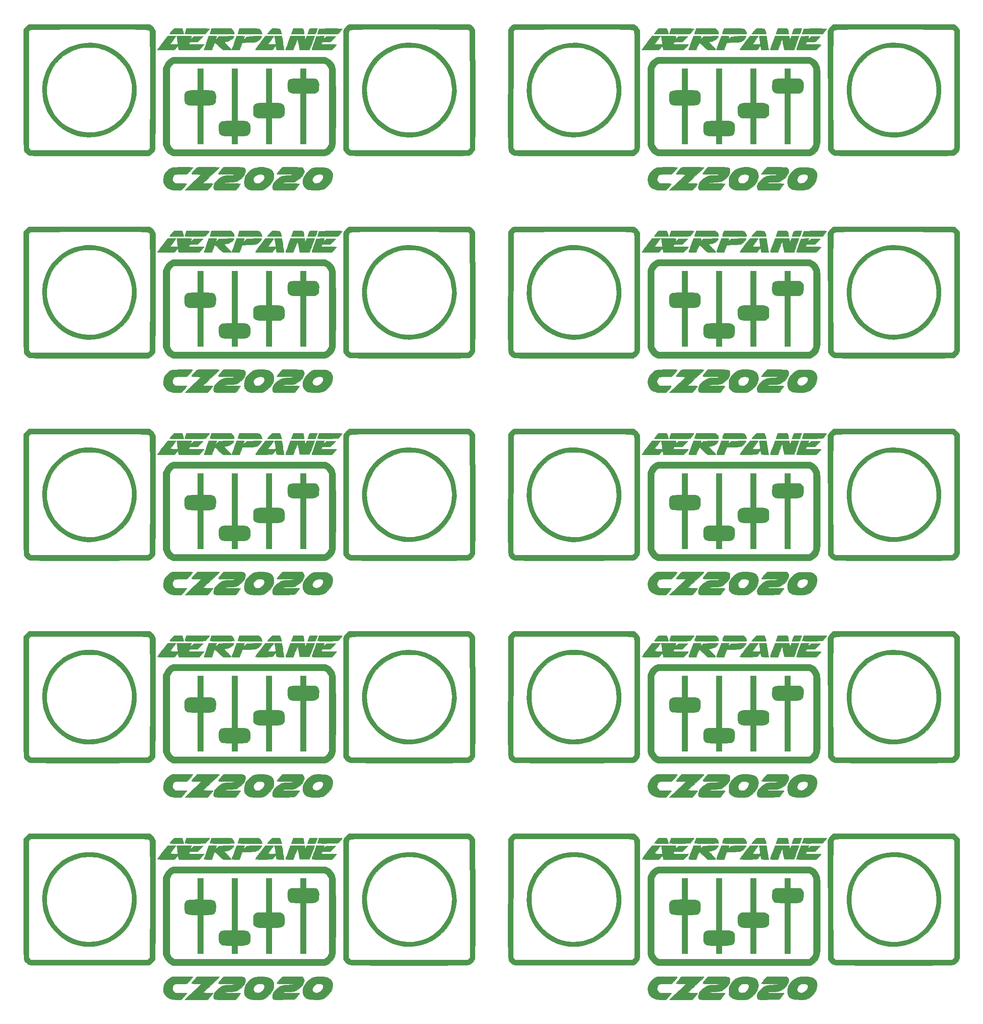
<source format=gbr>
%TF.GenerationSoftware,KiCad,Pcbnew,(5.1.5)-3*%
%TF.CreationDate,2020-06-01T13:14:26+02:00*%
%TF.ProjectId,panel,70616e65-6c2e-46b6-9963-61645f706362,rev?*%
%TF.SameCoordinates,PX29f6300PYff95b00*%
%TF.FileFunction,Legend,Top*%
%TF.FilePolarity,Positive*%
%FSLAX46Y46*%
G04 Gerber Fmt 4.6, Leading zero omitted, Abs format (unit mm)*
G04 Created by KiCad (PCBNEW (5.1.5)-3) date 2020-06-01 13:14:26*
%MOMM*%
%LPD*%
G04 APERTURE LIST*
%ADD10C,0.010000*%
G04 APERTURE END LIST*
D10*
%TO.C,G\002A\002A\002A*%
G36*
X194062258Y40075577D02*
G01*
X195268339Y39876941D01*
X196447079Y39530770D01*
X197583214Y39036152D01*
X198661477Y38392175D01*
X198959586Y38178534D01*
X199942944Y37345824D01*
X200792035Y36422542D01*
X201505933Y35422019D01*
X202083710Y34357587D01*
X202524440Y33242576D01*
X202827195Y32090317D01*
X202991049Y30914142D01*
X203015076Y29727381D01*
X202898347Y28543366D01*
X202639936Y27375428D01*
X202238917Y26236898D01*
X201694362Y25141106D01*
X201005345Y24101384D01*
X200170938Y23131063D01*
X200016589Y22975963D01*
X199030772Y22119930D01*
X197966194Y21413524D01*
X196825503Y20857889D01*
X195611346Y20454170D01*
X194326369Y20203512D01*
X193417009Y20121255D01*
X192957078Y20109956D01*
X192468077Y20117086D01*
X192034260Y20140881D01*
X191911821Y20152734D01*
X190671403Y20375349D01*
X189477111Y20751850D01*
X188342472Y21271308D01*
X187281014Y21922792D01*
X186306264Y22695370D01*
X185431748Y23578111D01*
X184670994Y24560085D01*
X184037530Y25630360D01*
X183544882Y26778005D01*
X183480841Y26965617D01*
X183158359Y28207291D01*
X182999147Y29462785D01*
X182999430Y30412700D01*
X183933544Y30412700D01*
X183973097Y29238471D01*
X184159568Y28083412D01*
X184489581Y26963569D01*
X184959759Y25894988D01*
X185566726Y24893714D01*
X186307105Y23975793D01*
X186947643Y23351940D01*
X187947004Y22583051D01*
X189013068Y21968292D01*
X190137690Y21509899D01*
X191312727Y21210107D01*
X192530034Y21071153D01*
X193781465Y21095274D01*
X194718539Y21218325D01*
X195849889Y21504229D01*
X196944300Y21946808D01*
X197979859Y22534074D01*
X198934653Y23254037D01*
X199598204Y23888303D01*
X200377605Y24831863D01*
X201010740Y25845234D01*
X201497806Y26913859D01*
X201839001Y28023180D01*
X202034523Y29158639D01*
X202084569Y30305679D01*
X201989336Y31449741D01*
X201749023Y32576267D01*
X201363827Y33670701D01*
X200833945Y34718483D01*
X200159575Y35705056D01*
X199426633Y36531242D01*
X198492611Y37346769D01*
X197460353Y38025989D01*
X196338478Y38563960D01*
X195254767Y38924495D01*
X194925719Y39008405D01*
X194635441Y39068140D01*
X194342960Y39107701D01*
X194007302Y39131092D01*
X193587493Y39142317D01*
X193042559Y39145376D01*
X192993675Y39145388D01*
X192436662Y39142767D01*
X192008067Y39132256D01*
X191667020Y39109883D01*
X191372653Y39071676D01*
X191084096Y39013664D01*
X190760478Y38931873D01*
X190739943Y38926362D01*
X189610076Y38539605D01*
X188538116Y38009198D01*
X187541343Y37349624D01*
X186637036Y36575363D01*
X185842477Y35700898D01*
X185174946Y34740709D01*
X184730159Y33889947D01*
X184308699Y32754484D01*
X184044286Y31590053D01*
X183933544Y30412700D01*
X182999430Y30412700D01*
X182999521Y30717615D01*
X183155801Y31957298D01*
X183464303Y33167351D01*
X183921346Y34333291D01*
X184523248Y35440633D01*
X185266327Y36474896D01*
X186136533Y37411760D01*
X187106541Y38220302D01*
X188156072Y38887699D01*
X189269860Y39413040D01*
X190432639Y39795411D01*
X191629142Y40033900D01*
X192844104Y40127593D01*
X194062258Y40075577D01*
G37*
X194062258Y40075577D02*
X195268339Y39876941D01*
X196447079Y39530770D01*
X197583214Y39036152D01*
X198661477Y38392175D01*
X198959586Y38178534D01*
X199942944Y37345824D01*
X200792035Y36422542D01*
X201505933Y35422019D01*
X202083710Y34357587D01*
X202524440Y33242576D01*
X202827195Y32090317D01*
X202991049Y30914142D01*
X203015076Y29727381D01*
X202898347Y28543366D01*
X202639936Y27375428D01*
X202238917Y26236898D01*
X201694362Y25141106D01*
X201005345Y24101384D01*
X200170938Y23131063D01*
X200016589Y22975963D01*
X199030772Y22119930D01*
X197966194Y21413524D01*
X196825503Y20857889D01*
X195611346Y20454170D01*
X194326369Y20203512D01*
X193417009Y20121255D01*
X192957078Y20109956D01*
X192468077Y20117086D01*
X192034260Y20140881D01*
X191911821Y20152734D01*
X190671403Y20375349D01*
X189477111Y20751850D01*
X188342472Y21271308D01*
X187281014Y21922792D01*
X186306264Y22695370D01*
X185431748Y23578111D01*
X184670994Y24560085D01*
X184037530Y25630360D01*
X183544882Y26778005D01*
X183480841Y26965617D01*
X183158359Y28207291D01*
X182999147Y29462785D01*
X182999430Y30412700D01*
X183933544Y30412700D01*
X183973097Y29238471D01*
X184159568Y28083412D01*
X184489581Y26963569D01*
X184959759Y25894988D01*
X185566726Y24893714D01*
X186307105Y23975793D01*
X186947643Y23351940D01*
X187947004Y22583051D01*
X189013068Y21968292D01*
X190137690Y21509899D01*
X191312727Y21210107D01*
X192530034Y21071153D01*
X193781465Y21095274D01*
X194718539Y21218325D01*
X195849889Y21504229D01*
X196944300Y21946808D01*
X197979859Y22534074D01*
X198934653Y23254037D01*
X199598204Y23888303D01*
X200377605Y24831863D01*
X201010740Y25845234D01*
X201497806Y26913859D01*
X201839001Y28023180D01*
X202034523Y29158639D01*
X202084569Y30305679D01*
X201989336Y31449741D01*
X201749023Y32576267D01*
X201363827Y33670701D01*
X200833945Y34718483D01*
X200159575Y35705056D01*
X199426633Y36531242D01*
X198492611Y37346769D01*
X197460353Y38025989D01*
X196338478Y38563960D01*
X195254767Y38924495D01*
X194925719Y39008405D01*
X194635441Y39068140D01*
X194342960Y39107701D01*
X194007302Y39131092D01*
X193587493Y39142317D01*
X193042559Y39145376D01*
X192993675Y39145388D01*
X192436662Y39142767D01*
X192008067Y39132256D01*
X191667020Y39109883D01*
X191372653Y39071676D01*
X191084096Y39013664D01*
X190760478Y38931873D01*
X190739943Y38926362D01*
X189610076Y38539605D01*
X188538116Y38009198D01*
X187541343Y37349624D01*
X186637036Y36575363D01*
X185842477Y35700898D01*
X185174946Y34740709D01*
X184730159Y33889947D01*
X184308699Y32754484D01*
X184044286Y31590053D01*
X183933544Y30412700D01*
X182999430Y30412700D01*
X182999521Y30717615D01*
X183155801Y31957298D01*
X183464303Y33167351D01*
X183921346Y34333291D01*
X184523248Y35440633D01*
X185266327Y36474896D01*
X186136533Y37411760D01*
X187106541Y38220302D01*
X188156072Y38887699D01*
X189269860Y39413040D01*
X190432639Y39795411D01*
X191629142Y40033900D01*
X192844104Y40127593D01*
X194062258Y40075577D01*
G36*
X171022675Y32511284D02*
G01*
X172074512Y32511284D01*
X172516128Y32509474D01*
X172823478Y32500159D01*
X173031623Y32477512D01*
X173175622Y32435705D01*
X173290535Y32368913D01*
X173385247Y32293437D01*
X173614825Y32015758D01*
X173753098Y31636503D01*
X173804749Y31137624D01*
X173792888Y30722437D01*
X173738833Y30263119D01*
X173632955Y29918661D01*
X173454356Y29673721D01*
X173182136Y29512956D01*
X172795394Y29421023D01*
X172273232Y29382578D01*
X171962380Y29378617D01*
X171022675Y29378617D01*
X171022675Y18625951D01*
X169837342Y18625951D01*
X169837342Y29378617D01*
X168945622Y29378617D01*
X168339425Y29399368D01*
X167879993Y29472253D01*
X167548672Y29613220D01*
X167326805Y29838216D01*
X167195737Y30163191D01*
X167136813Y30604092D01*
X167128325Y30932155D01*
X167146699Y31466983D01*
X167215814Y31867952D01*
X167355890Y32153507D01*
X167587148Y32342092D01*
X167929806Y32452153D01*
X168404086Y32502132D01*
X168859471Y32511284D01*
X169837342Y32511284D01*
X169837342Y34627951D01*
X171022675Y34627951D01*
X171022675Y32511284D01*
G37*
X171022675Y32511284D02*
X172074512Y32511284D01*
X172516128Y32509474D01*
X172823478Y32500159D01*
X173031623Y32477512D01*
X173175622Y32435705D01*
X173290535Y32368913D01*
X173385247Y32293437D01*
X173614825Y32015758D01*
X173753098Y31636503D01*
X173804749Y31137624D01*
X173792888Y30722437D01*
X173738833Y30263119D01*
X173632955Y29918661D01*
X173454356Y29673721D01*
X173182136Y29512956D01*
X172795394Y29421023D01*
X172273232Y29382578D01*
X171962380Y29378617D01*
X171022675Y29378617D01*
X171022675Y18625951D01*
X169837342Y18625951D01*
X169837342Y29378617D01*
X168945622Y29378617D01*
X168339425Y29399368D01*
X167879993Y29472253D01*
X167548672Y29613220D01*
X167326805Y29838216D01*
X167195737Y30163191D01*
X167136813Y30604092D01*
X167128325Y30932155D01*
X167146699Y31466983D01*
X167215814Y31867952D01*
X167355890Y32153507D01*
X167587148Y32342092D01*
X167929806Y32452153D01*
X168404086Y32502132D01*
X168859471Y32511284D01*
X169837342Y32511284D01*
X169837342Y34627951D01*
X171022675Y34627951D01*
X171022675Y32511284D01*
G36*
X163741342Y27346617D02*
G01*
X164566842Y27346145D01*
X165122666Y27331896D01*
X165541020Y27284694D01*
X165851882Y27196774D01*
X166085233Y27060366D01*
X166233566Y26914311D01*
X166329902Y26788747D01*
X166392588Y26660780D01*
X166428802Y26491522D01*
X166445722Y26242084D01*
X166450524Y25873578D01*
X166450675Y25737951D01*
X166448057Y25327354D01*
X166435416Y25047177D01*
X166405576Y24858532D01*
X166351359Y24722531D01*
X166265588Y24600285D01*
X166233566Y24561591D01*
X166040050Y24381693D01*
X165792550Y24256377D01*
X165461085Y24177876D01*
X165015676Y24138422D01*
X164566842Y24129756D01*
X163741342Y24129284D01*
X163741342Y18625951D01*
X162556009Y18625951D01*
X162556009Y24129284D01*
X161730509Y24129756D01*
X161174684Y24144006D01*
X160756330Y24191207D01*
X160445468Y24279128D01*
X160212118Y24415535D01*
X160063784Y24561591D01*
X159966367Y24688909D01*
X159903419Y24818884D01*
X159867477Y24991180D01*
X159851075Y25245465D01*
X159846748Y25621404D01*
X159846675Y25715288D01*
X159849793Y26122946D01*
X159864067Y26401998D01*
X159896881Y26593130D01*
X159955619Y26737027D01*
X160047663Y26874376D01*
X160059955Y26890591D01*
X160240102Y27076706D01*
X160469937Y27207192D01*
X160779256Y27290176D01*
X161197858Y27333784D01*
X161730509Y27346145D01*
X162556009Y27346617D01*
X162556009Y34627951D01*
X163741342Y34627951D01*
X163741342Y27346617D01*
G37*
X163741342Y27346617D02*
X164566842Y27346145D01*
X165122666Y27331896D01*
X165541020Y27284694D01*
X165851882Y27196774D01*
X166085233Y27060366D01*
X166233566Y26914311D01*
X166329902Y26788747D01*
X166392588Y26660780D01*
X166428802Y26491522D01*
X166445722Y26242084D01*
X166450524Y25873578D01*
X166450675Y25737951D01*
X166448057Y25327354D01*
X166435416Y25047177D01*
X166405576Y24858532D01*
X166351359Y24722531D01*
X166265588Y24600285D01*
X166233566Y24561591D01*
X166040050Y24381693D01*
X165792550Y24256377D01*
X165461085Y24177876D01*
X165015676Y24138422D01*
X164566842Y24129756D01*
X163741342Y24129284D01*
X163741342Y18625951D01*
X162556009Y18625951D01*
X162556009Y24129284D01*
X161730509Y24129756D01*
X161174684Y24144006D01*
X160756330Y24191207D01*
X160445468Y24279128D01*
X160212118Y24415535D01*
X160063784Y24561591D01*
X159966367Y24688909D01*
X159903419Y24818884D01*
X159867477Y24991180D01*
X159851075Y25245465D01*
X159846748Y25621404D01*
X159846675Y25715288D01*
X159849793Y26122946D01*
X159864067Y26401998D01*
X159896881Y26593130D01*
X159955619Y26737027D01*
X160047663Y26874376D01*
X160059955Y26890591D01*
X160240102Y27076706D01*
X160469937Y27207192D01*
X160779256Y27290176D01*
X161197858Y27333784D01*
X161730509Y27346145D01*
X162556009Y27346617D01*
X162556009Y34627951D01*
X163741342Y34627951D01*
X163741342Y27346617D01*
G36*
X156460009Y23536617D02*
G01*
X157327842Y23531839D01*
X157876101Y23514987D01*
X158286018Y23465475D01*
X158586894Y23374512D01*
X158808030Y23233304D01*
X158975910Y23037263D01*
X159069692Y22875438D01*
X159127620Y22699794D01*
X159157879Y22464474D01*
X159168654Y22123623D01*
X159169342Y21953559D01*
X159151571Y21422544D01*
X159084492Y21023685D01*
X158947450Y20737479D01*
X158719794Y20544424D01*
X158380870Y20425016D01*
X157910027Y20359751D01*
X157454842Y20334492D01*
X156460009Y20298413D01*
X156460009Y18625951D01*
X155274675Y18625951D01*
X155274675Y20301449D01*
X154276059Y20331533D01*
X153764405Y20355981D01*
X153388887Y20401353D01*
X153116575Y20479082D01*
X152914538Y20600599D01*
X152749846Y20777336D01*
X152672354Y20888240D01*
X152596952Y21045360D01*
X152550663Y21262337D01*
X152527942Y21577934D01*
X152523009Y21932576D01*
X152538292Y22455845D01*
X152598140Y22848042D01*
X152723550Y23128642D01*
X152935519Y23317118D01*
X153255045Y23432945D01*
X153703124Y23495597D01*
X154237509Y23522732D01*
X155274675Y23554030D01*
X155274675Y34627951D01*
X156460009Y34627951D01*
X156460009Y23536617D01*
G37*
X156460009Y23536617D02*
X157327842Y23531839D01*
X157876101Y23514987D01*
X158286018Y23465475D01*
X158586894Y23374512D01*
X158808030Y23233304D01*
X158975910Y23037263D01*
X159069692Y22875438D01*
X159127620Y22699794D01*
X159157879Y22464474D01*
X159168654Y22123623D01*
X159169342Y21953559D01*
X159151571Y21422544D01*
X159084492Y21023685D01*
X158947450Y20737479D01*
X158719794Y20544424D01*
X158380870Y20425016D01*
X157910027Y20359751D01*
X157454842Y20334492D01*
X156460009Y20298413D01*
X156460009Y18625951D01*
X155274675Y18625951D01*
X155274675Y20301449D01*
X154276059Y20331533D01*
X153764405Y20355981D01*
X153388887Y20401353D01*
X153116575Y20479082D01*
X152914538Y20600599D01*
X152749846Y20777336D01*
X152672354Y20888240D01*
X152596952Y21045360D01*
X152550663Y21262337D01*
X152527942Y21577934D01*
X152523009Y21932576D01*
X152538292Y22455845D01*
X152598140Y22848042D01*
X152723550Y23128642D01*
X152935519Y23317118D01*
X153255045Y23432945D01*
X153703124Y23495597D01*
X154237509Y23522732D01*
X155274675Y23554030D01*
X155274675Y34627951D01*
X156460009Y34627951D01*
X156460009Y23536617D01*
G36*
X149178675Y30073786D02*
G01*
X150173509Y30041920D01*
X150691413Y30015586D01*
X151070534Y29966981D01*
X151341096Y29884291D01*
X151533326Y29755703D01*
X151677449Y29569407D01*
X151753714Y29424364D01*
X151830777Y29155189D01*
X151875626Y28779266D01*
X151887681Y28356199D01*
X151866361Y27945591D01*
X151811088Y27607048D01*
X151772560Y27488204D01*
X151648932Y27256042D01*
X151483466Y27088793D01*
X151247898Y26975224D01*
X150913967Y26904103D01*
X150453408Y26864195D01*
X150173509Y26852649D01*
X149178675Y26820782D01*
X149178675Y18625951D01*
X147993342Y18625951D01*
X147993342Y26821205D01*
X146956175Y26852503D01*
X146373585Y26883753D01*
X145938566Y26950494D01*
X145630111Y27072268D01*
X145427212Y27268616D01*
X145308860Y27559079D01*
X145254047Y27963198D01*
X145241675Y28447284D01*
X145256601Y28969394D01*
X145315416Y29360814D01*
X145439175Y29641114D01*
X145648936Y29829867D01*
X145965753Y29946645D01*
X146410682Y30011020D01*
X146956175Y30040956D01*
X147993342Y30076393D01*
X147993342Y34627951D01*
X149178675Y34627951D01*
X149178675Y30073786D01*
G37*
X149178675Y30073786D02*
X150173509Y30041920D01*
X150691413Y30015586D01*
X151070534Y29966981D01*
X151341096Y29884291D01*
X151533326Y29755703D01*
X151677449Y29569407D01*
X151753714Y29424364D01*
X151830777Y29155189D01*
X151875626Y28779266D01*
X151887681Y28356199D01*
X151866361Y27945591D01*
X151811088Y27607048D01*
X151772560Y27488204D01*
X151648932Y27256042D01*
X151483466Y27088793D01*
X151247898Y26975224D01*
X150913967Y26904103D01*
X150453408Y26864195D01*
X150173509Y26852649D01*
X149178675Y26820782D01*
X149178675Y18625951D01*
X147993342Y18625951D01*
X147993342Y26821205D01*
X146956175Y26852503D01*
X146373585Y26883753D01*
X145938566Y26950494D01*
X145630111Y27072268D01*
X145427212Y27268616D01*
X145308860Y27559079D01*
X145254047Y27963198D01*
X145241675Y28447284D01*
X145256601Y28969394D01*
X145315416Y29360814D01*
X145439175Y29641114D01*
X145648936Y29829867D01*
X145965753Y29946645D01*
X146410682Y30011020D01*
X146956175Y30040956D01*
X147993342Y30076393D01*
X147993342Y34627951D01*
X149178675Y34627951D01*
X149178675Y30073786D01*
G36*
X126651049Y39998721D02*
G01*
X127849283Y39723347D01*
X129009806Y39300224D01*
X130118527Y38730590D01*
X131161354Y38015680D01*
X131888711Y37387796D01*
X132763633Y36441125D01*
X133510520Y35389518D01*
X134121230Y34247622D01*
X134587618Y33030084D01*
X134835273Y32087951D01*
X134925405Y31507085D01*
X134978539Y30817599D01*
X134994616Y30076129D01*
X134973574Y29339309D01*
X134915355Y28663775D01*
X134839406Y28193284D01*
X134485055Y26906723D01*
X133985196Y25702605D01*
X133345753Y24588604D01*
X132572651Y23572393D01*
X131671816Y22661644D01*
X130649171Y21864031D01*
X129510641Y21187225D01*
X129377733Y21120059D01*
X128330251Y20683381D01*
X127198047Y20362764D01*
X126025483Y20166055D01*
X124856926Y20101103D01*
X123914550Y20153693D01*
X122650987Y20376635D01*
X121453791Y20747416D01*
X120331331Y21255024D01*
X119291975Y21888448D01*
X118344093Y22636676D01*
X117496052Y23488697D01*
X116756221Y24433498D01*
X116132968Y25460068D01*
X115634663Y26557394D01*
X115269674Y27714467D01*
X115046368Y28920272D01*
X114973115Y30163800D01*
X114997106Y30521617D01*
X115930858Y30521617D01*
X115955999Y29272725D01*
X116143972Y28066949D01*
X116492144Y26911400D01*
X116997886Y25813192D01*
X117658567Y24779436D01*
X118371645Y23922690D01*
X119269949Y23081112D01*
X120255883Y22379985D01*
X121316849Y21823277D01*
X122440251Y21414955D01*
X123613490Y21158983D01*
X124823971Y21059329D01*
X126059095Y21119960D01*
X126869009Y21247168D01*
X128009349Y21560244D01*
X129103339Y22028958D01*
X130132488Y22641921D01*
X131078303Y23387746D01*
X131922293Y24255042D01*
X132097373Y24467142D01*
X132793839Y25468595D01*
X133340621Y26535462D01*
X133737023Y27652680D01*
X133982351Y28805188D01*
X134075906Y29977921D01*
X134016994Y31155818D01*
X133804918Y32323814D01*
X133438982Y33466849D01*
X132918490Y34569857D01*
X132589576Y35117889D01*
X132387828Y35397604D01*
X132105124Y35747730D01*
X131781530Y36120237D01*
X131506305Y36416462D01*
X130579069Y37262002D01*
X129569374Y37959746D01*
X128474877Y38511078D01*
X127293235Y38917383D01*
X127260074Y38926362D01*
X126933196Y39009641D01*
X126643730Y39068914D01*
X126350805Y39108152D01*
X126013552Y39131329D01*
X125591101Y39142414D01*
X125042582Y39145382D01*
X125006342Y39145388D01*
X124449944Y39142796D01*
X124021861Y39132352D01*
X123681120Y39110052D01*
X123386748Y39071894D01*
X123097770Y39013874D01*
X122773212Y38931991D01*
X122745250Y38924495D01*
X121562702Y38523463D01*
X120467774Y37985339D01*
X119469287Y37321003D01*
X118576064Y36541334D01*
X117796928Y35657210D01*
X117140701Y34679511D01*
X116616206Y33619116D01*
X116232265Y32486904D01*
X115997700Y31293753D01*
X115930858Y30521617D01*
X114997106Y30521617D01*
X115058284Y31434038D01*
X115104087Y31746958D01*
X115380221Y32965660D01*
X115808146Y34134524D01*
X116395239Y35272325D01*
X116651370Y35684715D01*
X116944340Y36082708D01*
X117339234Y36544111D01*
X117800473Y37033514D01*
X118292475Y37515504D01*
X118779660Y37954669D01*
X119226447Y38315597D01*
X119458925Y38478958D01*
X120587475Y39116058D01*
X121762869Y39597985D01*
X122971016Y39925978D01*
X124197824Y40101274D01*
X125429199Y40125109D01*
X126651049Y39998721D01*
G37*
X126651049Y39998721D02*
X127849283Y39723347D01*
X129009806Y39300224D01*
X130118527Y38730590D01*
X131161354Y38015680D01*
X131888711Y37387796D01*
X132763633Y36441125D01*
X133510520Y35389518D01*
X134121230Y34247622D01*
X134587618Y33030084D01*
X134835273Y32087951D01*
X134925405Y31507085D01*
X134978539Y30817599D01*
X134994616Y30076129D01*
X134973574Y29339309D01*
X134915355Y28663775D01*
X134839406Y28193284D01*
X134485055Y26906723D01*
X133985196Y25702605D01*
X133345753Y24588604D01*
X132572651Y23572393D01*
X131671816Y22661644D01*
X130649171Y21864031D01*
X129510641Y21187225D01*
X129377733Y21120059D01*
X128330251Y20683381D01*
X127198047Y20362764D01*
X126025483Y20166055D01*
X124856926Y20101103D01*
X123914550Y20153693D01*
X122650987Y20376635D01*
X121453791Y20747416D01*
X120331331Y21255024D01*
X119291975Y21888448D01*
X118344093Y22636676D01*
X117496052Y23488697D01*
X116756221Y24433498D01*
X116132968Y25460068D01*
X115634663Y26557394D01*
X115269674Y27714467D01*
X115046368Y28920272D01*
X114973115Y30163800D01*
X114997106Y30521617D01*
X115930858Y30521617D01*
X115955999Y29272725D01*
X116143972Y28066949D01*
X116492144Y26911400D01*
X116997886Y25813192D01*
X117658567Y24779436D01*
X118371645Y23922690D01*
X119269949Y23081112D01*
X120255883Y22379985D01*
X121316849Y21823277D01*
X122440251Y21414955D01*
X123613490Y21158983D01*
X124823971Y21059329D01*
X126059095Y21119960D01*
X126869009Y21247168D01*
X128009349Y21560244D01*
X129103339Y22028958D01*
X130132488Y22641921D01*
X131078303Y23387746D01*
X131922293Y24255042D01*
X132097373Y24467142D01*
X132793839Y25468595D01*
X133340621Y26535462D01*
X133737023Y27652680D01*
X133982351Y28805188D01*
X134075906Y29977921D01*
X134016994Y31155818D01*
X133804918Y32323814D01*
X133438982Y33466849D01*
X132918490Y34569857D01*
X132589576Y35117889D01*
X132387828Y35397604D01*
X132105124Y35747730D01*
X131781530Y36120237D01*
X131506305Y36416462D01*
X130579069Y37262002D01*
X129569374Y37959746D01*
X128474877Y38511078D01*
X127293235Y38917383D01*
X127260074Y38926362D01*
X126933196Y39009641D01*
X126643730Y39068914D01*
X126350805Y39108152D01*
X126013552Y39131329D01*
X125591101Y39142414D01*
X125042582Y39145382D01*
X125006342Y39145388D01*
X124449944Y39142796D01*
X124021861Y39132352D01*
X123681120Y39110052D01*
X123386748Y39071894D01*
X123097770Y39013874D01*
X122773212Y38931991D01*
X122745250Y38924495D01*
X121562702Y38523463D01*
X120467774Y37985339D01*
X119469287Y37321003D01*
X118576064Y36541334D01*
X117796928Y35657210D01*
X117140701Y34679511D01*
X116616206Y33619116D01*
X116232265Y32486904D01*
X115997700Y31293753D01*
X115930858Y30521617D01*
X114997106Y30521617D01*
X115058284Y31434038D01*
X115104087Y31746958D01*
X115380221Y32965660D01*
X115808146Y34134524D01*
X116395239Y35272325D01*
X116651370Y35684715D01*
X116944340Y36082708D01*
X117339234Y36544111D01*
X117800473Y37033514D01*
X118292475Y37515504D01*
X118779660Y37954669D01*
X119226447Y38315597D01*
X119458925Y38478958D01*
X120587475Y39116058D01*
X121762869Y39597985D01*
X122971016Y39925978D01*
X124197824Y40101274D01*
X125429199Y40125109D01*
X126651049Y39998721D01*
G36*
X177479267Y43161560D02*
G01*
X177962873Y43155922D01*
X178345441Y43146349D01*
X178605832Y43133245D01*
X178722909Y43117014D01*
X178727342Y43112883D01*
X178677646Y43018203D01*
X178546190Y42830607D01*
X178359422Y42587426D01*
X178321530Y42540084D01*
X177915719Y42036284D01*
X175696864Y42013712D01*
X175104221Y42010048D01*
X174571638Y42011295D01*
X174121186Y42017031D01*
X173774936Y42026833D01*
X173554958Y42040280D01*
X173483041Y42056045D01*
X173512832Y42164056D01*
X173585508Y42381271D01*
X173673855Y42628951D01*
X173859636Y43136951D01*
X176293489Y43159416D01*
X176915759Y43162860D01*
X177479267Y43161560D01*
G37*
X177479267Y43161560D02*
X177962873Y43155922D01*
X178345441Y43146349D01*
X178605832Y43133245D01*
X178722909Y43117014D01*
X178727342Y43112883D01*
X178677646Y43018203D01*
X178546190Y42830607D01*
X178359422Y42587426D01*
X178321530Y42540084D01*
X177915719Y42036284D01*
X175696864Y42013712D01*
X175104221Y42010048D01*
X174571638Y42011295D01*
X174121186Y42017031D01*
X173774936Y42026833D01*
X173554958Y42040280D01*
X173483041Y42056045D01*
X173512832Y42164056D01*
X173585508Y42381271D01*
X173673855Y42628951D01*
X173859636Y43136951D01*
X176293489Y43159416D01*
X176915759Y43162860D01*
X177479267Y43161560D01*
G36*
X173312809Y42734784D02*
G01*
X173214290Y42458230D01*
X173130694Y42230467D01*
X173096645Y42142117D01*
X173046401Y42072941D01*
X172941908Y42028945D01*
X172750869Y42004772D01*
X172440988Y41995065D01*
X172203510Y41993951D01*
X171370462Y41993951D01*
X171526541Y42438451D01*
X171625060Y42715005D01*
X171708657Y42942768D01*
X171742706Y43031117D01*
X171792949Y43100294D01*
X171897442Y43144290D01*
X172088481Y43168463D01*
X172398362Y43178170D01*
X172635840Y43179284D01*
X173468888Y43179284D01*
X173312809Y42734784D01*
G37*
X173312809Y42734784D02*
X173214290Y42458230D01*
X173130694Y42230467D01*
X173096645Y42142117D01*
X173046401Y42072941D01*
X172941908Y42028945D01*
X172750869Y42004772D01*
X172440988Y41995065D01*
X172203510Y41993951D01*
X171370462Y41993951D01*
X171526541Y42438451D01*
X171625060Y42715005D01*
X171708657Y42942768D01*
X171742706Y43031117D01*
X171792949Y43100294D01*
X171897442Y43144290D01*
X172088481Y43168463D01*
X172398362Y43178170D01*
X172635840Y43179284D01*
X173468888Y43179284D01*
X173312809Y42734784D01*
G36*
X170122549Y43174498D02*
G01*
X170315146Y43139159D01*
X170429331Y43055760D01*
X170495299Y42904729D01*
X170543244Y42666495D01*
X170589610Y42396117D01*
X170662147Y41993951D01*
X167913398Y41993951D01*
X168124644Y42586617D01*
X168335890Y43179284D01*
X169381336Y43179284D01*
X169821344Y43181350D01*
X170122549Y43174498D01*
G37*
X170122549Y43174498D02*
X170315146Y43139159D01*
X170429331Y43055760D01*
X170495299Y42904729D01*
X170543244Y42666495D01*
X170589610Y42396117D01*
X170662147Y41993951D01*
X167913398Y41993951D01*
X168124644Y42586617D01*
X168335890Y43179284D01*
X169381336Y43179284D01*
X169821344Y43181350D01*
X170122549Y43174498D01*
G36*
X164641431Y43161305D02*
G01*
X165477009Y43136951D01*
X165617592Y42840617D01*
X165730062Y42560469D01*
X165811647Y42283995D01*
X165814819Y42269117D01*
X165871463Y41993951D01*
X162798478Y41993951D01*
X162986408Y42257875D01*
X163159685Y42479369D01*
X163383845Y42738805D01*
X163490096Y42853729D01*
X163805854Y43185659D01*
X164641431Y43161305D01*
G37*
X164641431Y43161305D02*
X165477009Y43136951D01*
X165617592Y42840617D01*
X165730062Y42560469D01*
X165811647Y42283995D01*
X165814819Y42269117D01*
X165871463Y41993951D01*
X162798478Y41993951D01*
X162986408Y42257875D01*
X163159685Y42479369D01*
X163383845Y42738805D01*
X163490096Y42853729D01*
X163805854Y43185659D01*
X164641431Y43161305D01*
G36*
X159604623Y43178646D02*
G01*
X160100212Y43175558D01*
X160470894Y43168259D01*
X160738881Y43154989D01*
X160926387Y43133988D01*
X161055624Y43103494D01*
X161148804Y43061747D01*
X161228141Y43006986D01*
X161238580Y42998832D01*
X161434319Y42799474D01*
X161574889Y42532182D01*
X161675511Y42201883D01*
X161727699Y41993951D01*
X159136187Y41993951D01*
X158493175Y41995942D01*
X157908236Y42001580D01*
X157401868Y42010364D01*
X156994566Y42021791D01*
X156706828Y42035359D01*
X156559152Y42050566D01*
X156543818Y42057451D01*
X156569593Y42164500D01*
X156637838Y42382576D01*
X156728809Y42650117D01*
X156914657Y43179284D01*
X158961915Y43179284D01*
X159604623Y43178646D01*
G37*
X159604623Y43178646D02*
X160100212Y43175558D01*
X160470894Y43168259D01*
X160738881Y43154989D01*
X160926387Y43133988D01*
X161055624Y43103494D01*
X161148804Y43061747D01*
X161228141Y43006986D01*
X161238580Y42998832D01*
X161434319Y42799474D01*
X161574889Y42532182D01*
X161675511Y42201883D01*
X161727699Y41993951D01*
X159136187Y41993951D01*
X158493175Y41995942D01*
X157908236Y42001580D01*
X157401868Y42010364D01*
X156994566Y42021791D01*
X156706828Y42035359D01*
X156559152Y42050566D01*
X156543818Y42057451D01*
X156569593Y42164500D01*
X156637838Y42382576D01*
X156728809Y42650117D01*
X156914657Y43179284D01*
X158961915Y43179284D01*
X159604623Y43178646D01*
G36*
X155350369Y42962175D02*
G01*
X155547732Y42722875D01*
X155704954Y42405613D01*
X155780487Y42097434D01*
X155782203Y42057451D01*
X155701079Y42041670D01*
X155471143Y42027319D01*
X155112916Y42014902D01*
X154646916Y42004925D01*
X154093663Y41997891D01*
X153473677Y41994307D01*
X153200342Y41993951D01*
X152558564Y41995949D01*
X151974938Y42001606D01*
X151469990Y42010417D01*
X151064243Y42021878D01*
X150778224Y42035485D01*
X150632455Y42050731D01*
X150617991Y42057451D01*
X150644687Y42164302D01*
X150714536Y42381976D01*
X150807734Y42650117D01*
X150997494Y43179284D01*
X155092350Y43179284D01*
X155350369Y42962175D01*
G37*
X155350369Y42962175D02*
X155547732Y42722875D01*
X155704954Y42405613D01*
X155780487Y42097434D01*
X155782203Y42057451D01*
X155701079Y42041670D01*
X155471143Y42027319D01*
X155112916Y42014902D01*
X154646916Y42004925D01*
X154093663Y41997891D01*
X153473677Y41994307D01*
X153200342Y41993951D01*
X152558564Y41995949D01*
X151974938Y42001606D01*
X151469990Y42010417D01*
X151064243Y42021878D01*
X150778224Y42035485D01*
X150632455Y42050731D01*
X150617991Y42057451D01*
X150644687Y42164302D01*
X150714536Y42381976D01*
X150807734Y42650117D01*
X150997494Y43179284D01*
X155092350Y43179284D01*
X155350369Y42962175D01*
G36*
X148720863Y43177429D02*
G01*
X149284542Y43172184D01*
X149768319Y43164035D01*
X150151057Y43153463D01*
X150411619Y43140953D01*
X150528868Y43126987D01*
X150533342Y43123605D01*
X150481456Y43016768D01*
X150348415Y42827355D01*
X150168140Y42597014D01*
X149974556Y42367388D01*
X149801584Y42180124D01*
X149683148Y42076866D01*
X149678618Y42074306D01*
X149558761Y42052732D01*
X149303814Y42034401D01*
X148940885Y42019417D01*
X148497085Y42007884D01*
X147999521Y41999906D01*
X147475302Y41995586D01*
X146951536Y41995030D01*
X146455334Y41998341D01*
X146013802Y42005622D01*
X145654051Y42016979D01*
X145403189Y42032514D01*
X145288323Y42052331D01*
X145283991Y42057451D01*
X145310687Y42164302D01*
X145380536Y42381976D01*
X145473734Y42650117D01*
X145663494Y43179284D01*
X148098418Y43179284D01*
X148720863Y43177429D01*
G37*
X148720863Y43177429D02*
X149284542Y43172184D01*
X149768319Y43164035D01*
X150151057Y43153463D01*
X150411619Y43140953D01*
X150528868Y43126987D01*
X150533342Y43123605D01*
X150481456Y43016768D01*
X150348415Y42827355D01*
X150168140Y42597014D01*
X149974556Y42367388D01*
X149801584Y42180124D01*
X149683148Y42076866D01*
X149678618Y42074306D01*
X149558761Y42052732D01*
X149303814Y42034401D01*
X148940885Y42019417D01*
X148497085Y42007884D01*
X147999521Y41999906D01*
X147475302Y41995586D01*
X146951536Y41995030D01*
X146455334Y41998341D01*
X146013802Y42005622D01*
X145654051Y42016979D01*
X145403189Y42032514D01*
X145288323Y42052331D01*
X145283991Y42057451D01*
X145310687Y42164302D01*
X145380536Y42381976D01*
X145473734Y42650117D01*
X145663494Y43179284D01*
X148098418Y43179284D01*
X148720863Y43177429D01*
G36*
X144813746Y42934172D02*
G01*
X144911889Y42683593D01*
X144988145Y42386814D01*
X144996075Y42341505D01*
X145051651Y41993951D01*
X143559163Y41993951D01*
X143077679Y41997723D01*
X142660818Y42008194D01*
X142335577Y42024092D01*
X142128951Y42044148D01*
X142066675Y42064189D01*
X142119924Y42155317D01*
X142261653Y42336391D01*
X142464840Y42573534D01*
X142539446Y42656856D01*
X143012216Y43179284D01*
X144686993Y43179284D01*
X144813746Y42934172D01*
G37*
X144813746Y42934172D02*
X144911889Y42683593D01*
X144988145Y42386814D01*
X144996075Y42341505D01*
X145051651Y41993951D01*
X143559163Y41993951D01*
X143077679Y41997723D01*
X142660818Y42008194D01*
X142335577Y42024092D01*
X142128951Y42044148D01*
X142066675Y42064189D01*
X142119924Y42155317D01*
X142261653Y42336391D01*
X142464840Y42573534D01*
X142539446Y42656856D01*
X143012216Y43179284D01*
X144686993Y43179284D01*
X144813746Y42934172D01*
G36*
X174885348Y41370003D02*
G01*
X174821328Y41140757D01*
X174778225Y41006983D01*
X174795414Y40963988D01*
X174912671Y41039880D01*
X175056600Y41168451D01*
X175390148Y41485951D01*
X176381412Y41485951D01*
X176768474Y41483290D01*
X177084781Y41476051D01*
X177297207Y41465347D01*
X177372675Y41452628D01*
X177316138Y41383034D01*
X177164307Y41223559D01*
X176943851Y41001790D01*
X176801175Y40861467D01*
X176229675Y40303629D01*
X175370124Y40302123D01*
X174510574Y40300617D01*
X174333484Y39792617D01*
X175937746Y39792617D01*
X176572718Y39788025D01*
X177051706Y39774389D01*
X177370877Y39751917D01*
X177526401Y39720821D01*
X177542009Y39704837D01*
X177486502Y39607340D01*
X177338803Y39424870D01*
X177127139Y39191505D01*
X177051021Y39112171D01*
X176560034Y38607284D01*
X174426354Y38607284D01*
X173769472Y38608008D01*
X173262717Y38611072D01*
X172886889Y38617813D01*
X172622786Y38629570D01*
X172451205Y38647681D01*
X172352944Y38673482D01*
X172308803Y38708312D01*
X172299577Y38753509D01*
X172299658Y38755451D01*
X172330137Y38882095D01*
X172409921Y39137153D01*
X172528939Y39490458D01*
X172677121Y39911841D01*
X172787234Y40215951D01*
X173267826Y41528284D01*
X174937298Y41576990D01*
X174885348Y41370003D01*
G37*
X174885348Y41370003D02*
X174821328Y41140757D01*
X174778225Y41006983D01*
X174795414Y40963988D01*
X174912671Y41039880D01*
X175056600Y41168451D01*
X175390148Y41485951D01*
X176381412Y41485951D01*
X176768474Y41483290D01*
X177084781Y41476051D01*
X177297207Y41465347D01*
X177372675Y41452628D01*
X177316138Y41383034D01*
X177164307Y41223559D01*
X176943851Y41001790D01*
X176801175Y40861467D01*
X176229675Y40303629D01*
X175370124Y40302123D01*
X174510574Y40300617D01*
X174333484Y39792617D01*
X175937746Y39792617D01*
X176572718Y39788025D01*
X177051706Y39774389D01*
X177370877Y39751917D01*
X177526401Y39720821D01*
X177542009Y39704837D01*
X177486502Y39607340D01*
X177338803Y39424870D01*
X177127139Y39191505D01*
X177051021Y39112171D01*
X176560034Y38607284D01*
X174426354Y38607284D01*
X173769472Y38608008D01*
X173262717Y38611072D01*
X172886889Y38617813D01*
X172622786Y38629570D01*
X172451205Y38647681D01*
X172352944Y38673482D01*
X172308803Y38708312D01*
X172299577Y38753509D01*
X172299658Y38755451D01*
X172330137Y38882095D01*
X172409921Y39137153D01*
X172528939Y39490458D01*
X172677121Y39911841D01*
X172787234Y40215951D01*
X173267826Y41528284D01*
X174937298Y41576990D01*
X174885348Y41370003D01*
G36*
X172536580Y40618117D02*
G01*
X172379517Y40182935D01*
X172222742Y39748658D01*
X172086878Y39372411D01*
X172009284Y39157617D01*
X171825707Y38649617D01*
X169710342Y38649617D01*
X169502045Y39771451D01*
X169422253Y40182194D01*
X169348857Y40525437D01*
X169288878Y40770741D01*
X169249338Y40887667D01*
X169243240Y40893284D01*
X169198334Y40818042D01*
X169109150Y40611192D01*
X168987072Y40301049D01*
X168843483Y39915928D01*
X168783669Y39750284D01*
X168374606Y38607284D01*
X167530582Y38607284D01*
X167128033Y38612667D01*
X166873524Y38630652D01*
X166746047Y38663996D01*
X166723719Y38713117D01*
X166763383Y38824585D01*
X166849988Y39067085D01*
X166973383Y39412231D01*
X167123423Y39831636D01*
X167253396Y40194784D01*
X167745913Y41570618D01*
X169248135Y41570617D01*
X170750357Y41570617D01*
X170826328Y41168451D01*
X170902298Y40766284D01*
X171058656Y41168451D01*
X171215014Y41570617D01*
X172047657Y41570617D01*
X172880300Y41570618D01*
X172536580Y40618117D01*
G37*
X172536580Y40618117D02*
X172379517Y40182935D01*
X172222742Y39748658D01*
X172086878Y39372411D01*
X172009284Y39157617D01*
X171825707Y38649617D01*
X169710342Y38649617D01*
X169502045Y39771451D01*
X169422253Y40182194D01*
X169348857Y40525437D01*
X169288878Y40770741D01*
X169249338Y40887667D01*
X169243240Y40893284D01*
X169198334Y40818042D01*
X169109150Y40611192D01*
X168987072Y40301049D01*
X168843483Y39915928D01*
X168783669Y39750284D01*
X168374606Y38607284D01*
X167530582Y38607284D01*
X167128033Y38612667D01*
X166873524Y38630652D01*
X166746047Y38663996D01*
X166723719Y38713117D01*
X166763383Y38824585D01*
X166849988Y39067085D01*
X166973383Y39412231D01*
X167123423Y39831636D01*
X167253396Y40194784D01*
X167745913Y41570618D01*
X169248135Y41570617D01*
X170750357Y41570617D01*
X170826328Y41168451D01*
X170902298Y40766284D01*
X171058656Y41168451D01*
X171215014Y41570617D01*
X172047657Y41570617D01*
X172880300Y41570618D01*
X172536580Y40618117D01*
G36*
X166105296Y40364117D02*
G01*
X166175672Y39906579D01*
X166240924Y39486842D01*
X166294892Y39144224D01*
X166331415Y38918042D01*
X166337985Y38879141D01*
X166386096Y38600664D01*
X165592885Y38625141D01*
X164799675Y38649617D01*
X164725849Y39084621D01*
X164652022Y39519625D01*
X164297499Y39084621D01*
X163942975Y38649617D01*
X162099962Y38626781D01*
X161480614Y38620811D01*
X161012305Y38620873D01*
X160676818Y38627870D01*
X160455935Y38642705D01*
X160331441Y38666280D01*
X160285119Y38699500D01*
X160284646Y38716766D01*
X160343008Y38815423D01*
X160489825Y39025358D01*
X160708994Y39324651D01*
X160984411Y39691382D01*
X161299973Y40103632D01*
X161370675Y40195022D01*
X162429009Y41560459D01*
X163296842Y41565538D01*
X163657031Y41562560D01*
X163944204Y41550504D01*
X164122966Y41531450D01*
X164164675Y41514559D01*
X164116663Y41428642D01*
X163986132Y41237017D01*
X163793342Y40968554D01*
X163572009Y40670011D01*
X163339199Y40356685D01*
X163149376Y40094371D01*
X163022735Y39911452D01*
X162979342Y39837069D01*
X163057873Y39817968D01*
X163268953Y39802978D01*
X163575809Y39794132D01*
X163783675Y39792617D01*
X164160087Y39795953D01*
X164397880Y39809727D01*
X164527701Y39839589D01*
X164580197Y39891189D01*
X164587369Y39940784D01*
X164573596Y40105457D01*
X164538644Y40380376D01*
X164490890Y40709053D01*
X164438708Y41035000D01*
X164390475Y41301728D01*
X164373952Y41380117D01*
X164360738Y41468765D01*
X164389958Y41524505D01*
X164491722Y41554969D01*
X164696143Y41567787D01*
X165033332Y41570588D01*
X165125750Y41570617D01*
X165920719Y41570617D01*
X166105296Y40364117D01*
G37*
X166105296Y40364117D02*
X166175672Y39906579D01*
X166240924Y39486842D01*
X166294892Y39144224D01*
X166331415Y38918042D01*
X166337985Y38879141D01*
X166386096Y38600664D01*
X165592885Y38625141D01*
X164799675Y38649617D01*
X164725849Y39084621D01*
X164652022Y39519625D01*
X164297499Y39084621D01*
X163942975Y38649617D01*
X162099962Y38626781D01*
X161480614Y38620811D01*
X161012305Y38620873D01*
X160676818Y38627870D01*
X160455935Y38642705D01*
X160331441Y38666280D01*
X160285119Y38699500D01*
X160284646Y38716766D01*
X160343008Y38815423D01*
X160489825Y39025358D01*
X160708994Y39324651D01*
X160984411Y39691382D01*
X161299973Y40103632D01*
X161370675Y40195022D01*
X162429009Y41560459D01*
X163296842Y41565538D01*
X163657031Y41562560D01*
X163944204Y41550504D01*
X164122966Y41531450D01*
X164164675Y41514559D01*
X164116663Y41428642D01*
X163986132Y41237017D01*
X163793342Y40968554D01*
X163572009Y40670011D01*
X163339199Y40356685D01*
X163149376Y40094371D01*
X163022735Y39911452D01*
X162979342Y39837069D01*
X163057873Y39817968D01*
X163268953Y39802978D01*
X163575809Y39794132D01*
X163783675Y39792617D01*
X164160087Y39795953D01*
X164397880Y39809727D01*
X164527701Y39839589D01*
X164580197Y39891189D01*
X164587369Y39940784D01*
X164573596Y40105457D01*
X164538644Y40380376D01*
X164490890Y40709053D01*
X164438708Y41035000D01*
X164390475Y41301728D01*
X164373952Y41380117D01*
X164360738Y41468765D01*
X164389958Y41524505D01*
X164491722Y41554969D01*
X164696143Y41567787D01*
X165033332Y41570588D01*
X165125750Y41570617D01*
X165920719Y41570617D01*
X166105296Y40364117D01*
G36*
X157506922Y41563563D02*
G01*
X157784242Y41544567D01*
X157951478Y41516881D01*
X157984009Y41496291D01*
X157953722Y41376807D01*
X157878269Y41170525D01*
X157850456Y41102327D01*
X157716903Y40782691D01*
X158485913Y41459601D01*
X159518254Y41515109D01*
X160216212Y41549001D01*
X160758376Y41566599D01*
X161157524Y41567626D01*
X161426436Y41551803D01*
X161577890Y41518853D01*
X161624675Y41469335D01*
X161558381Y41274107D01*
X161383880Y41031555D01*
X161137749Y40782173D01*
X160856561Y40566457D01*
X160753326Y40504581D01*
X160581422Y40414254D01*
X160423535Y40348479D01*
X160247383Y40302215D01*
X160020687Y40270426D01*
X159711166Y40248071D01*
X159286540Y40230113D01*
X158916521Y40217872D01*
X157520700Y40173617D01*
X157231792Y39390451D01*
X156942885Y38607284D01*
X156099721Y38607284D01*
X155697710Y38612648D01*
X155443706Y38630583D01*
X155316668Y38663856D01*
X155294743Y38713117D01*
X155334974Y38824488D01*
X155422524Y39066766D01*
X155547150Y39411611D01*
X155698610Y39830681D01*
X155830209Y40194784D01*
X156327490Y41570617D01*
X157155749Y41570617D01*
X157506922Y41563563D01*
G37*
X157506922Y41563563D02*
X157784242Y41544567D01*
X157951478Y41516881D01*
X157984009Y41496291D01*
X157953722Y41376807D01*
X157878269Y41170525D01*
X157850456Y41102327D01*
X157716903Y40782691D01*
X158485913Y41459601D01*
X159518254Y41515109D01*
X160216212Y41549001D01*
X160758376Y41566599D01*
X161157524Y41567626D01*
X161426436Y41551803D01*
X161577890Y41518853D01*
X161624675Y41469335D01*
X161558381Y41274107D01*
X161383880Y41031555D01*
X161137749Y40782173D01*
X160856561Y40566457D01*
X160753326Y40504581D01*
X160581422Y40414254D01*
X160423535Y40348479D01*
X160247383Y40302215D01*
X160020687Y40270426D01*
X159711166Y40248071D01*
X159286540Y40230113D01*
X158916521Y40217872D01*
X157520700Y40173617D01*
X157231792Y39390451D01*
X156942885Y38607284D01*
X156099721Y38607284D01*
X155697710Y38612648D01*
X155443706Y38630583D01*
X155316668Y38663856D01*
X155294743Y38713117D01*
X155334974Y38824488D01*
X155422524Y39066766D01*
X155547150Y39411611D01*
X155698610Y39830681D01*
X155830209Y40194784D01*
X156327490Y41570617D01*
X157155749Y41570617D01*
X157506922Y41563563D01*
G36*
X151634796Y41561876D02*
G01*
X151913030Y41537468D01*
X152047646Y41499131D01*
X152057342Y41483231D01*
X152026899Y41354370D01*
X151951271Y41142949D01*
X151926154Y41081065D01*
X151794966Y40766284D01*
X152158987Y41119290D01*
X152523009Y41472295D01*
X154110509Y41532716D01*
X154666050Y41552886D01*
X155074773Y41564127D01*
X155359017Y41565204D01*
X155541122Y41554882D01*
X155643428Y41531924D01*
X155688275Y41495097D01*
X155698009Y41444917D01*
X155625896Y41252037D01*
X155435485Y41028929D01*
X155165667Y40808335D01*
X154855333Y40622999D01*
X154600809Y40521157D01*
X154309699Y40444639D01*
X154057991Y40395358D01*
X153951972Y40385284D01*
X153783191Y40357899D01*
X153717669Y40315709D01*
X153757869Y40233247D01*
X153898606Y40058057D01*
X154118435Y39814856D01*
X154395909Y39528364D01*
X154432339Y39491974D01*
X154719307Y39201446D01*
X154956413Y38952087D01*
X155120721Y38768703D01*
X155189295Y38676100D01*
X155190009Y38672549D01*
X155111157Y38645861D01*
X154897823Y38624447D01*
X154584831Y38610843D01*
X154293484Y38607284D01*
X153396960Y38607284D01*
X152540655Y39406007D01*
X152226945Y39692816D01*
X151956703Y39928950D01*
X151753760Y40094410D01*
X151641947Y40169195D01*
X151629426Y40170785D01*
X151578963Y40081204D01*
X151488365Y39868299D01*
X151372741Y39568813D01*
X151300934Y39372062D01*
X151027366Y38607284D01*
X150178629Y38607284D01*
X149775669Y38612549D01*
X149520692Y38630182D01*
X149392621Y38662942D01*
X149370197Y38713117D01*
X149411165Y38824485D01*
X149499423Y39066751D01*
X149624675Y39411572D01*
X149776624Y39830606D01*
X149908422Y40194526D01*
X150406342Y41570101D01*
X151231842Y41570359D01*
X151634796Y41561876D01*
G37*
X151634796Y41561876D02*
X151913030Y41537468D01*
X152047646Y41499131D01*
X152057342Y41483231D01*
X152026899Y41354370D01*
X151951271Y41142949D01*
X151926154Y41081065D01*
X151794966Y40766284D01*
X152158987Y41119290D01*
X152523009Y41472295D01*
X154110509Y41532716D01*
X154666050Y41552886D01*
X155074773Y41564127D01*
X155359017Y41565204D01*
X155541122Y41554882D01*
X155643428Y41531924D01*
X155688275Y41495097D01*
X155698009Y41444917D01*
X155625896Y41252037D01*
X155435485Y41028929D01*
X155165667Y40808335D01*
X154855333Y40622999D01*
X154600809Y40521157D01*
X154309699Y40444639D01*
X154057991Y40395358D01*
X153951972Y40385284D01*
X153783191Y40357899D01*
X153717669Y40315709D01*
X153757869Y40233247D01*
X153898606Y40058057D01*
X154118435Y39814856D01*
X154395909Y39528364D01*
X154432339Y39491974D01*
X154719307Y39201446D01*
X154956413Y38952087D01*
X155120721Y38768703D01*
X155189295Y38676100D01*
X155190009Y38672549D01*
X155111157Y38645861D01*
X154897823Y38624447D01*
X154584831Y38610843D01*
X154293484Y38607284D01*
X153396960Y38607284D01*
X152540655Y39406007D01*
X152226945Y39692816D01*
X151956703Y39928950D01*
X151753760Y40094410D01*
X151641947Y40169195D01*
X151629426Y40170785D01*
X151578963Y40081204D01*
X151488365Y39868299D01*
X151372741Y39568813D01*
X151300934Y39372062D01*
X151027366Y38607284D01*
X150178629Y38607284D01*
X149775669Y38612549D01*
X149520692Y38630182D01*
X149392621Y38662942D01*
X149370197Y38713117D01*
X149411165Y38824485D01*
X149499423Y39066751D01*
X149624675Y39411572D01*
X149776624Y39830606D01*
X149908422Y40194526D01*
X150406342Y41570101D01*
X151231842Y41570359D01*
X151634796Y41561876D01*
G36*
X143235083Y41295451D02*
G01*
X143086247Y41097138D01*
X142875305Y40816260D01*
X142641903Y40505604D01*
X142583294Y40427617D01*
X142137863Y39834951D01*
X142959849Y39810587D01*
X143312469Y39802537D01*
X143594070Y39800653D01*
X143767042Y39804935D01*
X143803155Y39810587D01*
X143800168Y39899337D01*
X143773431Y40113818D01*
X143728276Y40412940D01*
X143712061Y40512284D01*
X143658143Y40856894D01*
X143617056Y41156711D01*
X143596249Y41356438D01*
X143595161Y41380117D01*
X143590675Y41570617D01*
X145157009Y41570617D01*
X145778163Y41565946D01*
X146247381Y41552121D01*
X146559604Y41529425D01*
X146709779Y41498138D01*
X146723342Y41483231D01*
X146692899Y41354370D01*
X146617271Y41142949D01*
X146592154Y41081065D01*
X146460966Y40766284D01*
X146828192Y41126117D01*
X147195418Y41485951D01*
X149216467Y41485951D01*
X148628342Y40893284D01*
X148040217Y40300618D01*
X147168017Y40300617D01*
X146776011Y40299005D01*
X146519928Y40289100D01*
X146366363Y40263304D01*
X146281906Y40214017D01*
X146233150Y40133642D01*
X146213246Y40083439D01*
X146152445Y39911547D01*
X146130675Y39829439D01*
X146211011Y39817983D01*
X146434697Y39807980D01*
X146775754Y39800024D01*
X147208201Y39794708D01*
X147706058Y39792627D01*
X147742321Y39792617D01*
X149353966Y39792617D01*
X149255270Y39608202D01*
X149145209Y39453863D01*
X148955389Y39233081D01*
X148748323Y39015535D01*
X148340072Y38607284D01*
X144017235Y38607284D01*
X143973288Y38818951D01*
X143905481Y39151728D01*
X143853854Y39333514D01*
X143789280Y39376476D01*
X143682629Y39292782D01*
X143504771Y39094599D01*
X143452771Y39036374D01*
X143066983Y38607284D01*
X141254496Y38607284D01*
X140721132Y38610107D01*
X140249925Y38618004D01*
X139865366Y38630116D01*
X139591944Y38645586D01*
X139454150Y38663555D01*
X139442442Y38670784D01*
X139492467Y38753473D01*
X139632086Y38948673D01*
X139846015Y39235950D01*
X140118972Y39594871D01*
X140435675Y40005000D01*
X140550581Y40152451D01*
X141658287Y41570617D01*
X142549863Y41570617D01*
X143441440Y41570618D01*
X143235083Y41295451D01*
G37*
X143235083Y41295451D02*
X143086247Y41097138D01*
X142875305Y40816260D01*
X142641903Y40505604D01*
X142583294Y40427617D01*
X142137863Y39834951D01*
X142959849Y39810587D01*
X143312469Y39802537D01*
X143594070Y39800653D01*
X143767042Y39804935D01*
X143803155Y39810587D01*
X143800168Y39899337D01*
X143773431Y40113818D01*
X143728276Y40412940D01*
X143712061Y40512284D01*
X143658143Y40856894D01*
X143617056Y41156711D01*
X143596249Y41356438D01*
X143595161Y41380117D01*
X143590675Y41570617D01*
X145157009Y41570617D01*
X145778163Y41565946D01*
X146247381Y41552121D01*
X146559604Y41529425D01*
X146709779Y41498138D01*
X146723342Y41483231D01*
X146692899Y41354370D01*
X146617271Y41142949D01*
X146592154Y41081065D01*
X146460966Y40766284D01*
X146828192Y41126117D01*
X147195418Y41485951D01*
X149216467Y41485951D01*
X148628342Y40893284D01*
X148040217Y40300618D01*
X147168017Y40300617D01*
X146776011Y40299005D01*
X146519928Y40289100D01*
X146366363Y40263304D01*
X146281906Y40214017D01*
X146233150Y40133642D01*
X146213246Y40083439D01*
X146152445Y39911547D01*
X146130675Y39829439D01*
X146211011Y39817983D01*
X146434697Y39807980D01*
X146775754Y39800024D01*
X147208201Y39794708D01*
X147706058Y39792627D01*
X147742321Y39792617D01*
X149353966Y39792617D01*
X149255270Y39608202D01*
X149145209Y39453863D01*
X148955389Y39233081D01*
X148748323Y39015535D01*
X148340072Y38607284D01*
X144017235Y38607284D01*
X143973288Y38818951D01*
X143905481Y39151728D01*
X143853854Y39333514D01*
X143789280Y39376476D01*
X143682629Y39292782D01*
X143504771Y39094599D01*
X143452771Y39036374D01*
X143066983Y38607284D01*
X141254496Y38607284D01*
X140721132Y38610107D01*
X140249925Y38618004D01*
X139865366Y38630116D01*
X139591944Y38645586D01*
X139454150Y38663555D01*
X139442442Y38670784D01*
X139492467Y38753473D01*
X139632086Y38948673D01*
X139846015Y39235950D01*
X140118972Y39594871D01*
X140435675Y40005000D01*
X140550581Y40152451D01*
X141658287Y41570617D01*
X142549863Y41570617D01*
X143441440Y41570618D01*
X143235083Y41295451D01*
G36*
X206143635Y43834728D02*
G01*
X206416662Y43609989D01*
X206669100Y43332890D01*
X206730119Y43248257D01*
X206963675Y42895342D01*
X206988652Y30316147D01*
X206991951Y28444608D01*
X206994064Y26737746D01*
X206994967Y25190910D01*
X206994635Y23799446D01*
X206993043Y22558703D01*
X206990166Y21464029D01*
X206985978Y20510771D01*
X206980455Y19694278D01*
X206973572Y19009897D01*
X206965304Y18452976D01*
X206955625Y18018862D01*
X206944511Y17702905D01*
X206931937Y17500451D01*
X206919277Y17411185D01*
X206730230Y17018262D01*
X206421603Y16652513D01*
X206041864Y16361957D01*
X205709957Y16213058D01*
X205563231Y16194598D01*
X205259565Y16177451D01*
X204810605Y16161617D01*
X204228001Y16147097D01*
X203523400Y16133891D01*
X202708451Y16121999D01*
X201794801Y16111422D01*
X200794099Y16102160D01*
X199717993Y16094214D01*
X198578131Y16087584D01*
X197386161Y16082269D01*
X196153732Y16078271D01*
X194892491Y16075591D01*
X193614086Y16074227D01*
X192330167Y16074181D01*
X191052380Y16075453D01*
X189792374Y16078043D01*
X188561797Y16081952D01*
X187372297Y16087180D01*
X186235523Y16093728D01*
X185163123Y16101595D01*
X184166744Y16110782D01*
X183258034Y16121290D01*
X182448643Y16133118D01*
X181750218Y16146268D01*
X181174407Y16160739D01*
X180732858Y16176532D01*
X180437219Y16193647D01*
X180299140Y16212085D01*
X180298571Y16212284D01*
X179877193Y16410259D01*
X179535013Y16692465D01*
X179277675Y17011375D01*
X179023675Y17370508D01*
X179001425Y30009153D01*
X178992208Y35244880D01*
X180093258Y35244880D01*
X180093772Y33717015D01*
X180095627Y32027599D01*
X180098804Y30172998D01*
X180099352Y29900446D01*
X180124342Y17679942D01*
X180361896Y17475613D01*
X180599451Y17271284D01*
X205466956Y17271284D01*
X205907010Y17794258D01*
X205885009Y30188094D01*
X205863009Y42581930D01*
X205670165Y42774774D01*
X205477321Y42967617D01*
X193115749Y42989623D01*
X191393316Y42992883D01*
X189832223Y42996009D01*
X188424478Y42998659D01*
X187162086Y43000492D01*
X186037054Y43001169D01*
X185041391Y43000349D01*
X184167101Y42997692D01*
X183406192Y42992856D01*
X182750672Y42985501D01*
X182192546Y42975288D01*
X181723821Y42961874D01*
X181336506Y42944921D01*
X181022605Y42924086D01*
X180774127Y42899031D01*
X180583077Y42869413D01*
X180441464Y42834894D01*
X180341293Y42795131D01*
X180274572Y42749785D01*
X180233306Y42698516D01*
X180209505Y42640982D01*
X180195173Y42576843D01*
X180182318Y42505759D01*
X180166102Y42437958D01*
X180152147Y42325673D01*
X180139725Y42088187D01*
X180128818Y41721866D01*
X180119407Y41223074D01*
X180111471Y40588176D01*
X180104992Y39813538D01*
X180099951Y38895524D01*
X180096328Y37830500D01*
X180094103Y36614831D01*
X180093258Y35244880D01*
X178992208Y35244880D01*
X178979174Y42647798D01*
X179213091Y43092384D01*
X179471718Y43473735D01*
X179789592Y43783691D01*
X179815174Y43802627D01*
X180183339Y44068284D01*
X205790708Y44068284D01*
X206143635Y43834728D01*
G37*
X206143635Y43834728D02*
X206416662Y43609989D01*
X206669100Y43332890D01*
X206730119Y43248257D01*
X206963675Y42895342D01*
X206988652Y30316147D01*
X206991951Y28444608D01*
X206994064Y26737746D01*
X206994967Y25190910D01*
X206994635Y23799446D01*
X206993043Y22558703D01*
X206990166Y21464029D01*
X206985978Y20510771D01*
X206980455Y19694278D01*
X206973572Y19009897D01*
X206965304Y18452976D01*
X206955625Y18018862D01*
X206944511Y17702905D01*
X206931937Y17500451D01*
X206919277Y17411185D01*
X206730230Y17018262D01*
X206421603Y16652513D01*
X206041864Y16361957D01*
X205709957Y16213058D01*
X205563231Y16194598D01*
X205259565Y16177451D01*
X204810605Y16161617D01*
X204228001Y16147097D01*
X203523400Y16133891D01*
X202708451Y16121999D01*
X201794801Y16111422D01*
X200794099Y16102160D01*
X199717993Y16094214D01*
X198578131Y16087584D01*
X197386161Y16082269D01*
X196153732Y16078271D01*
X194892491Y16075591D01*
X193614086Y16074227D01*
X192330167Y16074181D01*
X191052380Y16075453D01*
X189792374Y16078043D01*
X188561797Y16081952D01*
X187372297Y16087180D01*
X186235523Y16093728D01*
X185163123Y16101595D01*
X184166744Y16110782D01*
X183258034Y16121290D01*
X182448643Y16133118D01*
X181750218Y16146268D01*
X181174407Y16160739D01*
X180732858Y16176532D01*
X180437219Y16193647D01*
X180299140Y16212085D01*
X180298571Y16212284D01*
X179877193Y16410259D01*
X179535013Y16692465D01*
X179277675Y17011375D01*
X179023675Y17370508D01*
X179001425Y30009153D01*
X178992208Y35244880D01*
X180093258Y35244880D01*
X180093772Y33717015D01*
X180095627Y32027599D01*
X180098804Y30172998D01*
X180099352Y29900446D01*
X180124342Y17679942D01*
X180361896Y17475613D01*
X180599451Y17271284D01*
X205466956Y17271284D01*
X205907010Y17794258D01*
X205885009Y30188094D01*
X205863009Y42581930D01*
X205670165Y42774774D01*
X205477321Y42967617D01*
X193115749Y42989623D01*
X191393316Y42992883D01*
X189832223Y42996009D01*
X188424478Y42998659D01*
X187162086Y43000492D01*
X186037054Y43001169D01*
X185041391Y43000349D01*
X184167101Y42997692D01*
X183406192Y42992856D01*
X182750672Y42985501D01*
X182192546Y42975288D01*
X181723821Y42961874D01*
X181336506Y42944921D01*
X181022605Y42924086D01*
X180774127Y42899031D01*
X180583077Y42869413D01*
X180441464Y42834894D01*
X180341293Y42795131D01*
X180274572Y42749785D01*
X180233306Y42698516D01*
X180209505Y42640982D01*
X180195173Y42576843D01*
X180182318Y42505759D01*
X180166102Y42437958D01*
X180152147Y42325673D01*
X180139725Y42088187D01*
X180128818Y41721866D01*
X180119407Y41223074D01*
X180111471Y40588176D01*
X180104992Y39813538D01*
X180099951Y38895524D01*
X180096328Y37830500D01*
X180094103Y36614831D01*
X180093258Y35244880D01*
X178992208Y35244880D01*
X178979174Y42647798D01*
X179213091Y43092384D01*
X179471718Y43473735D01*
X179789592Y43783691D01*
X179815174Y43802627D01*
X180183339Y44068284D01*
X205790708Y44068284D01*
X206143635Y43834728D01*
G36*
X175213675Y37081630D02*
G01*
X175650918Y36878048D01*
X176210257Y36526748D01*
X176671176Y36048066D01*
X177020477Y35460944D01*
X177244963Y34784327D01*
X177292837Y34521410D01*
X177304315Y34358088D01*
X177315271Y34038731D01*
X177325576Y33576636D01*
X177335102Y32985099D01*
X177343722Y32277418D01*
X177351307Y31466889D01*
X177357729Y30566811D01*
X177362860Y29590480D01*
X177366572Y28551194D01*
X177368738Y27462249D01*
X177369270Y26584617D01*
X177368404Y25466103D01*
X177365891Y24386847D01*
X177361858Y23360148D01*
X177356435Y22399303D01*
X177349748Y21517608D01*
X177341927Y20728361D01*
X177333099Y20044859D01*
X177323392Y19480399D01*
X177312934Y19048279D01*
X177301854Y18761795D01*
X177292837Y18647825D01*
X177115500Y17919545D01*
X176811817Y17296875D01*
X176386344Y16786597D01*
X175843638Y16395496D01*
X175745196Y16343916D01*
X175228962Y16085951D01*
X142771055Y16085951D01*
X142244152Y16349247D01*
X141695218Y16717060D01*
X141244298Y17221816D01*
X140893931Y17860606D01*
X140866324Y17927274D01*
X140669675Y18414284D01*
X140669675Y34592071D01*
X142066675Y34592071D01*
X142066675Y18577164D01*
X142257175Y18200074D01*
X142434566Y17928744D01*
X142654382Y17694181D01*
X142735363Y17631801D01*
X143023050Y17440617D01*
X174976967Y17440617D01*
X175264654Y17631801D01*
X175481075Y17828472D01*
X175683695Y18095928D01*
X175742842Y18200074D01*
X175933342Y18577164D01*
X175933342Y34592071D01*
X175742842Y34969161D01*
X175565451Y35240491D01*
X175345635Y35475054D01*
X175264654Y35537434D01*
X174976967Y35728618D01*
X143023050Y35728618D01*
X142735363Y35537434D01*
X142518942Y35340763D01*
X142316322Y35073307D01*
X142257175Y34969161D01*
X142066675Y34592071D01*
X140669675Y34592071D01*
X140669675Y34754951D01*
X140866324Y35241961D01*
X141207132Y35893170D01*
X141648732Y36410618D01*
X142188583Y36791395D01*
X142244152Y36819988D01*
X142771055Y37083284D01*
X175213675Y37081630D01*
G37*
X175213675Y37081630D02*
X175650918Y36878048D01*
X176210257Y36526748D01*
X176671176Y36048066D01*
X177020477Y35460944D01*
X177244963Y34784327D01*
X177292837Y34521410D01*
X177304315Y34358088D01*
X177315271Y34038731D01*
X177325576Y33576636D01*
X177335102Y32985099D01*
X177343722Y32277418D01*
X177351307Y31466889D01*
X177357729Y30566811D01*
X177362860Y29590480D01*
X177366572Y28551194D01*
X177368738Y27462249D01*
X177369270Y26584617D01*
X177368404Y25466103D01*
X177365891Y24386847D01*
X177361858Y23360148D01*
X177356435Y22399303D01*
X177349748Y21517608D01*
X177341927Y20728361D01*
X177333099Y20044859D01*
X177323392Y19480399D01*
X177312934Y19048279D01*
X177301854Y18761795D01*
X177292837Y18647825D01*
X177115500Y17919545D01*
X176811817Y17296875D01*
X176386344Y16786597D01*
X175843638Y16395496D01*
X175745196Y16343916D01*
X175228962Y16085951D01*
X142771055Y16085951D01*
X142244152Y16349247D01*
X141695218Y16717060D01*
X141244298Y17221816D01*
X140893931Y17860606D01*
X140866324Y17927274D01*
X140669675Y18414284D01*
X140669675Y34592071D01*
X142066675Y34592071D01*
X142066675Y18577164D01*
X142257175Y18200074D01*
X142434566Y17928744D01*
X142654382Y17694181D01*
X142735363Y17631801D01*
X143023050Y17440617D01*
X174976967Y17440617D01*
X175264654Y17631801D01*
X175481075Y17828472D01*
X175683695Y18095928D01*
X175742842Y18200074D01*
X175933342Y18577164D01*
X175933342Y34592071D01*
X175742842Y34969161D01*
X175565451Y35240491D01*
X175345635Y35475054D01*
X175264654Y35537434D01*
X174976967Y35728618D01*
X143023050Y35728618D01*
X142735363Y35537434D01*
X142518942Y35340763D01*
X142316322Y35073307D01*
X142257175Y34969161D01*
X142066675Y34592071D01*
X140669675Y34592071D01*
X140669675Y34754951D01*
X140866324Y35241961D01*
X141207132Y35893170D01*
X141648732Y36410618D01*
X142188583Y36791395D01*
X142244152Y36819988D01*
X142771055Y37083284D01*
X175213675Y37081630D01*
G36*
X138184843Y43802627D02*
G01*
X138502609Y43504007D01*
X138767650Y43128124D01*
X138785842Y43094459D01*
X139018675Y42651948D01*
X139018203Y30194449D01*
X139017570Y28406422D01*
X139015831Y26736907D01*
X139013013Y25190243D01*
X139009145Y23770768D01*
X139004255Y22482823D01*
X138998370Y21330746D01*
X138991521Y20318876D01*
X138983734Y19451553D01*
X138975037Y18733117D01*
X138965460Y18167905D01*
X138955030Y17760257D01*
X138943775Y17514514D01*
X138935277Y17440617D01*
X138763502Y17071190D01*
X138476781Y16708155D01*
X138122318Y16406687D01*
X137973319Y16316327D01*
X137621675Y16128284D01*
X125133342Y16112213D01*
X123391834Y16110184D01*
X121811965Y16108835D01*
X120386040Y16108226D01*
X119106364Y16108417D01*
X117965244Y16109468D01*
X116954986Y16111439D01*
X116067896Y16114391D01*
X115296278Y16118383D01*
X114632441Y16123476D01*
X114068688Y16129729D01*
X113597326Y16137203D01*
X113210662Y16145958D01*
X112901000Y16156054D01*
X112660647Y16167551D01*
X112481909Y16180509D01*
X112357091Y16194989D01*
X112278499Y16211050D01*
X112273064Y16212690D01*
X111986026Y16345681D01*
X111688843Y16547685D01*
X111575266Y16647425D01*
X111497143Y16719394D01*
X111426246Y16780876D01*
X111362239Y16839997D01*
X111304786Y16904884D01*
X111253552Y16983662D01*
X111208203Y17084458D01*
X111168403Y17215398D01*
X111133816Y17384608D01*
X111104108Y17600215D01*
X111086032Y17794258D01*
X112093007Y17794258D01*
X112533061Y17271284D01*
X137400566Y17271284D01*
X137638121Y17475613D01*
X137875675Y17679942D01*
X137900665Y29900446D01*
X137904025Y31778423D01*
X137906066Y33490705D01*
X137906769Y35040930D01*
X137906115Y36432731D01*
X137904084Y37669743D01*
X137900657Y38755603D01*
X137895815Y39693943D01*
X137889538Y40488400D01*
X137881808Y41142608D01*
X137872604Y41660203D01*
X137861907Y42044819D01*
X137849698Y42300092D01*
X137835958Y42429656D01*
X137833915Y42437958D01*
X137815837Y42515365D01*
X137803242Y42585531D01*
X137788134Y42648796D01*
X137762522Y42705499D01*
X137718412Y42755983D01*
X137647810Y42800586D01*
X137542724Y42839651D01*
X137395161Y42873517D01*
X137197127Y42902524D01*
X136940629Y42927014D01*
X136617674Y42947327D01*
X136220270Y42963803D01*
X135740421Y42976783D01*
X135170137Y42986607D01*
X134501423Y42993617D01*
X133726286Y42998151D01*
X132836733Y43000552D01*
X131824771Y43001159D01*
X130682406Y43000313D01*
X129401647Y42998354D01*
X127974499Y42995624D01*
X126392969Y42992462D01*
X124884268Y42989623D01*
X112522696Y42967617D01*
X112329852Y42774774D01*
X112137009Y42581930D01*
X112093007Y17794258D01*
X111086032Y17794258D01*
X111078943Y17870344D01*
X111057986Y18203121D01*
X111040902Y18606674D01*
X111027356Y19089127D01*
X111017012Y19658608D01*
X111009535Y20323243D01*
X111004590Y21091156D01*
X111001841Y21970476D01*
X111000954Y22969328D01*
X111001594Y24095837D01*
X111003424Y25358131D01*
X111006110Y26764336D01*
X111009317Y28322577D01*
X111012709Y30040982D01*
X111013141Y30273813D01*
X111036342Y42895342D01*
X111269898Y43248257D01*
X111494640Y43521276D01*
X111771746Y43773709D01*
X111856382Y43834728D01*
X112209309Y44068284D01*
X137816678Y44068284D01*
X138184843Y43802627D01*
G37*
X138184843Y43802627D02*
X138502609Y43504007D01*
X138767650Y43128124D01*
X138785842Y43094459D01*
X139018675Y42651948D01*
X139018203Y30194449D01*
X139017570Y28406422D01*
X139015831Y26736907D01*
X139013013Y25190243D01*
X139009145Y23770768D01*
X139004255Y22482823D01*
X138998370Y21330746D01*
X138991521Y20318876D01*
X138983734Y19451553D01*
X138975037Y18733117D01*
X138965460Y18167905D01*
X138955030Y17760257D01*
X138943775Y17514514D01*
X138935277Y17440617D01*
X138763502Y17071190D01*
X138476781Y16708155D01*
X138122318Y16406687D01*
X137973319Y16316327D01*
X137621675Y16128284D01*
X125133342Y16112213D01*
X123391834Y16110184D01*
X121811965Y16108835D01*
X120386040Y16108226D01*
X119106364Y16108417D01*
X117965244Y16109468D01*
X116954986Y16111439D01*
X116067896Y16114391D01*
X115296278Y16118383D01*
X114632441Y16123476D01*
X114068688Y16129729D01*
X113597326Y16137203D01*
X113210662Y16145958D01*
X112901000Y16156054D01*
X112660647Y16167551D01*
X112481909Y16180509D01*
X112357091Y16194989D01*
X112278499Y16211050D01*
X112273064Y16212690D01*
X111986026Y16345681D01*
X111688843Y16547685D01*
X111575266Y16647425D01*
X111497143Y16719394D01*
X111426246Y16780876D01*
X111362239Y16839997D01*
X111304786Y16904884D01*
X111253552Y16983662D01*
X111208203Y17084458D01*
X111168403Y17215398D01*
X111133816Y17384608D01*
X111104108Y17600215D01*
X111086032Y17794258D01*
X112093007Y17794258D01*
X112533061Y17271284D01*
X137400566Y17271284D01*
X137638121Y17475613D01*
X137875675Y17679942D01*
X137900665Y29900446D01*
X137904025Y31778423D01*
X137906066Y33490705D01*
X137906769Y35040930D01*
X137906115Y36432731D01*
X137904084Y37669743D01*
X137900657Y38755603D01*
X137895815Y39693943D01*
X137889538Y40488400D01*
X137881808Y41142608D01*
X137872604Y41660203D01*
X137861907Y42044819D01*
X137849698Y42300092D01*
X137835958Y42429656D01*
X137833915Y42437958D01*
X137815837Y42515365D01*
X137803242Y42585531D01*
X137788134Y42648796D01*
X137762522Y42705499D01*
X137718412Y42755983D01*
X137647810Y42800586D01*
X137542724Y42839651D01*
X137395161Y42873517D01*
X137197127Y42902524D01*
X136940629Y42927014D01*
X136617674Y42947327D01*
X136220270Y42963803D01*
X135740421Y42976783D01*
X135170137Y42986607D01*
X134501423Y42993617D01*
X133726286Y42998151D01*
X132836733Y43000552D01*
X131824771Y43001159D01*
X130682406Y43000313D01*
X129401647Y42998354D01*
X127974499Y42995624D01*
X126392969Y42992462D01*
X124884268Y42989623D01*
X112522696Y42967617D01*
X112329852Y42774774D01*
X112137009Y42581930D01*
X112093007Y17794258D01*
X111086032Y17794258D01*
X111078943Y17870344D01*
X111057986Y18203121D01*
X111040902Y18606674D01*
X111027356Y19089127D01*
X111017012Y19658608D01*
X111009535Y20323243D01*
X111004590Y21091156D01*
X111001841Y21970476D01*
X111000954Y22969328D01*
X111001594Y24095837D01*
X111003424Y25358131D01*
X111006110Y26764336D01*
X111009317Y28322577D01*
X111012709Y30040982D01*
X111013141Y30273813D01*
X111036342Y42895342D01*
X111269898Y43248257D01*
X111494640Y43521276D01*
X111771746Y43773709D01*
X111856382Y43834728D01*
X112209309Y44068284D01*
X137816678Y44068284D01*
X138184843Y43802627D01*
G36*
X174647177Y13654718D02*
G01*
X175168448Y13604840D01*
X175577096Y13514254D01*
X175900397Y13376083D01*
X176165627Y13183453D01*
X176252048Y13099552D01*
X176475779Y12825875D01*
X176612530Y12536235D01*
X176679776Y12178452D01*
X176695342Y11775962D01*
X176628707Y11191808D01*
X176422167Y10644969D01*
X176065773Y10115564D01*
X175639384Y9666112D01*
X175276157Y9350348D01*
X174936927Y9120474D01*
X174583654Y8964015D01*
X174178298Y8868496D01*
X173682818Y8821443D01*
X173059174Y8810381D01*
X173030332Y8810515D01*
X172397382Y8826685D01*
X171896686Y8866932D01*
X171544997Y8929829D01*
X171509876Y8939970D01*
X171046545Y9160691D01*
X170699576Y9491444D01*
X170473989Y9914682D01*
X170374802Y10412856D01*
X170400095Y10848794D01*
X172403080Y10848794D01*
X172568215Y10552181D01*
X172624829Y10491438D01*
X172932431Y10296961D01*
X173306537Y10239346D01*
X173709383Y10322030D01*
X173842046Y10380617D01*
X174240871Y10649703D01*
X174531113Y10985773D01*
X174694589Y11358488D01*
X174713116Y11737509D01*
X174698345Y11809345D01*
X174608754Y12001712D01*
X174437243Y12120512D01*
X174153840Y12179002D01*
X173834762Y12191284D01*
X173346739Y12129982D01*
X172951816Y11935887D01*
X172621168Y11593716D01*
X172569857Y11520582D01*
X172403751Y11169273D01*
X172403080Y10848794D01*
X170400095Y10848794D01*
X170407036Y10968417D01*
X170575710Y11563819D01*
X170686666Y11817858D01*
X171009698Y12331341D01*
X171452457Y12815720D01*
X171966325Y13223613D01*
X172355951Y13444699D01*
X172566006Y13537799D01*
X172754468Y13601403D01*
X172960880Y13640995D01*
X173224785Y13662059D01*
X173585727Y13670079D01*
X173986009Y13670761D01*
X174647177Y13654718D01*
G37*
X174647177Y13654718D02*
X175168448Y13604840D01*
X175577096Y13514254D01*
X175900397Y13376083D01*
X176165627Y13183453D01*
X176252048Y13099552D01*
X176475779Y12825875D01*
X176612530Y12536235D01*
X176679776Y12178452D01*
X176695342Y11775962D01*
X176628707Y11191808D01*
X176422167Y10644969D01*
X176065773Y10115564D01*
X175639384Y9666112D01*
X175276157Y9350348D01*
X174936927Y9120474D01*
X174583654Y8964015D01*
X174178298Y8868496D01*
X173682818Y8821443D01*
X173059174Y8810381D01*
X173030332Y8810515D01*
X172397382Y8826685D01*
X171896686Y8866932D01*
X171544997Y8929829D01*
X171509876Y8939970D01*
X171046545Y9160691D01*
X170699576Y9491444D01*
X170473989Y9914682D01*
X170374802Y10412856D01*
X170400095Y10848794D01*
X172403080Y10848794D01*
X172568215Y10552181D01*
X172624829Y10491438D01*
X172932431Y10296961D01*
X173306537Y10239346D01*
X173709383Y10322030D01*
X173842046Y10380617D01*
X174240871Y10649703D01*
X174531113Y10985773D01*
X174694589Y11358488D01*
X174713116Y11737509D01*
X174698345Y11809345D01*
X174608754Y12001712D01*
X174437243Y12120512D01*
X174153840Y12179002D01*
X173834762Y12191284D01*
X173346739Y12129982D01*
X172951816Y11935887D01*
X172621168Y11593716D01*
X172569857Y11520582D01*
X172403751Y11169273D01*
X172403080Y10848794D01*
X170400095Y10848794D01*
X170407036Y10968417D01*
X170575710Y11563819D01*
X170686666Y11817858D01*
X171009698Y12331341D01*
X171452457Y12815720D01*
X171966325Y13223613D01*
X172355951Y13444699D01*
X172566006Y13537799D01*
X172754468Y13601403D01*
X172960880Y13640995D01*
X173224785Y13662059D01*
X173585727Y13670079D01*
X173986009Y13670761D01*
X174647177Y13654718D01*
G36*
X168180604Y13698408D02*
G01*
X170275605Y13672951D01*
X170479807Y13435396D01*
X170645288Y13122944D01*
X170670878Y12756452D01*
X170568710Y12356468D01*
X170350914Y11943541D01*
X170029620Y11538218D01*
X169616961Y11161047D01*
X169125066Y10832578D01*
X168863675Y10697917D01*
X168663868Y10613087D01*
X168466859Y10556226D01*
X168231838Y10521886D01*
X167917996Y10504625D01*
X167484521Y10498995D01*
X167371209Y10498778D01*
X166901639Y10494212D01*
X166574442Y10479421D01*
X166362816Y10451488D01*
X166239959Y10407495D01*
X166196675Y10370951D01*
X166177658Y10328602D01*
X166213144Y10296727D01*
X166322258Y10273883D01*
X166524130Y10258627D01*
X166837885Y10249515D01*
X167282650Y10245104D01*
X167877553Y10243951D01*
X167879642Y10243951D01*
X168409258Y10241091D01*
X168876548Y10233094D01*
X169256857Y10220837D01*
X169525532Y10205195D01*
X169657921Y10187043D01*
X169667506Y10180451D01*
X169618694Y10089908D01*
X169488052Y9899151D01*
X169298571Y9640955D01*
X169177511Y9481951D01*
X168688019Y8846951D01*
X166432109Y8824412D01*
X165756441Y8817941D01*
X165230042Y8814588D01*
X164832856Y8815755D01*
X164544826Y8822844D01*
X164345898Y8837259D01*
X164216016Y8860400D01*
X164135122Y8893671D01*
X164083163Y8938473D01*
X164043437Y8991418D01*
X163933733Y9279530D01*
X163925291Y9648852D01*
X164016204Y10046319D01*
X164087527Y10217148D01*
X164298023Y10536241D01*
X164621459Y10888177D01*
X165016948Y11235009D01*
X165443604Y11538789D01*
X165629808Y11648562D01*
X165825273Y11748863D01*
X166008255Y11819064D01*
X166217999Y11866372D01*
X166493752Y11897997D01*
X166874759Y11921145D01*
X167187556Y11934664D01*
X167726812Y11964605D01*
X168117261Y12004635D01*
X168350978Y12053778D01*
X168410989Y12085451D01*
X168415904Y12121090D01*
X168339324Y12148171D01*
X168164712Y12167704D01*
X167875526Y12180701D01*
X167455228Y12188171D01*
X166887279Y12191127D01*
X166679275Y12191284D01*
X166142059Y12193573D01*
X165666803Y12199977D01*
X165277842Y12209807D01*
X164999508Y12222372D01*
X164856133Y12236980D01*
X164842009Y12243441D01*
X164894056Y12353817D01*
X165030542Y12552002D01*
X165221982Y12800523D01*
X165438894Y13061907D01*
X165651792Y13298683D01*
X165753634Y13402075D01*
X166085602Y13723865D01*
X168180604Y13698408D01*
G37*
X168180604Y13698408D02*
X170275605Y13672951D01*
X170479807Y13435396D01*
X170645288Y13122944D01*
X170670878Y12756452D01*
X170568710Y12356468D01*
X170350914Y11943541D01*
X170029620Y11538218D01*
X169616961Y11161047D01*
X169125066Y10832578D01*
X168863675Y10697917D01*
X168663868Y10613087D01*
X168466859Y10556226D01*
X168231838Y10521886D01*
X167917996Y10504625D01*
X167484521Y10498995D01*
X167371209Y10498778D01*
X166901639Y10494212D01*
X166574442Y10479421D01*
X166362816Y10451488D01*
X166239959Y10407495D01*
X166196675Y10370951D01*
X166177658Y10328602D01*
X166213144Y10296727D01*
X166322258Y10273883D01*
X166524130Y10258627D01*
X166837885Y10249515D01*
X167282650Y10245104D01*
X167877553Y10243951D01*
X167879642Y10243951D01*
X168409258Y10241091D01*
X168876548Y10233094D01*
X169256857Y10220837D01*
X169525532Y10205195D01*
X169657921Y10187043D01*
X169667506Y10180451D01*
X169618694Y10089908D01*
X169488052Y9899151D01*
X169298571Y9640955D01*
X169177511Y9481951D01*
X168688019Y8846951D01*
X166432109Y8824412D01*
X165756441Y8817941D01*
X165230042Y8814588D01*
X164832856Y8815755D01*
X164544826Y8822844D01*
X164345898Y8837259D01*
X164216016Y8860400D01*
X164135122Y8893671D01*
X164083163Y8938473D01*
X164043437Y8991418D01*
X163933733Y9279530D01*
X163925291Y9648852D01*
X164016204Y10046319D01*
X164087527Y10217148D01*
X164298023Y10536241D01*
X164621459Y10888177D01*
X165016948Y11235009D01*
X165443604Y11538789D01*
X165629808Y11648562D01*
X165825273Y11748863D01*
X166008255Y11819064D01*
X166217999Y11866372D01*
X166493752Y11897997D01*
X166874759Y11921145D01*
X167187556Y11934664D01*
X167726812Y11964605D01*
X168117261Y12004635D01*
X168350978Y12053778D01*
X168410989Y12085451D01*
X168415904Y12121090D01*
X168339324Y12148171D01*
X168164712Y12167704D01*
X167875526Y12180701D01*
X167455228Y12188171D01*
X166887279Y12191127D01*
X166679275Y12191284D01*
X166142059Y12193573D01*
X165666803Y12199977D01*
X165277842Y12209807D01*
X164999508Y12222372D01*
X164856133Y12236980D01*
X164842009Y12243441D01*
X164894056Y12353817D01*
X165030542Y12552002D01*
X165221982Y12800523D01*
X165438894Y13061907D01*
X165651792Y13298683D01*
X165753634Y13402075D01*
X166085602Y13723865D01*
X168180604Y13698408D01*
G36*
X162633375Y13607810D02*
G01*
X163222895Y13429959D01*
X163676379Y13165026D01*
X163988645Y12814680D01*
X164030009Y12741617D01*
X164170051Y12317355D01*
X164208702Y11813180D01*
X164147999Y11283256D01*
X163989979Y10781748D01*
X163953327Y10702688D01*
X163630749Y10193936D01*
X163188863Y9708438D01*
X162675931Y9293800D01*
X162298015Y9069988D01*
X162081900Y8965029D01*
X161900425Y8892288D01*
X161715485Y8845983D01*
X161488976Y8820329D01*
X161182793Y8809545D01*
X160758832Y8807847D01*
X160573985Y8808334D01*
X159921996Y8821305D01*
X159434415Y8855831D01*
X159107657Y8912198D01*
X159047238Y8930950D01*
X158546423Y9181664D01*
X158159106Y9543797D01*
X158116240Y9599224D01*
X158030044Y9741627D01*
X157977236Y9915438D01*
X157950327Y10164019D01*
X157941828Y10530736D01*
X157941675Y10609993D01*
X157970070Y11155768D01*
X157976161Y11183492D01*
X159890811Y11183492D01*
X159897743Y10893541D01*
X160011146Y10596434D01*
X160198273Y10369740D01*
X160248840Y10335400D01*
X160466941Y10270423D01*
X160769540Y10249515D01*
X161077709Y10272412D01*
X161312521Y10338850D01*
X161312741Y10338963D01*
X161669190Y10580882D01*
X161946544Y10883492D01*
X162131071Y11215359D01*
X162209036Y11545046D01*
X162166707Y11841119D01*
X162048009Y12021951D01*
X161847436Y12127479D01*
X161542477Y12185114D01*
X161191702Y12193001D01*
X160853678Y12149287D01*
X160614556Y12067325D01*
X160317843Y11850363D01*
X160064101Y11553234D01*
X159905874Y11240108D01*
X159890811Y11183492D01*
X157976161Y11183492D01*
X158069090Y11606454D01*
X158259492Y12010449D01*
X158562030Y12416150D01*
X158847988Y12723371D01*
X159324016Y13144102D01*
X159809024Y13431968D01*
X160349961Y13607540D01*
X160993779Y13691389D01*
X161066964Y13695591D01*
X161913003Y13696910D01*
X162633375Y13607810D01*
G37*
X162633375Y13607810D02*
X163222895Y13429959D01*
X163676379Y13165026D01*
X163988645Y12814680D01*
X164030009Y12741617D01*
X164170051Y12317355D01*
X164208702Y11813180D01*
X164147999Y11283256D01*
X163989979Y10781748D01*
X163953327Y10702688D01*
X163630749Y10193936D01*
X163188863Y9708438D01*
X162675931Y9293800D01*
X162298015Y9069988D01*
X162081900Y8965029D01*
X161900425Y8892288D01*
X161715485Y8845983D01*
X161488976Y8820329D01*
X161182793Y8809545D01*
X160758832Y8807847D01*
X160573985Y8808334D01*
X159921996Y8821305D01*
X159434415Y8855831D01*
X159107657Y8912198D01*
X159047238Y8930950D01*
X158546423Y9181664D01*
X158159106Y9543797D01*
X158116240Y9599224D01*
X158030044Y9741627D01*
X157977236Y9915438D01*
X157950327Y10164019D01*
X157941828Y10530736D01*
X157941675Y10609993D01*
X157970070Y11155768D01*
X157976161Y11183492D01*
X159890811Y11183492D01*
X159897743Y10893541D01*
X160011146Y10596434D01*
X160198273Y10369740D01*
X160248840Y10335400D01*
X160466941Y10270423D01*
X160769540Y10249515D01*
X161077709Y10272412D01*
X161312521Y10338850D01*
X161312741Y10338963D01*
X161669190Y10580882D01*
X161946544Y10883492D01*
X162131071Y11215359D01*
X162209036Y11545046D01*
X162166707Y11841119D01*
X162048009Y12021951D01*
X161847436Y12127479D01*
X161542477Y12185114D01*
X161191702Y12193001D01*
X160853678Y12149287D01*
X160614556Y12067325D01*
X160317843Y11850363D01*
X160064101Y11553234D01*
X159905874Y11240108D01*
X159890811Y11183492D01*
X157976161Y11183492D01*
X158069090Y11606454D01*
X158259492Y12010449D01*
X158562030Y12416150D01*
X158847988Y12723371D01*
X159324016Y13144102D01*
X159809024Y13431968D01*
X160349961Y13607540D01*
X160993779Y13691389D01*
X161066964Y13695591D01*
X161913003Y13696910D01*
X162633375Y13607810D01*
G36*
X156270704Y13713342D02*
G01*
X156852799Y13703494D01*
X157300688Y13679703D01*
X157631928Y13635936D01*
X157864077Y13566158D01*
X158014694Y13464334D01*
X158101337Y13324429D01*
X158141563Y13140409D01*
X158152931Y12906239D01*
X158153342Y12815987D01*
X158113228Y12491431D01*
X158014157Y12170397D01*
X157988224Y12114881D01*
X157781204Y11813869D01*
X157465853Y11479216D01*
X157086258Y11151055D01*
X156686507Y10869520D01*
X156506160Y10765753D01*
X156318108Y10673749D01*
X156136377Y10608590D01*
X155923618Y10564046D01*
X155642481Y10533888D01*
X155255617Y10511886D01*
X154900499Y10497951D01*
X154377178Y10473654D01*
X154009910Y10443205D01*
X153785478Y10404991D01*
X153690664Y10357398D01*
X153686944Y10349784D01*
X153710972Y10312734D01*
X153822072Y10284840D01*
X154037066Y10265060D01*
X154372774Y10252351D01*
X154846021Y10245671D01*
X155394620Y10243951D01*
X155929093Y10240423D01*
X156393863Y10230528D01*
X156765286Y10215300D01*
X157019720Y10195771D01*
X157133522Y10172976D01*
X157137342Y10167786D01*
X157085664Y10059219D01*
X156941415Y9843382D01*
X156720771Y9542805D01*
X156439909Y9180017D01*
X156320823Y9030615D01*
X156139305Y8804617D01*
X153945172Y8804617D01*
X153247079Y8806323D01*
X152699733Y8812071D01*
X152284579Y8822807D01*
X151983058Y8839476D01*
X151776615Y8863024D01*
X151646692Y8894396D01*
X151586691Y8924792D01*
X151483607Y9044462D01*
X151433597Y9239962D01*
X151422342Y9502932D01*
X151488597Y9965825D01*
X151693947Y10403520D01*
X152048266Y10831569D01*
X152523886Y11237457D01*
X152936914Y11527468D01*
X153305038Y11726581D01*
X153678959Y11850626D01*
X154109376Y11915430D01*
X154646990Y11936821D01*
X154765575Y11937284D01*
X155226696Y11945204D01*
X155545285Y11971001D01*
X155747491Y12017729D01*
X155829993Y12061591D01*
X155868705Y12102402D01*
X155850547Y12133354D01*
X155757318Y12155823D01*
X155570817Y12171186D01*
X155272844Y12180817D01*
X154845197Y12186093D01*
X154269676Y12188390D01*
X154149863Y12188591D01*
X153513554Y12187951D01*
X153034004Y12190677D01*
X152698773Y12206887D01*
X152495422Y12246702D01*
X152411510Y12320239D01*
X152434599Y12437619D01*
X152552249Y12608959D01*
X152752020Y12844379D01*
X152997439Y13126021D01*
X153504602Y13715284D01*
X155536843Y13715284D01*
X156270704Y13713342D01*
G37*
X156270704Y13713342D02*
X156852799Y13703494D01*
X157300688Y13679703D01*
X157631928Y13635936D01*
X157864077Y13566158D01*
X158014694Y13464334D01*
X158101337Y13324429D01*
X158141563Y13140409D01*
X158152931Y12906239D01*
X158153342Y12815987D01*
X158113228Y12491431D01*
X158014157Y12170397D01*
X157988224Y12114881D01*
X157781204Y11813869D01*
X157465853Y11479216D01*
X157086258Y11151055D01*
X156686507Y10869520D01*
X156506160Y10765753D01*
X156318108Y10673749D01*
X156136377Y10608590D01*
X155923618Y10564046D01*
X155642481Y10533888D01*
X155255617Y10511886D01*
X154900499Y10497951D01*
X154377178Y10473654D01*
X154009910Y10443205D01*
X153785478Y10404991D01*
X153690664Y10357398D01*
X153686944Y10349784D01*
X153710972Y10312734D01*
X153822072Y10284840D01*
X154037066Y10265060D01*
X154372774Y10252351D01*
X154846021Y10245671D01*
X155394620Y10243951D01*
X155929093Y10240423D01*
X156393863Y10230528D01*
X156765286Y10215300D01*
X157019720Y10195771D01*
X157133522Y10172976D01*
X157137342Y10167786D01*
X157085664Y10059219D01*
X156941415Y9843382D01*
X156720771Y9542805D01*
X156439909Y9180017D01*
X156320823Y9030615D01*
X156139305Y8804617D01*
X153945172Y8804617D01*
X153247079Y8806323D01*
X152699733Y8812071D01*
X152284579Y8822807D01*
X151983058Y8839476D01*
X151776615Y8863024D01*
X151646692Y8894396D01*
X151586691Y8924792D01*
X151483607Y9044462D01*
X151433597Y9239962D01*
X151422342Y9502932D01*
X151488597Y9965825D01*
X151693947Y10403520D01*
X152048266Y10831569D01*
X152523886Y11237457D01*
X152936914Y11527468D01*
X153305038Y11726581D01*
X153678959Y11850626D01*
X154109376Y11915430D01*
X154646990Y11936821D01*
X154765575Y11937284D01*
X155226696Y11945204D01*
X155545285Y11971001D01*
X155747491Y12017729D01*
X155829993Y12061591D01*
X155868705Y12102402D01*
X155850547Y12133354D01*
X155757318Y12155823D01*
X155570817Y12171186D01*
X155272844Y12180817D01*
X154845197Y12186093D01*
X154269676Y12188390D01*
X154149863Y12188591D01*
X153513554Y12187951D01*
X153034004Y12190677D01*
X152698773Y12206887D01*
X152495422Y12246702D01*
X152411510Y12320239D01*
X152434599Y12437619D01*
X152552249Y12608959D01*
X152752020Y12844379D01*
X152997439Y13126021D01*
X153504602Y13715284D01*
X155536843Y13715284D01*
X156270704Y13713342D01*
G36*
X150688152Y13711980D02*
G01*
X151216938Y13706432D01*
X151699224Y13698014D01*
X152109018Y13686829D01*
X152420327Y13672978D01*
X152607158Y13656564D01*
X152650009Y13643119D01*
X152590566Y13568775D01*
X152422661Y13394523D01*
X152161927Y13135663D01*
X151824001Y12807499D01*
X151424515Y12425331D01*
X150979105Y12004464D01*
X150898289Y11928619D01*
X149146570Y10286284D01*
X150220956Y10262588D01*
X150625131Y10249760D01*
X150959862Y10231684D01*
X151193330Y10210629D01*
X151293718Y10188868D01*
X151295342Y10185913D01*
X151242545Y10073698D01*
X151102742Y9873023D01*
X150903809Y9619827D01*
X150673625Y9350049D01*
X150502983Y9164451D01*
X150159419Y8804617D01*
X145267380Y8804617D01*
X146101194Y9592284D01*
X146492102Y9961229D01*
X146950978Y10393817D01*
X147422350Y10837777D01*
X147850743Y11240839D01*
X147875857Y11264451D01*
X148816705Y12148951D01*
X147770023Y12172647D01*
X147304149Y12187975D01*
X146988042Y12210826D01*
X146802212Y12243665D01*
X146727167Y12288959D01*
X146723342Y12305103D01*
X146777054Y12421294D01*
X146917934Y12623355D01*
X147115598Y12875271D01*
X147339661Y13141031D01*
X147559741Y13384621D01*
X147745452Y13570029D01*
X147866411Y13661241D01*
X147868063Y13661896D01*
X147994545Y13679292D01*
X148256479Y13693105D01*
X148627869Y13703435D01*
X149082725Y13710386D01*
X149595053Y13714059D01*
X150138859Y13714556D01*
X150688152Y13711980D01*
G37*
X150688152Y13711980D02*
X151216938Y13706432D01*
X151699224Y13698014D01*
X152109018Y13686829D01*
X152420327Y13672978D01*
X152607158Y13656564D01*
X152650009Y13643119D01*
X152590566Y13568775D01*
X152422661Y13394523D01*
X152161927Y13135663D01*
X151824001Y12807499D01*
X151424515Y12425331D01*
X150979105Y12004464D01*
X150898289Y11928619D01*
X149146570Y10286284D01*
X150220956Y10262588D01*
X150625131Y10249760D01*
X150959862Y10231684D01*
X151193330Y10210629D01*
X151293718Y10188868D01*
X151295342Y10185913D01*
X151242545Y10073698D01*
X151102742Y9873023D01*
X150903809Y9619827D01*
X150673625Y9350049D01*
X150502983Y9164451D01*
X150159419Y8804617D01*
X145267380Y8804617D01*
X146101194Y9592284D01*
X146492102Y9961229D01*
X146950978Y10393817D01*
X147422350Y10837777D01*
X147850743Y11240839D01*
X147875857Y11264451D01*
X148816705Y12148951D01*
X147770023Y12172647D01*
X147304149Y12187975D01*
X146988042Y12210826D01*
X146802212Y12243665D01*
X146727167Y12288959D01*
X146723342Y12305103D01*
X146777054Y12421294D01*
X146917934Y12623355D01*
X147115598Y12875271D01*
X147339661Y13141031D01*
X147559741Y13384621D01*
X147745452Y13570029D01*
X147866411Y13661241D01*
X147868063Y13661896D01*
X147994545Y13679292D01*
X148256479Y13693105D01*
X148627869Y13703435D01*
X149082725Y13710386D01*
X149595053Y13714059D01*
X150138859Y13714556D01*
X150688152Y13711980D01*
G36*
X146200759Y13702487D02*
G01*
X146628449Y13690592D01*
X146887328Y13669744D01*
X146977255Y13639947D01*
X146977342Y13638847D01*
X146918677Y13514084D01*
X146751981Y13289108D01*
X146491204Y12981161D01*
X146150295Y12607479D01*
X146097173Y12551117D01*
X145756752Y12191284D01*
X144541147Y12191284D01*
X144092987Y12185649D01*
X143696414Y12170177D01*
X143386680Y12147016D01*
X143199038Y12118313D01*
X143169343Y12107688D01*
X142963441Y11922172D01*
X142788138Y11634630D01*
X142678717Y11312307D01*
X142659342Y11135657D01*
X142694069Y10886899D01*
X142821492Y10668747D01*
X142947209Y10531817D01*
X143235075Y10243951D01*
X144471209Y10243951D01*
X144906855Y10240371D01*
X145275210Y10230520D01*
X145546611Y10215729D01*
X145691393Y10197331D01*
X145707342Y10188443D01*
X145654385Y10074530D01*
X145513944Y9872165D01*
X145313660Y9617069D01*
X145081174Y9344965D01*
X144914983Y9164451D01*
X144571419Y8804617D01*
X143678880Y8811302D01*
X143301913Y8816871D01*
X142986442Y8826652D01*
X142771932Y8839119D01*
X142701675Y8849074D01*
X142571231Y8888430D01*
X142349420Y8948568D01*
X142273332Y8968303D01*
X141732879Y9186771D01*
X141294366Y9526007D01*
X140968704Y9963991D01*
X140766806Y10478707D01*
X140699582Y11048136D01*
X140777946Y11650261D01*
X140840221Y11860069D01*
X141078796Y12351266D01*
X141433311Y12819154D01*
X141858113Y13211336D01*
X142208917Y13430992D01*
X142701675Y13672951D01*
X144839509Y13699401D01*
X145604398Y13705425D01*
X146200759Y13702487D01*
G37*
X146200759Y13702487D02*
X146628449Y13690592D01*
X146887328Y13669744D01*
X146977255Y13639947D01*
X146977342Y13638847D01*
X146918677Y13514084D01*
X146751981Y13289108D01*
X146491204Y12981161D01*
X146150295Y12607479D01*
X146097173Y12551117D01*
X145756752Y12191284D01*
X144541147Y12191284D01*
X144092987Y12185649D01*
X143696414Y12170177D01*
X143386680Y12147016D01*
X143199038Y12118313D01*
X143169343Y12107688D01*
X142963441Y11922172D01*
X142788138Y11634630D01*
X142678717Y11312307D01*
X142659342Y11135657D01*
X142694069Y10886899D01*
X142821492Y10668747D01*
X142947209Y10531817D01*
X143235075Y10243951D01*
X144471209Y10243951D01*
X144906855Y10240371D01*
X145275210Y10230520D01*
X145546611Y10215729D01*
X145691393Y10197331D01*
X145707342Y10188443D01*
X145654385Y10074530D01*
X145513944Y9872165D01*
X145313660Y9617069D01*
X145081174Y9344965D01*
X144914983Y9164451D01*
X144571419Y8804617D01*
X143678880Y8811302D01*
X143301913Y8816871D01*
X142986442Y8826652D01*
X142771932Y8839119D01*
X142701675Y8849074D01*
X142571231Y8888430D01*
X142349420Y8948568D01*
X142273332Y8968303D01*
X141732879Y9186771D01*
X141294366Y9526007D01*
X140968704Y9963991D01*
X140766806Y10478707D01*
X140699582Y11048136D01*
X140777946Y11650261D01*
X140840221Y11860069D01*
X141078796Y12351266D01*
X141433311Y12819154D01*
X141858113Y13211336D01*
X142208917Y13430992D01*
X142701675Y13672951D01*
X144839509Y13699401D01*
X145604398Y13705425D01*
X146200759Y13702487D01*
G36*
X91062250Y40075577D02*
G01*
X92268331Y39876941D01*
X93447071Y39530770D01*
X94583206Y39036152D01*
X95661469Y38392175D01*
X95959578Y38178534D01*
X96942936Y37345824D01*
X97792027Y36422542D01*
X98505925Y35422019D01*
X99083702Y34357587D01*
X99524432Y33242576D01*
X99827187Y32090317D01*
X99991041Y30914142D01*
X100015068Y29727381D01*
X99898339Y28543366D01*
X99639928Y27375428D01*
X99238909Y26236898D01*
X98694354Y25141106D01*
X98005337Y24101384D01*
X97170930Y23131063D01*
X97016581Y22975963D01*
X96030764Y22119930D01*
X94966186Y21413524D01*
X93825495Y20857889D01*
X92611338Y20454170D01*
X91326361Y20203512D01*
X90417001Y20121255D01*
X89957070Y20109956D01*
X89468069Y20117086D01*
X89034252Y20140881D01*
X88911813Y20152734D01*
X87671395Y20375349D01*
X86477103Y20751850D01*
X85342464Y21271308D01*
X84281006Y21922792D01*
X83306256Y22695370D01*
X82431740Y23578111D01*
X81670986Y24560085D01*
X81037522Y25630360D01*
X80544874Y26778005D01*
X80480833Y26965617D01*
X80158351Y28207291D01*
X79999139Y29462785D01*
X79999422Y30412700D01*
X80933536Y30412700D01*
X80973089Y29238471D01*
X81159560Y28083412D01*
X81489573Y26963569D01*
X81959751Y25894988D01*
X82566718Y24893714D01*
X83307097Y23975793D01*
X83947635Y23351940D01*
X84946996Y22583051D01*
X86013060Y21968292D01*
X87137682Y21509899D01*
X88312719Y21210107D01*
X89530026Y21071153D01*
X90781457Y21095274D01*
X91718531Y21218325D01*
X92849881Y21504229D01*
X93944292Y21946808D01*
X94979851Y22534074D01*
X95934645Y23254037D01*
X96598196Y23888303D01*
X97377597Y24831863D01*
X98010732Y25845234D01*
X98497798Y26913859D01*
X98838993Y28023180D01*
X99034515Y29158639D01*
X99084561Y30305679D01*
X98989328Y31449741D01*
X98749015Y32576267D01*
X98363819Y33670701D01*
X97833937Y34718483D01*
X97159567Y35705056D01*
X96426625Y36531242D01*
X95492603Y37346769D01*
X94460345Y38025989D01*
X93338470Y38563960D01*
X92254759Y38924495D01*
X91925711Y39008405D01*
X91635433Y39068140D01*
X91342952Y39107701D01*
X91007294Y39131092D01*
X90587485Y39142317D01*
X90042551Y39145376D01*
X89993667Y39145388D01*
X89436654Y39142767D01*
X89008059Y39132256D01*
X88667012Y39109883D01*
X88372645Y39071676D01*
X88084088Y39013664D01*
X87760470Y38931873D01*
X87739935Y38926362D01*
X86610068Y38539605D01*
X85538108Y38009198D01*
X84541335Y37349624D01*
X83637028Y36575363D01*
X82842469Y35700898D01*
X82174938Y34740709D01*
X81730151Y33889947D01*
X81308691Y32754484D01*
X81044278Y31590053D01*
X80933536Y30412700D01*
X79999422Y30412700D01*
X79999513Y30717615D01*
X80155793Y31957298D01*
X80464295Y33167351D01*
X80921338Y34333291D01*
X81523240Y35440633D01*
X82266319Y36474896D01*
X83136525Y37411760D01*
X84106533Y38220302D01*
X85156064Y38887699D01*
X86269852Y39413040D01*
X87432631Y39795411D01*
X88629134Y40033900D01*
X89844096Y40127593D01*
X91062250Y40075577D01*
G37*
X91062250Y40075577D02*
X92268331Y39876941D01*
X93447071Y39530770D01*
X94583206Y39036152D01*
X95661469Y38392175D01*
X95959578Y38178534D01*
X96942936Y37345824D01*
X97792027Y36422542D01*
X98505925Y35422019D01*
X99083702Y34357587D01*
X99524432Y33242576D01*
X99827187Y32090317D01*
X99991041Y30914142D01*
X100015068Y29727381D01*
X99898339Y28543366D01*
X99639928Y27375428D01*
X99238909Y26236898D01*
X98694354Y25141106D01*
X98005337Y24101384D01*
X97170930Y23131063D01*
X97016581Y22975963D01*
X96030764Y22119930D01*
X94966186Y21413524D01*
X93825495Y20857889D01*
X92611338Y20454170D01*
X91326361Y20203512D01*
X90417001Y20121255D01*
X89957070Y20109956D01*
X89468069Y20117086D01*
X89034252Y20140881D01*
X88911813Y20152734D01*
X87671395Y20375349D01*
X86477103Y20751850D01*
X85342464Y21271308D01*
X84281006Y21922792D01*
X83306256Y22695370D01*
X82431740Y23578111D01*
X81670986Y24560085D01*
X81037522Y25630360D01*
X80544874Y26778005D01*
X80480833Y26965617D01*
X80158351Y28207291D01*
X79999139Y29462785D01*
X79999422Y30412700D01*
X80933536Y30412700D01*
X80973089Y29238471D01*
X81159560Y28083412D01*
X81489573Y26963569D01*
X81959751Y25894988D01*
X82566718Y24893714D01*
X83307097Y23975793D01*
X83947635Y23351940D01*
X84946996Y22583051D01*
X86013060Y21968292D01*
X87137682Y21509899D01*
X88312719Y21210107D01*
X89530026Y21071153D01*
X90781457Y21095274D01*
X91718531Y21218325D01*
X92849881Y21504229D01*
X93944292Y21946808D01*
X94979851Y22534074D01*
X95934645Y23254037D01*
X96598196Y23888303D01*
X97377597Y24831863D01*
X98010732Y25845234D01*
X98497798Y26913859D01*
X98838993Y28023180D01*
X99034515Y29158639D01*
X99084561Y30305679D01*
X98989328Y31449741D01*
X98749015Y32576267D01*
X98363819Y33670701D01*
X97833937Y34718483D01*
X97159567Y35705056D01*
X96426625Y36531242D01*
X95492603Y37346769D01*
X94460345Y38025989D01*
X93338470Y38563960D01*
X92254759Y38924495D01*
X91925711Y39008405D01*
X91635433Y39068140D01*
X91342952Y39107701D01*
X91007294Y39131092D01*
X90587485Y39142317D01*
X90042551Y39145376D01*
X89993667Y39145388D01*
X89436654Y39142767D01*
X89008059Y39132256D01*
X88667012Y39109883D01*
X88372645Y39071676D01*
X88084088Y39013664D01*
X87760470Y38931873D01*
X87739935Y38926362D01*
X86610068Y38539605D01*
X85538108Y38009198D01*
X84541335Y37349624D01*
X83637028Y36575363D01*
X82842469Y35700898D01*
X82174938Y34740709D01*
X81730151Y33889947D01*
X81308691Y32754484D01*
X81044278Y31590053D01*
X80933536Y30412700D01*
X79999422Y30412700D01*
X79999513Y30717615D01*
X80155793Y31957298D01*
X80464295Y33167351D01*
X80921338Y34333291D01*
X81523240Y35440633D01*
X82266319Y36474896D01*
X83136525Y37411760D01*
X84106533Y38220302D01*
X85156064Y38887699D01*
X86269852Y39413040D01*
X87432631Y39795411D01*
X88629134Y40033900D01*
X89844096Y40127593D01*
X91062250Y40075577D01*
G36*
X68022667Y32511284D02*
G01*
X69074504Y32511284D01*
X69516120Y32509474D01*
X69823470Y32500159D01*
X70031615Y32477512D01*
X70175614Y32435705D01*
X70290527Y32368913D01*
X70385239Y32293437D01*
X70614817Y32015758D01*
X70753090Y31636503D01*
X70804741Y31137624D01*
X70792880Y30722437D01*
X70738825Y30263119D01*
X70632947Y29918661D01*
X70454348Y29673721D01*
X70182128Y29512956D01*
X69795386Y29421023D01*
X69273224Y29382578D01*
X68962372Y29378617D01*
X68022667Y29378617D01*
X68022667Y18625951D01*
X66837334Y18625951D01*
X66837334Y29378617D01*
X65945614Y29378617D01*
X65339417Y29399368D01*
X64879985Y29472253D01*
X64548664Y29613220D01*
X64326797Y29838216D01*
X64195729Y30163191D01*
X64136805Y30604092D01*
X64128317Y30932155D01*
X64146691Y31466983D01*
X64215806Y31867952D01*
X64355882Y32153507D01*
X64587140Y32342092D01*
X64929798Y32452153D01*
X65404078Y32502132D01*
X65859463Y32511284D01*
X66837334Y32511284D01*
X66837334Y34627951D01*
X68022667Y34627951D01*
X68022667Y32511284D01*
G37*
X68022667Y32511284D02*
X69074504Y32511284D01*
X69516120Y32509474D01*
X69823470Y32500159D01*
X70031615Y32477512D01*
X70175614Y32435705D01*
X70290527Y32368913D01*
X70385239Y32293437D01*
X70614817Y32015758D01*
X70753090Y31636503D01*
X70804741Y31137624D01*
X70792880Y30722437D01*
X70738825Y30263119D01*
X70632947Y29918661D01*
X70454348Y29673721D01*
X70182128Y29512956D01*
X69795386Y29421023D01*
X69273224Y29382578D01*
X68962372Y29378617D01*
X68022667Y29378617D01*
X68022667Y18625951D01*
X66837334Y18625951D01*
X66837334Y29378617D01*
X65945614Y29378617D01*
X65339417Y29399368D01*
X64879985Y29472253D01*
X64548664Y29613220D01*
X64326797Y29838216D01*
X64195729Y30163191D01*
X64136805Y30604092D01*
X64128317Y30932155D01*
X64146691Y31466983D01*
X64215806Y31867952D01*
X64355882Y32153507D01*
X64587140Y32342092D01*
X64929798Y32452153D01*
X65404078Y32502132D01*
X65859463Y32511284D01*
X66837334Y32511284D01*
X66837334Y34627951D01*
X68022667Y34627951D01*
X68022667Y32511284D01*
G36*
X60741334Y27346617D02*
G01*
X61566834Y27346145D01*
X62122658Y27331896D01*
X62541012Y27284694D01*
X62851874Y27196774D01*
X63085225Y27060366D01*
X63233558Y26914311D01*
X63329894Y26788747D01*
X63392580Y26660780D01*
X63428794Y26491522D01*
X63445714Y26242084D01*
X63450516Y25873578D01*
X63450667Y25737951D01*
X63448049Y25327354D01*
X63435408Y25047177D01*
X63405568Y24858532D01*
X63351351Y24722531D01*
X63265580Y24600285D01*
X63233558Y24561591D01*
X63040042Y24381693D01*
X62792542Y24256377D01*
X62461077Y24177876D01*
X62015668Y24138422D01*
X61566834Y24129756D01*
X60741334Y24129284D01*
X60741334Y18625951D01*
X59556001Y18625951D01*
X59556001Y24129284D01*
X58730501Y24129756D01*
X58174676Y24144006D01*
X57756322Y24191207D01*
X57445460Y24279128D01*
X57212110Y24415535D01*
X57063776Y24561591D01*
X56966359Y24688909D01*
X56903411Y24818884D01*
X56867469Y24991180D01*
X56851067Y25245465D01*
X56846740Y25621404D01*
X56846667Y25715288D01*
X56849785Y26122946D01*
X56864059Y26401998D01*
X56896873Y26593130D01*
X56955611Y26737027D01*
X57047655Y26874376D01*
X57059947Y26890591D01*
X57240094Y27076706D01*
X57469929Y27207192D01*
X57779248Y27290176D01*
X58197850Y27333784D01*
X58730501Y27346145D01*
X59556001Y27346617D01*
X59556001Y34627951D01*
X60741334Y34627951D01*
X60741334Y27346617D01*
G37*
X60741334Y27346617D02*
X61566834Y27346145D01*
X62122658Y27331896D01*
X62541012Y27284694D01*
X62851874Y27196774D01*
X63085225Y27060366D01*
X63233558Y26914311D01*
X63329894Y26788747D01*
X63392580Y26660780D01*
X63428794Y26491522D01*
X63445714Y26242084D01*
X63450516Y25873578D01*
X63450667Y25737951D01*
X63448049Y25327354D01*
X63435408Y25047177D01*
X63405568Y24858532D01*
X63351351Y24722531D01*
X63265580Y24600285D01*
X63233558Y24561591D01*
X63040042Y24381693D01*
X62792542Y24256377D01*
X62461077Y24177876D01*
X62015668Y24138422D01*
X61566834Y24129756D01*
X60741334Y24129284D01*
X60741334Y18625951D01*
X59556001Y18625951D01*
X59556001Y24129284D01*
X58730501Y24129756D01*
X58174676Y24144006D01*
X57756322Y24191207D01*
X57445460Y24279128D01*
X57212110Y24415535D01*
X57063776Y24561591D01*
X56966359Y24688909D01*
X56903411Y24818884D01*
X56867469Y24991180D01*
X56851067Y25245465D01*
X56846740Y25621404D01*
X56846667Y25715288D01*
X56849785Y26122946D01*
X56864059Y26401998D01*
X56896873Y26593130D01*
X56955611Y26737027D01*
X57047655Y26874376D01*
X57059947Y26890591D01*
X57240094Y27076706D01*
X57469929Y27207192D01*
X57779248Y27290176D01*
X58197850Y27333784D01*
X58730501Y27346145D01*
X59556001Y27346617D01*
X59556001Y34627951D01*
X60741334Y34627951D01*
X60741334Y27346617D01*
G36*
X53460001Y23536617D02*
G01*
X54327834Y23531839D01*
X54876093Y23514987D01*
X55286010Y23465475D01*
X55586886Y23374512D01*
X55808022Y23233304D01*
X55975902Y23037263D01*
X56069684Y22875438D01*
X56127612Y22699794D01*
X56157871Y22464474D01*
X56168646Y22123623D01*
X56169334Y21953559D01*
X56151563Y21422544D01*
X56084484Y21023685D01*
X55947442Y20737479D01*
X55719786Y20544424D01*
X55380862Y20425016D01*
X54910019Y20359751D01*
X54454834Y20334492D01*
X53460001Y20298413D01*
X53460001Y18625951D01*
X52274667Y18625951D01*
X52274667Y20301449D01*
X51276051Y20331533D01*
X50764397Y20355981D01*
X50388879Y20401353D01*
X50116567Y20479082D01*
X49914530Y20600599D01*
X49749838Y20777336D01*
X49672346Y20888240D01*
X49596944Y21045360D01*
X49550655Y21262337D01*
X49527934Y21577934D01*
X49523001Y21932576D01*
X49538284Y22455845D01*
X49598132Y22848042D01*
X49723542Y23128642D01*
X49935511Y23317118D01*
X50255037Y23432945D01*
X50703116Y23495597D01*
X51237501Y23522732D01*
X52274667Y23554030D01*
X52274667Y34627951D01*
X53460001Y34627951D01*
X53460001Y23536617D01*
G37*
X53460001Y23536617D02*
X54327834Y23531839D01*
X54876093Y23514987D01*
X55286010Y23465475D01*
X55586886Y23374512D01*
X55808022Y23233304D01*
X55975902Y23037263D01*
X56069684Y22875438D01*
X56127612Y22699794D01*
X56157871Y22464474D01*
X56168646Y22123623D01*
X56169334Y21953559D01*
X56151563Y21422544D01*
X56084484Y21023685D01*
X55947442Y20737479D01*
X55719786Y20544424D01*
X55380862Y20425016D01*
X54910019Y20359751D01*
X54454834Y20334492D01*
X53460001Y20298413D01*
X53460001Y18625951D01*
X52274667Y18625951D01*
X52274667Y20301449D01*
X51276051Y20331533D01*
X50764397Y20355981D01*
X50388879Y20401353D01*
X50116567Y20479082D01*
X49914530Y20600599D01*
X49749838Y20777336D01*
X49672346Y20888240D01*
X49596944Y21045360D01*
X49550655Y21262337D01*
X49527934Y21577934D01*
X49523001Y21932576D01*
X49538284Y22455845D01*
X49598132Y22848042D01*
X49723542Y23128642D01*
X49935511Y23317118D01*
X50255037Y23432945D01*
X50703116Y23495597D01*
X51237501Y23522732D01*
X52274667Y23554030D01*
X52274667Y34627951D01*
X53460001Y34627951D01*
X53460001Y23536617D01*
G36*
X46178667Y30073786D02*
G01*
X47173501Y30041920D01*
X47691405Y30015586D01*
X48070526Y29966981D01*
X48341088Y29884291D01*
X48533318Y29755703D01*
X48677441Y29569407D01*
X48753706Y29424364D01*
X48830769Y29155189D01*
X48875618Y28779266D01*
X48887673Y28356199D01*
X48866353Y27945591D01*
X48811080Y27607048D01*
X48772552Y27488204D01*
X48648924Y27256042D01*
X48483458Y27088793D01*
X48247890Y26975224D01*
X47913959Y26904103D01*
X47453400Y26864195D01*
X47173501Y26852649D01*
X46178667Y26820782D01*
X46178667Y18625951D01*
X44993334Y18625951D01*
X44993334Y26821205D01*
X43956167Y26852503D01*
X43373577Y26883753D01*
X42938558Y26950494D01*
X42630103Y27072268D01*
X42427204Y27268616D01*
X42308852Y27559079D01*
X42254039Y27963198D01*
X42241667Y28447284D01*
X42256593Y28969394D01*
X42315408Y29360814D01*
X42439167Y29641114D01*
X42648928Y29829867D01*
X42965745Y29946645D01*
X43410674Y30011020D01*
X43956167Y30040956D01*
X44993334Y30076393D01*
X44993334Y34627951D01*
X46178667Y34627951D01*
X46178667Y30073786D01*
G37*
X46178667Y30073786D02*
X47173501Y30041920D01*
X47691405Y30015586D01*
X48070526Y29966981D01*
X48341088Y29884291D01*
X48533318Y29755703D01*
X48677441Y29569407D01*
X48753706Y29424364D01*
X48830769Y29155189D01*
X48875618Y28779266D01*
X48887673Y28356199D01*
X48866353Y27945591D01*
X48811080Y27607048D01*
X48772552Y27488204D01*
X48648924Y27256042D01*
X48483458Y27088793D01*
X48247890Y26975224D01*
X47913959Y26904103D01*
X47453400Y26864195D01*
X47173501Y26852649D01*
X46178667Y26820782D01*
X46178667Y18625951D01*
X44993334Y18625951D01*
X44993334Y26821205D01*
X43956167Y26852503D01*
X43373577Y26883753D01*
X42938558Y26950494D01*
X42630103Y27072268D01*
X42427204Y27268616D01*
X42308852Y27559079D01*
X42254039Y27963198D01*
X42241667Y28447284D01*
X42256593Y28969394D01*
X42315408Y29360814D01*
X42439167Y29641114D01*
X42648928Y29829867D01*
X42965745Y29946645D01*
X43410674Y30011020D01*
X43956167Y30040956D01*
X44993334Y30076393D01*
X44993334Y34627951D01*
X46178667Y34627951D01*
X46178667Y30073786D01*
G36*
X23651041Y39998721D02*
G01*
X24849275Y39723347D01*
X26009798Y39300224D01*
X27118519Y38730590D01*
X28161346Y38015680D01*
X28888703Y37387796D01*
X29763625Y36441125D01*
X30510512Y35389518D01*
X31121222Y34247622D01*
X31587610Y33030084D01*
X31835265Y32087951D01*
X31925397Y31507085D01*
X31978531Y30817599D01*
X31994608Y30076129D01*
X31973566Y29339309D01*
X31915347Y28663775D01*
X31839398Y28193284D01*
X31485047Y26906723D01*
X30985188Y25702605D01*
X30345745Y24588604D01*
X29572643Y23572393D01*
X28671808Y22661644D01*
X27649163Y21864031D01*
X26510633Y21187225D01*
X26377725Y21120059D01*
X25330243Y20683381D01*
X24198039Y20362764D01*
X23025475Y20166055D01*
X21856918Y20101103D01*
X20914542Y20153693D01*
X19650979Y20376635D01*
X18453783Y20747416D01*
X17331323Y21255024D01*
X16291967Y21888448D01*
X15344085Y22636676D01*
X14496044Y23488697D01*
X13756213Y24433498D01*
X13132960Y25460068D01*
X12634655Y26557394D01*
X12269666Y27714467D01*
X12046360Y28920272D01*
X11973107Y30163800D01*
X11997098Y30521617D01*
X12930850Y30521617D01*
X12955991Y29272725D01*
X13143964Y28066949D01*
X13492136Y26911400D01*
X13997878Y25813192D01*
X14658559Y24779436D01*
X15371637Y23922690D01*
X16269941Y23081112D01*
X17255875Y22379985D01*
X18316841Y21823277D01*
X19440243Y21414955D01*
X20613482Y21158983D01*
X21823963Y21059329D01*
X23059087Y21119960D01*
X23869001Y21247168D01*
X25009341Y21560244D01*
X26103331Y22028958D01*
X27132480Y22641921D01*
X28078295Y23387746D01*
X28922285Y24255042D01*
X29097365Y24467142D01*
X29793831Y25468595D01*
X30340613Y26535462D01*
X30737015Y27652680D01*
X30982343Y28805188D01*
X31075898Y29977921D01*
X31016986Y31155818D01*
X30804910Y32323814D01*
X30438974Y33466849D01*
X29918482Y34569857D01*
X29589568Y35117889D01*
X29387820Y35397604D01*
X29105116Y35747730D01*
X28781522Y36120237D01*
X28506297Y36416462D01*
X27579061Y37262002D01*
X26569366Y37959746D01*
X25474869Y38511078D01*
X24293227Y38917383D01*
X24260066Y38926362D01*
X23933188Y39009641D01*
X23643722Y39068914D01*
X23350797Y39108152D01*
X23013544Y39131329D01*
X22591093Y39142414D01*
X22042574Y39145382D01*
X22006334Y39145388D01*
X21449936Y39142796D01*
X21021853Y39132352D01*
X20681112Y39110052D01*
X20386740Y39071894D01*
X20097762Y39013874D01*
X19773204Y38931991D01*
X19745242Y38924495D01*
X18562694Y38523463D01*
X17467766Y37985339D01*
X16469279Y37321003D01*
X15576056Y36541334D01*
X14796920Y35657210D01*
X14140693Y34679511D01*
X13616198Y33619116D01*
X13232257Y32486904D01*
X12997692Y31293753D01*
X12930850Y30521617D01*
X11997098Y30521617D01*
X12058276Y31434038D01*
X12104079Y31746958D01*
X12380213Y32965660D01*
X12808138Y34134524D01*
X13395231Y35272325D01*
X13651362Y35684715D01*
X13944332Y36082708D01*
X14339226Y36544111D01*
X14800465Y37033514D01*
X15292467Y37515504D01*
X15779652Y37954669D01*
X16226439Y38315597D01*
X16458917Y38478958D01*
X17587467Y39116058D01*
X18762861Y39597985D01*
X19971008Y39925978D01*
X21197816Y40101274D01*
X22429191Y40125109D01*
X23651041Y39998721D01*
G37*
X23651041Y39998721D02*
X24849275Y39723347D01*
X26009798Y39300224D01*
X27118519Y38730590D01*
X28161346Y38015680D01*
X28888703Y37387796D01*
X29763625Y36441125D01*
X30510512Y35389518D01*
X31121222Y34247622D01*
X31587610Y33030084D01*
X31835265Y32087951D01*
X31925397Y31507085D01*
X31978531Y30817599D01*
X31994608Y30076129D01*
X31973566Y29339309D01*
X31915347Y28663775D01*
X31839398Y28193284D01*
X31485047Y26906723D01*
X30985188Y25702605D01*
X30345745Y24588604D01*
X29572643Y23572393D01*
X28671808Y22661644D01*
X27649163Y21864031D01*
X26510633Y21187225D01*
X26377725Y21120059D01*
X25330243Y20683381D01*
X24198039Y20362764D01*
X23025475Y20166055D01*
X21856918Y20101103D01*
X20914542Y20153693D01*
X19650979Y20376635D01*
X18453783Y20747416D01*
X17331323Y21255024D01*
X16291967Y21888448D01*
X15344085Y22636676D01*
X14496044Y23488697D01*
X13756213Y24433498D01*
X13132960Y25460068D01*
X12634655Y26557394D01*
X12269666Y27714467D01*
X12046360Y28920272D01*
X11973107Y30163800D01*
X11997098Y30521617D01*
X12930850Y30521617D01*
X12955991Y29272725D01*
X13143964Y28066949D01*
X13492136Y26911400D01*
X13997878Y25813192D01*
X14658559Y24779436D01*
X15371637Y23922690D01*
X16269941Y23081112D01*
X17255875Y22379985D01*
X18316841Y21823277D01*
X19440243Y21414955D01*
X20613482Y21158983D01*
X21823963Y21059329D01*
X23059087Y21119960D01*
X23869001Y21247168D01*
X25009341Y21560244D01*
X26103331Y22028958D01*
X27132480Y22641921D01*
X28078295Y23387746D01*
X28922285Y24255042D01*
X29097365Y24467142D01*
X29793831Y25468595D01*
X30340613Y26535462D01*
X30737015Y27652680D01*
X30982343Y28805188D01*
X31075898Y29977921D01*
X31016986Y31155818D01*
X30804910Y32323814D01*
X30438974Y33466849D01*
X29918482Y34569857D01*
X29589568Y35117889D01*
X29387820Y35397604D01*
X29105116Y35747730D01*
X28781522Y36120237D01*
X28506297Y36416462D01*
X27579061Y37262002D01*
X26569366Y37959746D01*
X25474869Y38511078D01*
X24293227Y38917383D01*
X24260066Y38926362D01*
X23933188Y39009641D01*
X23643722Y39068914D01*
X23350797Y39108152D01*
X23013544Y39131329D01*
X22591093Y39142414D01*
X22042574Y39145382D01*
X22006334Y39145388D01*
X21449936Y39142796D01*
X21021853Y39132352D01*
X20681112Y39110052D01*
X20386740Y39071894D01*
X20097762Y39013874D01*
X19773204Y38931991D01*
X19745242Y38924495D01*
X18562694Y38523463D01*
X17467766Y37985339D01*
X16469279Y37321003D01*
X15576056Y36541334D01*
X14796920Y35657210D01*
X14140693Y34679511D01*
X13616198Y33619116D01*
X13232257Y32486904D01*
X12997692Y31293753D01*
X12930850Y30521617D01*
X11997098Y30521617D01*
X12058276Y31434038D01*
X12104079Y31746958D01*
X12380213Y32965660D01*
X12808138Y34134524D01*
X13395231Y35272325D01*
X13651362Y35684715D01*
X13944332Y36082708D01*
X14339226Y36544111D01*
X14800465Y37033514D01*
X15292467Y37515504D01*
X15779652Y37954669D01*
X16226439Y38315597D01*
X16458917Y38478958D01*
X17587467Y39116058D01*
X18762861Y39597985D01*
X19971008Y39925978D01*
X21197816Y40101274D01*
X22429191Y40125109D01*
X23651041Y39998721D01*
G36*
X74479259Y43161560D02*
G01*
X74962865Y43155922D01*
X75345433Y43146349D01*
X75605824Y43133245D01*
X75722901Y43117014D01*
X75727334Y43112883D01*
X75677638Y43018203D01*
X75546182Y42830607D01*
X75359414Y42587426D01*
X75321522Y42540084D01*
X74915711Y42036284D01*
X72696856Y42013712D01*
X72104213Y42010048D01*
X71571630Y42011295D01*
X71121178Y42017031D01*
X70774928Y42026833D01*
X70554950Y42040280D01*
X70483033Y42056045D01*
X70512824Y42164056D01*
X70585500Y42381271D01*
X70673847Y42628951D01*
X70859628Y43136951D01*
X73293481Y43159416D01*
X73915751Y43162860D01*
X74479259Y43161560D01*
G37*
X74479259Y43161560D02*
X74962865Y43155922D01*
X75345433Y43146349D01*
X75605824Y43133245D01*
X75722901Y43117014D01*
X75727334Y43112883D01*
X75677638Y43018203D01*
X75546182Y42830607D01*
X75359414Y42587426D01*
X75321522Y42540084D01*
X74915711Y42036284D01*
X72696856Y42013712D01*
X72104213Y42010048D01*
X71571630Y42011295D01*
X71121178Y42017031D01*
X70774928Y42026833D01*
X70554950Y42040280D01*
X70483033Y42056045D01*
X70512824Y42164056D01*
X70585500Y42381271D01*
X70673847Y42628951D01*
X70859628Y43136951D01*
X73293481Y43159416D01*
X73915751Y43162860D01*
X74479259Y43161560D01*
G36*
X70312801Y42734784D02*
G01*
X70214282Y42458230D01*
X70130686Y42230467D01*
X70096637Y42142117D01*
X70046393Y42072941D01*
X69941900Y42028945D01*
X69750861Y42004772D01*
X69440980Y41995065D01*
X69203502Y41993951D01*
X68370454Y41993951D01*
X68526533Y42438451D01*
X68625052Y42715005D01*
X68708649Y42942768D01*
X68742698Y43031117D01*
X68792941Y43100294D01*
X68897434Y43144290D01*
X69088473Y43168463D01*
X69398354Y43178170D01*
X69635832Y43179284D01*
X70468880Y43179284D01*
X70312801Y42734784D01*
G37*
X70312801Y42734784D02*
X70214282Y42458230D01*
X70130686Y42230467D01*
X70096637Y42142117D01*
X70046393Y42072941D01*
X69941900Y42028945D01*
X69750861Y42004772D01*
X69440980Y41995065D01*
X69203502Y41993951D01*
X68370454Y41993951D01*
X68526533Y42438451D01*
X68625052Y42715005D01*
X68708649Y42942768D01*
X68742698Y43031117D01*
X68792941Y43100294D01*
X68897434Y43144290D01*
X69088473Y43168463D01*
X69398354Y43178170D01*
X69635832Y43179284D01*
X70468880Y43179284D01*
X70312801Y42734784D01*
G36*
X67122541Y43174498D02*
G01*
X67315138Y43139159D01*
X67429323Y43055760D01*
X67495291Y42904729D01*
X67543236Y42666495D01*
X67589602Y42396117D01*
X67662139Y41993951D01*
X64913390Y41993951D01*
X65124636Y42586617D01*
X65335882Y43179284D01*
X66381328Y43179284D01*
X66821336Y43181350D01*
X67122541Y43174498D01*
G37*
X67122541Y43174498D02*
X67315138Y43139159D01*
X67429323Y43055760D01*
X67495291Y42904729D01*
X67543236Y42666495D01*
X67589602Y42396117D01*
X67662139Y41993951D01*
X64913390Y41993951D01*
X65124636Y42586617D01*
X65335882Y43179284D01*
X66381328Y43179284D01*
X66821336Y43181350D01*
X67122541Y43174498D01*
G36*
X61641423Y43161305D02*
G01*
X62477001Y43136951D01*
X62617584Y42840617D01*
X62730054Y42560469D01*
X62811639Y42283995D01*
X62814811Y42269117D01*
X62871455Y41993951D01*
X59798470Y41993951D01*
X59986400Y42257875D01*
X60159677Y42479369D01*
X60383837Y42738805D01*
X60490088Y42853729D01*
X60805846Y43185659D01*
X61641423Y43161305D01*
G37*
X61641423Y43161305D02*
X62477001Y43136951D01*
X62617584Y42840617D01*
X62730054Y42560469D01*
X62811639Y42283995D01*
X62814811Y42269117D01*
X62871455Y41993951D01*
X59798470Y41993951D01*
X59986400Y42257875D01*
X60159677Y42479369D01*
X60383837Y42738805D01*
X60490088Y42853729D01*
X60805846Y43185659D01*
X61641423Y43161305D01*
G36*
X56604615Y43178646D02*
G01*
X57100204Y43175558D01*
X57470886Y43168259D01*
X57738873Y43154989D01*
X57926379Y43133988D01*
X58055616Y43103494D01*
X58148796Y43061747D01*
X58228133Y43006986D01*
X58238572Y42998832D01*
X58434311Y42799474D01*
X58574881Y42532182D01*
X58675503Y42201883D01*
X58727691Y41993951D01*
X56136179Y41993951D01*
X55493167Y41995942D01*
X54908228Y42001580D01*
X54401860Y42010364D01*
X53994558Y42021791D01*
X53706820Y42035359D01*
X53559144Y42050566D01*
X53543810Y42057451D01*
X53569585Y42164500D01*
X53637830Y42382576D01*
X53728801Y42650117D01*
X53914649Y43179284D01*
X55961907Y43179284D01*
X56604615Y43178646D01*
G37*
X56604615Y43178646D02*
X57100204Y43175558D01*
X57470886Y43168259D01*
X57738873Y43154989D01*
X57926379Y43133988D01*
X58055616Y43103494D01*
X58148796Y43061747D01*
X58228133Y43006986D01*
X58238572Y42998832D01*
X58434311Y42799474D01*
X58574881Y42532182D01*
X58675503Y42201883D01*
X58727691Y41993951D01*
X56136179Y41993951D01*
X55493167Y41995942D01*
X54908228Y42001580D01*
X54401860Y42010364D01*
X53994558Y42021791D01*
X53706820Y42035359D01*
X53559144Y42050566D01*
X53543810Y42057451D01*
X53569585Y42164500D01*
X53637830Y42382576D01*
X53728801Y42650117D01*
X53914649Y43179284D01*
X55961907Y43179284D01*
X56604615Y43178646D01*
G36*
X52350361Y42962175D02*
G01*
X52547724Y42722875D01*
X52704946Y42405613D01*
X52780479Y42097434D01*
X52782195Y42057451D01*
X52701071Y42041670D01*
X52471135Y42027319D01*
X52112908Y42014902D01*
X51646908Y42004925D01*
X51093655Y41997891D01*
X50473669Y41994307D01*
X50200334Y41993951D01*
X49558556Y41995949D01*
X48974930Y42001606D01*
X48469982Y42010417D01*
X48064235Y42021878D01*
X47778216Y42035485D01*
X47632447Y42050731D01*
X47617983Y42057451D01*
X47644679Y42164302D01*
X47714528Y42381976D01*
X47807726Y42650117D01*
X47997486Y43179284D01*
X52092342Y43179284D01*
X52350361Y42962175D01*
G37*
X52350361Y42962175D02*
X52547724Y42722875D01*
X52704946Y42405613D01*
X52780479Y42097434D01*
X52782195Y42057451D01*
X52701071Y42041670D01*
X52471135Y42027319D01*
X52112908Y42014902D01*
X51646908Y42004925D01*
X51093655Y41997891D01*
X50473669Y41994307D01*
X50200334Y41993951D01*
X49558556Y41995949D01*
X48974930Y42001606D01*
X48469982Y42010417D01*
X48064235Y42021878D01*
X47778216Y42035485D01*
X47632447Y42050731D01*
X47617983Y42057451D01*
X47644679Y42164302D01*
X47714528Y42381976D01*
X47807726Y42650117D01*
X47997486Y43179284D01*
X52092342Y43179284D01*
X52350361Y42962175D01*
G36*
X45720855Y43177429D02*
G01*
X46284534Y43172184D01*
X46768311Y43164035D01*
X47151049Y43153463D01*
X47411611Y43140953D01*
X47528860Y43126987D01*
X47533334Y43123605D01*
X47481448Y43016768D01*
X47348407Y42827355D01*
X47168132Y42597014D01*
X46974548Y42367388D01*
X46801576Y42180124D01*
X46683140Y42076866D01*
X46678610Y42074306D01*
X46558753Y42052732D01*
X46303806Y42034401D01*
X45940877Y42019417D01*
X45497077Y42007884D01*
X44999513Y41999906D01*
X44475294Y41995586D01*
X43951528Y41995030D01*
X43455326Y41998341D01*
X43013794Y42005622D01*
X42654043Y42016979D01*
X42403181Y42032514D01*
X42288315Y42052331D01*
X42283983Y42057451D01*
X42310679Y42164302D01*
X42380528Y42381976D01*
X42473726Y42650117D01*
X42663486Y43179284D01*
X45098410Y43179284D01*
X45720855Y43177429D01*
G37*
X45720855Y43177429D02*
X46284534Y43172184D01*
X46768311Y43164035D01*
X47151049Y43153463D01*
X47411611Y43140953D01*
X47528860Y43126987D01*
X47533334Y43123605D01*
X47481448Y43016768D01*
X47348407Y42827355D01*
X47168132Y42597014D01*
X46974548Y42367388D01*
X46801576Y42180124D01*
X46683140Y42076866D01*
X46678610Y42074306D01*
X46558753Y42052732D01*
X46303806Y42034401D01*
X45940877Y42019417D01*
X45497077Y42007884D01*
X44999513Y41999906D01*
X44475294Y41995586D01*
X43951528Y41995030D01*
X43455326Y41998341D01*
X43013794Y42005622D01*
X42654043Y42016979D01*
X42403181Y42032514D01*
X42288315Y42052331D01*
X42283983Y42057451D01*
X42310679Y42164302D01*
X42380528Y42381976D01*
X42473726Y42650117D01*
X42663486Y43179284D01*
X45098410Y43179284D01*
X45720855Y43177429D01*
G36*
X41813738Y42934172D02*
G01*
X41911881Y42683593D01*
X41988137Y42386814D01*
X41996067Y42341505D01*
X42051643Y41993951D01*
X40559155Y41993951D01*
X40077671Y41997723D01*
X39660810Y42008194D01*
X39335569Y42024092D01*
X39128943Y42044148D01*
X39066667Y42064189D01*
X39119916Y42155317D01*
X39261645Y42336391D01*
X39464832Y42573534D01*
X39539438Y42656856D01*
X40012208Y43179284D01*
X41686985Y43179284D01*
X41813738Y42934172D01*
G37*
X41813738Y42934172D02*
X41911881Y42683593D01*
X41988137Y42386814D01*
X41996067Y42341505D01*
X42051643Y41993951D01*
X40559155Y41993951D01*
X40077671Y41997723D01*
X39660810Y42008194D01*
X39335569Y42024092D01*
X39128943Y42044148D01*
X39066667Y42064189D01*
X39119916Y42155317D01*
X39261645Y42336391D01*
X39464832Y42573534D01*
X39539438Y42656856D01*
X40012208Y43179284D01*
X41686985Y43179284D01*
X41813738Y42934172D01*
G36*
X71885340Y41370003D02*
G01*
X71821320Y41140757D01*
X71778217Y41006983D01*
X71795406Y40963988D01*
X71912663Y41039880D01*
X72056592Y41168451D01*
X72390140Y41485951D01*
X73381404Y41485951D01*
X73768466Y41483290D01*
X74084773Y41476051D01*
X74297199Y41465347D01*
X74372667Y41452628D01*
X74316130Y41383034D01*
X74164299Y41223559D01*
X73943843Y41001790D01*
X73801167Y40861467D01*
X73229667Y40303629D01*
X72370116Y40302123D01*
X71510566Y40300617D01*
X71333476Y39792617D01*
X72937738Y39792617D01*
X73572710Y39788025D01*
X74051698Y39774389D01*
X74370869Y39751917D01*
X74526393Y39720821D01*
X74542001Y39704837D01*
X74486494Y39607340D01*
X74338795Y39424870D01*
X74127131Y39191505D01*
X74051013Y39112171D01*
X73560026Y38607284D01*
X71426346Y38607284D01*
X70769464Y38608008D01*
X70262709Y38611072D01*
X69886881Y38617813D01*
X69622778Y38629570D01*
X69451197Y38647681D01*
X69352936Y38673482D01*
X69308795Y38708312D01*
X69299569Y38753509D01*
X69299650Y38755451D01*
X69330129Y38882095D01*
X69409913Y39137153D01*
X69528931Y39490458D01*
X69677113Y39911841D01*
X69787226Y40215951D01*
X70267818Y41528284D01*
X71937290Y41576990D01*
X71885340Y41370003D01*
G37*
X71885340Y41370003D02*
X71821320Y41140757D01*
X71778217Y41006983D01*
X71795406Y40963988D01*
X71912663Y41039880D01*
X72056592Y41168451D01*
X72390140Y41485951D01*
X73381404Y41485951D01*
X73768466Y41483290D01*
X74084773Y41476051D01*
X74297199Y41465347D01*
X74372667Y41452628D01*
X74316130Y41383034D01*
X74164299Y41223559D01*
X73943843Y41001790D01*
X73801167Y40861467D01*
X73229667Y40303629D01*
X72370116Y40302123D01*
X71510566Y40300617D01*
X71333476Y39792617D01*
X72937738Y39792617D01*
X73572710Y39788025D01*
X74051698Y39774389D01*
X74370869Y39751917D01*
X74526393Y39720821D01*
X74542001Y39704837D01*
X74486494Y39607340D01*
X74338795Y39424870D01*
X74127131Y39191505D01*
X74051013Y39112171D01*
X73560026Y38607284D01*
X71426346Y38607284D01*
X70769464Y38608008D01*
X70262709Y38611072D01*
X69886881Y38617813D01*
X69622778Y38629570D01*
X69451197Y38647681D01*
X69352936Y38673482D01*
X69308795Y38708312D01*
X69299569Y38753509D01*
X69299650Y38755451D01*
X69330129Y38882095D01*
X69409913Y39137153D01*
X69528931Y39490458D01*
X69677113Y39911841D01*
X69787226Y40215951D01*
X70267818Y41528284D01*
X71937290Y41576990D01*
X71885340Y41370003D01*
G36*
X69536572Y40618117D02*
G01*
X69379509Y40182935D01*
X69222734Y39748658D01*
X69086870Y39372411D01*
X69009276Y39157617D01*
X68825699Y38649617D01*
X66710334Y38649617D01*
X66502037Y39771451D01*
X66422245Y40182194D01*
X66348849Y40525437D01*
X66288870Y40770741D01*
X66249330Y40887667D01*
X66243232Y40893284D01*
X66198326Y40818042D01*
X66109142Y40611192D01*
X65987064Y40301049D01*
X65843475Y39915928D01*
X65783661Y39750284D01*
X65374598Y38607284D01*
X64530574Y38607284D01*
X64128025Y38612667D01*
X63873516Y38630652D01*
X63746039Y38663996D01*
X63723711Y38713117D01*
X63763375Y38824585D01*
X63849980Y39067085D01*
X63973375Y39412231D01*
X64123415Y39831636D01*
X64253388Y40194784D01*
X64745905Y41570618D01*
X66248127Y41570617D01*
X67750349Y41570617D01*
X67826320Y41168451D01*
X67902290Y40766284D01*
X68058648Y41168451D01*
X68215006Y41570617D01*
X69047649Y41570617D01*
X69880292Y41570618D01*
X69536572Y40618117D01*
G37*
X69536572Y40618117D02*
X69379509Y40182935D01*
X69222734Y39748658D01*
X69086870Y39372411D01*
X69009276Y39157617D01*
X68825699Y38649617D01*
X66710334Y38649617D01*
X66502037Y39771451D01*
X66422245Y40182194D01*
X66348849Y40525437D01*
X66288870Y40770741D01*
X66249330Y40887667D01*
X66243232Y40893284D01*
X66198326Y40818042D01*
X66109142Y40611192D01*
X65987064Y40301049D01*
X65843475Y39915928D01*
X65783661Y39750284D01*
X65374598Y38607284D01*
X64530574Y38607284D01*
X64128025Y38612667D01*
X63873516Y38630652D01*
X63746039Y38663996D01*
X63723711Y38713117D01*
X63763375Y38824585D01*
X63849980Y39067085D01*
X63973375Y39412231D01*
X64123415Y39831636D01*
X64253388Y40194784D01*
X64745905Y41570618D01*
X66248127Y41570617D01*
X67750349Y41570617D01*
X67826320Y41168451D01*
X67902290Y40766284D01*
X68058648Y41168451D01*
X68215006Y41570617D01*
X69047649Y41570617D01*
X69880292Y41570618D01*
X69536572Y40618117D01*
G36*
X63105288Y40364117D02*
G01*
X63175664Y39906579D01*
X63240916Y39486842D01*
X63294884Y39144224D01*
X63331407Y38918042D01*
X63337977Y38879141D01*
X63386088Y38600664D01*
X62592877Y38625141D01*
X61799667Y38649617D01*
X61725841Y39084621D01*
X61652014Y39519625D01*
X61297491Y39084621D01*
X60942967Y38649617D01*
X59099954Y38626781D01*
X58480606Y38620811D01*
X58012297Y38620873D01*
X57676810Y38627870D01*
X57455927Y38642705D01*
X57331433Y38666280D01*
X57285111Y38699500D01*
X57284638Y38716766D01*
X57343000Y38815423D01*
X57489817Y39025358D01*
X57708986Y39324651D01*
X57984403Y39691382D01*
X58299965Y40103632D01*
X58370667Y40195022D01*
X59429001Y41560459D01*
X60296834Y41565538D01*
X60657023Y41562560D01*
X60944196Y41550504D01*
X61122958Y41531450D01*
X61164667Y41514559D01*
X61116655Y41428642D01*
X60986124Y41237017D01*
X60793334Y40968554D01*
X60572001Y40670011D01*
X60339191Y40356685D01*
X60149368Y40094371D01*
X60022727Y39911452D01*
X59979334Y39837069D01*
X60057865Y39817968D01*
X60268945Y39802978D01*
X60575801Y39794132D01*
X60783667Y39792617D01*
X61160079Y39795953D01*
X61397872Y39809727D01*
X61527693Y39839589D01*
X61580189Y39891189D01*
X61587361Y39940784D01*
X61573588Y40105457D01*
X61538636Y40380376D01*
X61490882Y40709053D01*
X61438700Y41035000D01*
X61390467Y41301728D01*
X61373944Y41380117D01*
X61360730Y41468765D01*
X61389950Y41524505D01*
X61491714Y41554969D01*
X61696135Y41567787D01*
X62033324Y41570588D01*
X62125742Y41570617D01*
X62920711Y41570617D01*
X63105288Y40364117D01*
G37*
X63105288Y40364117D02*
X63175664Y39906579D01*
X63240916Y39486842D01*
X63294884Y39144224D01*
X63331407Y38918042D01*
X63337977Y38879141D01*
X63386088Y38600664D01*
X62592877Y38625141D01*
X61799667Y38649617D01*
X61725841Y39084621D01*
X61652014Y39519625D01*
X61297491Y39084621D01*
X60942967Y38649617D01*
X59099954Y38626781D01*
X58480606Y38620811D01*
X58012297Y38620873D01*
X57676810Y38627870D01*
X57455927Y38642705D01*
X57331433Y38666280D01*
X57285111Y38699500D01*
X57284638Y38716766D01*
X57343000Y38815423D01*
X57489817Y39025358D01*
X57708986Y39324651D01*
X57984403Y39691382D01*
X58299965Y40103632D01*
X58370667Y40195022D01*
X59429001Y41560459D01*
X60296834Y41565538D01*
X60657023Y41562560D01*
X60944196Y41550504D01*
X61122958Y41531450D01*
X61164667Y41514559D01*
X61116655Y41428642D01*
X60986124Y41237017D01*
X60793334Y40968554D01*
X60572001Y40670011D01*
X60339191Y40356685D01*
X60149368Y40094371D01*
X60022727Y39911452D01*
X59979334Y39837069D01*
X60057865Y39817968D01*
X60268945Y39802978D01*
X60575801Y39794132D01*
X60783667Y39792617D01*
X61160079Y39795953D01*
X61397872Y39809727D01*
X61527693Y39839589D01*
X61580189Y39891189D01*
X61587361Y39940784D01*
X61573588Y40105457D01*
X61538636Y40380376D01*
X61490882Y40709053D01*
X61438700Y41035000D01*
X61390467Y41301728D01*
X61373944Y41380117D01*
X61360730Y41468765D01*
X61389950Y41524505D01*
X61491714Y41554969D01*
X61696135Y41567787D01*
X62033324Y41570588D01*
X62125742Y41570617D01*
X62920711Y41570617D01*
X63105288Y40364117D01*
G36*
X54506914Y41563563D02*
G01*
X54784234Y41544567D01*
X54951470Y41516881D01*
X54984001Y41496291D01*
X54953714Y41376807D01*
X54878261Y41170525D01*
X54850448Y41102327D01*
X54716895Y40782691D01*
X55485905Y41459601D01*
X56518246Y41515109D01*
X57216204Y41549001D01*
X57758368Y41566599D01*
X58157516Y41567626D01*
X58426428Y41551803D01*
X58577882Y41518853D01*
X58624667Y41469335D01*
X58558373Y41274107D01*
X58383872Y41031555D01*
X58137741Y40782173D01*
X57856553Y40566457D01*
X57753318Y40504581D01*
X57581414Y40414254D01*
X57423527Y40348479D01*
X57247375Y40302215D01*
X57020679Y40270426D01*
X56711158Y40248071D01*
X56286532Y40230113D01*
X55916513Y40217872D01*
X54520692Y40173617D01*
X54231784Y39390451D01*
X53942877Y38607284D01*
X53099713Y38607284D01*
X52697702Y38612648D01*
X52443698Y38630583D01*
X52316660Y38663856D01*
X52294735Y38713117D01*
X52334966Y38824488D01*
X52422516Y39066766D01*
X52547142Y39411611D01*
X52698602Y39830681D01*
X52830201Y40194784D01*
X53327482Y41570617D01*
X54155741Y41570617D01*
X54506914Y41563563D01*
G37*
X54506914Y41563563D02*
X54784234Y41544567D01*
X54951470Y41516881D01*
X54984001Y41496291D01*
X54953714Y41376807D01*
X54878261Y41170525D01*
X54850448Y41102327D01*
X54716895Y40782691D01*
X55485905Y41459601D01*
X56518246Y41515109D01*
X57216204Y41549001D01*
X57758368Y41566599D01*
X58157516Y41567626D01*
X58426428Y41551803D01*
X58577882Y41518853D01*
X58624667Y41469335D01*
X58558373Y41274107D01*
X58383872Y41031555D01*
X58137741Y40782173D01*
X57856553Y40566457D01*
X57753318Y40504581D01*
X57581414Y40414254D01*
X57423527Y40348479D01*
X57247375Y40302215D01*
X57020679Y40270426D01*
X56711158Y40248071D01*
X56286532Y40230113D01*
X55916513Y40217872D01*
X54520692Y40173617D01*
X54231784Y39390451D01*
X53942877Y38607284D01*
X53099713Y38607284D01*
X52697702Y38612648D01*
X52443698Y38630583D01*
X52316660Y38663856D01*
X52294735Y38713117D01*
X52334966Y38824488D01*
X52422516Y39066766D01*
X52547142Y39411611D01*
X52698602Y39830681D01*
X52830201Y40194784D01*
X53327482Y41570617D01*
X54155741Y41570617D01*
X54506914Y41563563D01*
G36*
X48634788Y41561876D02*
G01*
X48913022Y41537468D01*
X49047638Y41499131D01*
X49057334Y41483231D01*
X49026891Y41354370D01*
X48951263Y41142949D01*
X48926146Y41081065D01*
X48794958Y40766284D01*
X49158979Y41119290D01*
X49523001Y41472295D01*
X51110501Y41532716D01*
X51666042Y41552886D01*
X52074765Y41564127D01*
X52359009Y41565204D01*
X52541114Y41554882D01*
X52643420Y41531924D01*
X52688267Y41495097D01*
X52698001Y41444917D01*
X52625888Y41252037D01*
X52435477Y41028929D01*
X52165659Y40808335D01*
X51855325Y40622999D01*
X51600801Y40521157D01*
X51309691Y40444639D01*
X51057983Y40395358D01*
X50951964Y40385284D01*
X50783183Y40357899D01*
X50717661Y40315709D01*
X50757861Y40233247D01*
X50898598Y40058057D01*
X51118427Y39814856D01*
X51395901Y39528364D01*
X51432331Y39491974D01*
X51719299Y39201446D01*
X51956405Y38952087D01*
X52120713Y38768703D01*
X52189287Y38676100D01*
X52190001Y38672549D01*
X52111149Y38645861D01*
X51897815Y38624447D01*
X51584823Y38610843D01*
X51293476Y38607284D01*
X50396952Y38607284D01*
X49540647Y39406007D01*
X49226937Y39692816D01*
X48956695Y39928950D01*
X48753752Y40094410D01*
X48641939Y40169195D01*
X48629418Y40170785D01*
X48578955Y40081204D01*
X48488357Y39868299D01*
X48372733Y39568813D01*
X48300926Y39372062D01*
X48027358Y38607284D01*
X47178621Y38607284D01*
X46775661Y38612549D01*
X46520684Y38630182D01*
X46392613Y38662942D01*
X46370189Y38713117D01*
X46411157Y38824485D01*
X46499415Y39066751D01*
X46624667Y39411572D01*
X46776616Y39830606D01*
X46908414Y40194526D01*
X47406334Y41570101D01*
X48231834Y41570359D01*
X48634788Y41561876D01*
G37*
X48634788Y41561876D02*
X48913022Y41537468D01*
X49047638Y41499131D01*
X49057334Y41483231D01*
X49026891Y41354370D01*
X48951263Y41142949D01*
X48926146Y41081065D01*
X48794958Y40766284D01*
X49158979Y41119290D01*
X49523001Y41472295D01*
X51110501Y41532716D01*
X51666042Y41552886D01*
X52074765Y41564127D01*
X52359009Y41565204D01*
X52541114Y41554882D01*
X52643420Y41531924D01*
X52688267Y41495097D01*
X52698001Y41444917D01*
X52625888Y41252037D01*
X52435477Y41028929D01*
X52165659Y40808335D01*
X51855325Y40622999D01*
X51600801Y40521157D01*
X51309691Y40444639D01*
X51057983Y40395358D01*
X50951964Y40385284D01*
X50783183Y40357899D01*
X50717661Y40315709D01*
X50757861Y40233247D01*
X50898598Y40058057D01*
X51118427Y39814856D01*
X51395901Y39528364D01*
X51432331Y39491974D01*
X51719299Y39201446D01*
X51956405Y38952087D01*
X52120713Y38768703D01*
X52189287Y38676100D01*
X52190001Y38672549D01*
X52111149Y38645861D01*
X51897815Y38624447D01*
X51584823Y38610843D01*
X51293476Y38607284D01*
X50396952Y38607284D01*
X49540647Y39406007D01*
X49226937Y39692816D01*
X48956695Y39928950D01*
X48753752Y40094410D01*
X48641939Y40169195D01*
X48629418Y40170785D01*
X48578955Y40081204D01*
X48488357Y39868299D01*
X48372733Y39568813D01*
X48300926Y39372062D01*
X48027358Y38607284D01*
X47178621Y38607284D01*
X46775661Y38612549D01*
X46520684Y38630182D01*
X46392613Y38662942D01*
X46370189Y38713117D01*
X46411157Y38824485D01*
X46499415Y39066751D01*
X46624667Y39411572D01*
X46776616Y39830606D01*
X46908414Y40194526D01*
X47406334Y41570101D01*
X48231834Y41570359D01*
X48634788Y41561876D01*
G36*
X40235075Y41295451D02*
G01*
X40086239Y41097138D01*
X39875297Y40816260D01*
X39641895Y40505604D01*
X39583286Y40427617D01*
X39137855Y39834951D01*
X39959841Y39810587D01*
X40312461Y39802537D01*
X40594062Y39800653D01*
X40767034Y39804935D01*
X40803147Y39810587D01*
X40800160Y39899337D01*
X40773423Y40113818D01*
X40728268Y40412940D01*
X40712053Y40512284D01*
X40658135Y40856894D01*
X40617048Y41156711D01*
X40596241Y41356438D01*
X40595153Y41380117D01*
X40590667Y41570617D01*
X42157001Y41570617D01*
X42778155Y41565946D01*
X43247373Y41552121D01*
X43559596Y41529425D01*
X43709771Y41498138D01*
X43723334Y41483231D01*
X43692891Y41354370D01*
X43617263Y41142949D01*
X43592146Y41081065D01*
X43460958Y40766284D01*
X43828184Y41126117D01*
X44195410Y41485951D01*
X46216459Y41485951D01*
X45628334Y40893284D01*
X45040209Y40300618D01*
X44168009Y40300617D01*
X43776003Y40299005D01*
X43519920Y40289100D01*
X43366355Y40263304D01*
X43281898Y40214017D01*
X43233142Y40133642D01*
X43213238Y40083439D01*
X43152437Y39911547D01*
X43130667Y39829439D01*
X43211003Y39817983D01*
X43434689Y39807980D01*
X43775746Y39800024D01*
X44208193Y39794708D01*
X44706050Y39792627D01*
X44742313Y39792617D01*
X46353958Y39792617D01*
X46255262Y39608202D01*
X46145201Y39453863D01*
X45955381Y39233081D01*
X45748315Y39015535D01*
X45340064Y38607284D01*
X41017227Y38607284D01*
X40973280Y38818951D01*
X40905473Y39151728D01*
X40853846Y39333514D01*
X40789272Y39376476D01*
X40682621Y39292782D01*
X40504763Y39094599D01*
X40452763Y39036374D01*
X40066975Y38607284D01*
X38254488Y38607284D01*
X37721124Y38610107D01*
X37249917Y38618004D01*
X36865358Y38630116D01*
X36591936Y38645586D01*
X36454142Y38663555D01*
X36442434Y38670784D01*
X36492459Y38753473D01*
X36632078Y38948673D01*
X36846007Y39235950D01*
X37118964Y39594871D01*
X37435667Y40005000D01*
X37550573Y40152451D01*
X38658279Y41570617D01*
X39549855Y41570617D01*
X40441432Y41570618D01*
X40235075Y41295451D01*
G37*
X40235075Y41295451D02*
X40086239Y41097138D01*
X39875297Y40816260D01*
X39641895Y40505604D01*
X39583286Y40427617D01*
X39137855Y39834951D01*
X39959841Y39810587D01*
X40312461Y39802537D01*
X40594062Y39800653D01*
X40767034Y39804935D01*
X40803147Y39810587D01*
X40800160Y39899337D01*
X40773423Y40113818D01*
X40728268Y40412940D01*
X40712053Y40512284D01*
X40658135Y40856894D01*
X40617048Y41156711D01*
X40596241Y41356438D01*
X40595153Y41380117D01*
X40590667Y41570617D01*
X42157001Y41570617D01*
X42778155Y41565946D01*
X43247373Y41552121D01*
X43559596Y41529425D01*
X43709771Y41498138D01*
X43723334Y41483231D01*
X43692891Y41354370D01*
X43617263Y41142949D01*
X43592146Y41081065D01*
X43460958Y40766284D01*
X43828184Y41126117D01*
X44195410Y41485951D01*
X46216459Y41485951D01*
X45628334Y40893284D01*
X45040209Y40300618D01*
X44168009Y40300617D01*
X43776003Y40299005D01*
X43519920Y40289100D01*
X43366355Y40263304D01*
X43281898Y40214017D01*
X43233142Y40133642D01*
X43213238Y40083439D01*
X43152437Y39911547D01*
X43130667Y39829439D01*
X43211003Y39817983D01*
X43434689Y39807980D01*
X43775746Y39800024D01*
X44208193Y39794708D01*
X44706050Y39792627D01*
X44742313Y39792617D01*
X46353958Y39792617D01*
X46255262Y39608202D01*
X46145201Y39453863D01*
X45955381Y39233081D01*
X45748315Y39015535D01*
X45340064Y38607284D01*
X41017227Y38607284D01*
X40973280Y38818951D01*
X40905473Y39151728D01*
X40853846Y39333514D01*
X40789272Y39376476D01*
X40682621Y39292782D01*
X40504763Y39094599D01*
X40452763Y39036374D01*
X40066975Y38607284D01*
X38254488Y38607284D01*
X37721124Y38610107D01*
X37249917Y38618004D01*
X36865358Y38630116D01*
X36591936Y38645586D01*
X36454142Y38663555D01*
X36442434Y38670784D01*
X36492459Y38753473D01*
X36632078Y38948673D01*
X36846007Y39235950D01*
X37118964Y39594871D01*
X37435667Y40005000D01*
X37550573Y40152451D01*
X38658279Y41570617D01*
X39549855Y41570617D01*
X40441432Y41570618D01*
X40235075Y41295451D01*
G36*
X103143627Y43834728D02*
G01*
X103416654Y43609989D01*
X103669092Y43332890D01*
X103730111Y43248257D01*
X103963667Y42895342D01*
X103988644Y30316147D01*
X103991943Y28444608D01*
X103994056Y26737746D01*
X103994959Y25190910D01*
X103994627Y23799446D01*
X103993035Y22558703D01*
X103990158Y21464029D01*
X103985970Y20510771D01*
X103980447Y19694278D01*
X103973564Y19009897D01*
X103965296Y18452976D01*
X103955617Y18018862D01*
X103944503Y17702905D01*
X103931929Y17500451D01*
X103919269Y17411185D01*
X103730222Y17018262D01*
X103421595Y16652513D01*
X103041856Y16361957D01*
X102709949Y16213058D01*
X102563223Y16194598D01*
X102259557Y16177451D01*
X101810597Y16161617D01*
X101227993Y16147097D01*
X100523392Y16133891D01*
X99708443Y16121999D01*
X98794793Y16111422D01*
X97794091Y16102160D01*
X96717985Y16094214D01*
X95578123Y16087584D01*
X94386153Y16082269D01*
X93153724Y16078271D01*
X91892483Y16075591D01*
X90614078Y16074227D01*
X89330159Y16074181D01*
X88052372Y16075453D01*
X86792366Y16078043D01*
X85561789Y16081952D01*
X84372289Y16087180D01*
X83235515Y16093728D01*
X82163115Y16101595D01*
X81166736Y16110782D01*
X80258026Y16121290D01*
X79448635Y16133118D01*
X78750210Y16146268D01*
X78174399Y16160739D01*
X77732850Y16176532D01*
X77437211Y16193647D01*
X77299132Y16212085D01*
X77298563Y16212284D01*
X76877185Y16410259D01*
X76535005Y16692465D01*
X76277667Y17011375D01*
X76023667Y17370508D01*
X76001417Y30009153D01*
X75992200Y35244880D01*
X77093250Y35244880D01*
X77093764Y33717015D01*
X77095619Y32027599D01*
X77098796Y30172998D01*
X77099344Y29900446D01*
X77124334Y17679942D01*
X77361888Y17475613D01*
X77599443Y17271284D01*
X102466948Y17271284D01*
X102907002Y17794258D01*
X102885001Y30188094D01*
X102863001Y42581930D01*
X102670157Y42774774D01*
X102477313Y42967617D01*
X90115741Y42989623D01*
X88393308Y42992883D01*
X86832215Y42996009D01*
X85424470Y42998659D01*
X84162078Y43000492D01*
X83037046Y43001169D01*
X82041383Y43000349D01*
X81167093Y42997692D01*
X80406184Y42992856D01*
X79750664Y42985501D01*
X79192538Y42975288D01*
X78723813Y42961874D01*
X78336498Y42944921D01*
X78022597Y42924086D01*
X77774119Y42899031D01*
X77583069Y42869413D01*
X77441456Y42834894D01*
X77341285Y42795131D01*
X77274564Y42749785D01*
X77233298Y42698516D01*
X77209497Y42640982D01*
X77195165Y42576843D01*
X77182310Y42505759D01*
X77166094Y42437958D01*
X77152139Y42325673D01*
X77139717Y42088187D01*
X77128810Y41721866D01*
X77119399Y41223074D01*
X77111463Y40588176D01*
X77104984Y39813538D01*
X77099943Y38895524D01*
X77096320Y37830500D01*
X77094095Y36614831D01*
X77093250Y35244880D01*
X75992200Y35244880D01*
X75979166Y42647798D01*
X76213083Y43092384D01*
X76471710Y43473735D01*
X76789584Y43783691D01*
X76815166Y43802627D01*
X77183331Y44068284D01*
X102790700Y44068284D01*
X103143627Y43834728D01*
G37*
X103143627Y43834728D02*
X103416654Y43609989D01*
X103669092Y43332890D01*
X103730111Y43248257D01*
X103963667Y42895342D01*
X103988644Y30316147D01*
X103991943Y28444608D01*
X103994056Y26737746D01*
X103994959Y25190910D01*
X103994627Y23799446D01*
X103993035Y22558703D01*
X103990158Y21464029D01*
X103985970Y20510771D01*
X103980447Y19694278D01*
X103973564Y19009897D01*
X103965296Y18452976D01*
X103955617Y18018862D01*
X103944503Y17702905D01*
X103931929Y17500451D01*
X103919269Y17411185D01*
X103730222Y17018262D01*
X103421595Y16652513D01*
X103041856Y16361957D01*
X102709949Y16213058D01*
X102563223Y16194598D01*
X102259557Y16177451D01*
X101810597Y16161617D01*
X101227993Y16147097D01*
X100523392Y16133891D01*
X99708443Y16121999D01*
X98794793Y16111422D01*
X97794091Y16102160D01*
X96717985Y16094214D01*
X95578123Y16087584D01*
X94386153Y16082269D01*
X93153724Y16078271D01*
X91892483Y16075591D01*
X90614078Y16074227D01*
X89330159Y16074181D01*
X88052372Y16075453D01*
X86792366Y16078043D01*
X85561789Y16081952D01*
X84372289Y16087180D01*
X83235515Y16093728D01*
X82163115Y16101595D01*
X81166736Y16110782D01*
X80258026Y16121290D01*
X79448635Y16133118D01*
X78750210Y16146268D01*
X78174399Y16160739D01*
X77732850Y16176532D01*
X77437211Y16193647D01*
X77299132Y16212085D01*
X77298563Y16212284D01*
X76877185Y16410259D01*
X76535005Y16692465D01*
X76277667Y17011375D01*
X76023667Y17370508D01*
X76001417Y30009153D01*
X75992200Y35244880D01*
X77093250Y35244880D01*
X77093764Y33717015D01*
X77095619Y32027599D01*
X77098796Y30172998D01*
X77099344Y29900446D01*
X77124334Y17679942D01*
X77361888Y17475613D01*
X77599443Y17271284D01*
X102466948Y17271284D01*
X102907002Y17794258D01*
X102885001Y30188094D01*
X102863001Y42581930D01*
X102670157Y42774774D01*
X102477313Y42967617D01*
X90115741Y42989623D01*
X88393308Y42992883D01*
X86832215Y42996009D01*
X85424470Y42998659D01*
X84162078Y43000492D01*
X83037046Y43001169D01*
X82041383Y43000349D01*
X81167093Y42997692D01*
X80406184Y42992856D01*
X79750664Y42985501D01*
X79192538Y42975288D01*
X78723813Y42961874D01*
X78336498Y42944921D01*
X78022597Y42924086D01*
X77774119Y42899031D01*
X77583069Y42869413D01*
X77441456Y42834894D01*
X77341285Y42795131D01*
X77274564Y42749785D01*
X77233298Y42698516D01*
X77209497Y42640982D01*
X77195165Y42576843D01*
X77182310Y42505759D01*
X77166094Y42437958D01*
X77152139Y42325673D01*
X77139717Y42088187D01*
X77128810Y41721866D01*
X77119399Y41223074D01*
X77111463Y40588176D01*
X77104984Y39813538D01*
X77099943Y38895524D01*
X77096320Y37830500D01*
X77094095Y36614831D01*
X77093250Y35244880D01*
X75992200Y35244880D01*
X75979166Y42647798D01*
X76213083Y43092384D01*
X76471710Y43473735D01*
X76789584Y43783691D01*
X76815166Y43802627D01*
X77183331Y44068284D01*
X102790700Y44068284D01*
X103143627Y43834728D01*
G36*
X72213667Y37081630D02*
G01*
X72650910Y36878048D01*
X73210249Y36526748D01*
X73671168Y36048066D01*
X74020469Y35460944D01*
X74244955Y34784327D01*
X74292829Y34521410D01*
X74304307Y34358088D01*
X74315263Y34038731D01*
X74325568Y33576636D01*
X74335094Y32985099D01*
X74343714Y32277418D01*
X74351299Y31466889D01*
X74357721Y30566811D01*
X74362852Y29590480D01*
X74366564Y28551194D01*
X74368730Y27462249D01*
X74369262Y26584617D01*
X74368396Y25466103D01*
X74365883Y24386847D01*
X74361850Y23360148D01*
X74356427Y22399303D01*
X74349740Y21517608D01*
X74341919Y20728361D01*
X74333091Y20044859D01*
X74323384Y19480399D01*
X74312926Y19048279D01*
X74301846Y18761795D01*
X74292829Y18647825D01*
X74115492Y17919545D01*
X73811809Y17296875D01*
X73386336Y16786597D01*
X72843630Y16395496D01*
X72745188Y16343916D01*
X72228954Y16085951D01*
X39771047Y16085951D01*
X39244144Y16349247D01*
X38695210Y16717060D01*
X38244290Y17221816D01*
X37893923Y17860606D01*
X37866316Y17927274D01*
X37669667Y18414284D01*
X37669667Y34592071D01*
X39066667Y34592071D01*
X39066667Y18577164D01*
X39257167Y18200074D01*
X39434558Y17928744D01*
X39654374Y17694181D01*
X39735355Y17631801D01*
X40023042Y17440617D01*
X71976959Y17440617D01*
X72264646Y17631801D01*
X72481067Y17828472D01*
X72683687Y18095928D01*
X72742834Y18200074D01*
X72933334Y18577164D01*
X72933334Y34592071D01*
X72742834Y34969161D01*
X72565443Y35240491D01*
X72345627Y35475054D01*
X72264646Y35537434D01*
X71976959Y35728618D01*
X40023042Y35728618D01*
X39735355Y35537434D01*
X39518934Y35340763D01*
X39316314Y35073307D01*
X39257167Y34969161D01*
X39066667Y34592071D01*
X37669667Y34592071D01*
X37669667Y34754951D01*
X37866316Y35241961D01*
X38207124Y35893170D01*
X38648724Y36410618D01*
X39188575Y36791395D01*
X39244144Y36819988D01*
X39771047Y37083284D01*
X72213667Y37081630D01*
G37*
X72213667Y37081630D02*
X72650910Y36878048D01*
X73210249Y36526748D01*
X73671168Y36048066D01*
X74020469Y35460944D01*
X74244955Y34784327D01*
X74292829Y34521410D01*
X74304307Y34358088D01*
X74315263Y34038731D01*
X74325568Y33576636D01*
X74335094Y32985099D01*
X74343714Y32277418D01*
X74351299Y31466889D01*
X74357721Y30566811D01*
X74362852Y29590480D01*
X74366564Y28551194D01*
X74368730Y27462249D01*
X74369262Y26584617D01*
X74368396Y25466103D01*
X74365883Y24386847D01*
X74361850Y23360148D01*
X74356427Y22399303D01*
X74349740Y21517608D01*
X74341919Y20728361D01*
X74333091Y20044859D01*
X74323384Y19480399D01*
X74312926Y19048279D01*
X74301846Y18761795D01*
X74292829Y18647825D01*
X74115492Y17919545D01*
X73811809Y17296875D01*
X73386336Y16786597D01*
X72843630Y16395496D01*
X72745188Y16343916D01*
X72228954Y16085951D01*
X39771047Y16085951D01*
X39244144Y16349247D01*
X38695210Y16717060D01*
X38244290Y17221816D01*
X37893923Y17860606D01*
X37866316Y17927274D01*
X37669667Y18414284D01*
X37669667Y34592071D01*
X39066667Y34592071D01*
X39066667Y18577164D01*
X39257167Y18200074D01*
X39434558Y17928744D01*
X39654374Y17694181D01*
X39735355Y17631801D01*
X40023042Y17440617D01*
X71976959Y17440617D01*
X72264646Y17631801D01*
X72481067Y17828472D01*
X72683687Y18095928D01*
X72742834Y18200074D01*
X72933334Y18577164D01*
X72933334Y34592071D01*
X72742834Y34969161D01*
X72565443Y35240491D01*
X72345627Y35475054D01*
X72264646Y35537434D01*
X71976959Y35728618D01*
X40023042Y35728618D01*
X39735355Y35537434D01*
X39518934Y35340763D01*
X39316314Y35073307D01*
X39257167Y34969161D01*
X39066667Y34592071D01*
X37669667Y34592071D01*
X37669667Y34754951D01*
X37866316Y35241961D01*
X38207124Y35893170D01*
X38648724Y36410618D01*
X39188575Y36791395D01*
X39244144Y36819988D01*
X39771047Y37083284D01*
X72213667Y37081630D01*
G36*
X35184835Y43802627D02*
G01*
X35502601Y43504007D01*
X35767642Y43128124D01*
X35785834Y43094459D01*
X36018667Y42651948D01*
X36018195Y30194449D01*
X36017562Y28406422D01*
X36015823Y26736907D01*
X36013005Y25190243D01*
X36009137Y23770768D01*
X36004247Y22482823D01*
X35998362Y21330746D01*
X35991513Y20318876D01*
X35983726Y19451553D01*
X35975029Y18733117D01*
X35965452Y18167905D01*
X35955022Y17760257D01*
X35943767Y17514514D01*
X35935269Y17440617D01*
X35763494Y17071190D01*
X35476773Y16708155D01*
X35122310Y16406687D01*
X34973311Y16316327D01*
X34621667Y16128284D01*
X22133334Y16112213D01*
X20391826Y16110184D01*
X18811957Y16108835D01*
X17386032Y16108226D01*
X16106356Y16108417D01*
X14965236Y16109468D01*
X13954978Y16111439D01*
X13067888Y16114391D01*
X12296270Y16118383D01*
X11632433Y16123476D01*
X11068680Y16129729D01*
X10597318Y16137203D01*
X10210654Y16145958D01*
X9900992Y16156054D01*
X9660639Y16167551D01*
X9481901Y16180509D01*
X9357083Y16194989D01*
X9278491Y16211050D01*
X9273056Y16212690D01*
X8986018Y16345681D01*
X8688835Y16547685D01*
X8575258Y16647425D01*
X8497135Y16719394D01*
X8426238Y16780876D01*
X8362231Y16839997D01*
X8304778Y16904884D01*
X8253544Y16983662D01*
X8208195Y17084458D01*
X8168395Y17215398D01*
X8133808Y17384608D01*
X8104100Y17600215D01*
X8086024Y17794258D01*
X9092999Y17794258D01*
X9533053Y17271284D01*
X34400558Y17271284D01*
X34638113Y17475613D01*
X34875667Y17679942D01*
X34900657Y29900446D01*
X34904017Y31778423D01*
X34906058Y33490705D01*
X34906761Y35040930D01*
X34906107Y36432731D01*
X34904076Y37669743D01*
X34900649Y38755603D01*
X34895807Y39693943D01*
X34889530Y40488400D01*
X34881800Y41142608D01*
X34872596Y41660203D01*
X34861899Y42044819D01*
X34849690Y42300092D01*
X34835950Y42429656D01*
X34833907Y42437958D01*
X34815829Y42515365D01*
X34803234Y42585531D01*
X34788126Y42648796D01*
X34762514Y42705499D01*
X34718404Y42755983D01*
X34647802Y42800586D01*
X34542716Y42839651D01*
X34395153Y42873517D01*
X34197119Y42902524D01*
X33940621Y42927014D01*
X33617666Y42947327D01*
X33220262Y42963803D01*
X32740413Y42976783D01*
X32170129Y42986607D01*
X31501415Y42993617D01*
X30726278Y42998151D01*
X29836725Y43000552D01*
X28824763Y43001159D01*
X27682398Y43000313D01*
X26401639Y42998354D01*
X24974491Y42995624D01*
X23392961Y42992462D01*
X21884260Y42989623D01*
X9522688Y42967617D01*
X9329844Y42774774D01*
X9137001Y42581930D01*
X9092999Y17794258D01*
X8086024Y17794258D01*
X8078935Y17870344D01*
X8057978Y18203121D01*
X8040894Y18606674D01*
X8027348Y19089127D01*
X8017004Y19658608D01*
X8009527Y20323243D01*
X8004582Y21091156D01*
X8001833Y21970476D01*
X8000946Y22969328D01*
X8001586Y24095837D01*
X8003416Y25358131D01*
X8006102Y26764336D01*
X8009309Y28322577D01*
X8012701Y30040982D01*
X8013133Y30273813D01*
X8036334Y42895342D01*
X8269890Y43248257D01*
X8494632Y43521276D01*
X8771738Y43773709D01*
X8856374Y43834728D01*
X9209301Y44068284D01*
X34816670Y44068284D01*
X35184835Y43802627D01*
G37*
X35184835Y43802627D02*
X35502601Y43504007D01*
X35767642Y43128124D01*
X35785834Y43094459D01*
X36018667Y42651948D01*
X36018195Y30194449D01*
X36017562Y28406422D01*
X36015823Y26736907D01*
X36013005Y25190243D01*
X36009137Y23770768D01*
X36004247Y22482823D01*
X35998362Y21330746D01*
X35991513Y20318876D01*
X35983726Y19451553D01*
X35975029Y18733117D01*
X35965452Y18167905D01*
X35955022Y17760257D01*
X35943767Y17514514D01*
X35935269Y17440617D01*
X35763494Y17071190D01*
X35476773Y16708155D01*
X35122310Y16406687D01*
X34973311Y16316327D01*
X34621667Y16128284D01*
X22133334Y16112213D01*
X20391826Y16110184D01*
X18811957Y16108835D01*
X17386032Y16108226D01*
X16106356Y16108417D01*
X14965236Y16109468D01*
X13954978Y16111439D01*
X13067888Y16114391D01*
X12296270Y16118383D01*
X11632433Y16123476D01*
X11068680Y16129729D01*
X10597318Y16137203D01*
X10210654Y16145958D01*
X9900992Y16156054D01*
X9660639Y16167551D01*
X9481901Y16180509D01*
X9357083Y16194989D01*
X9278491Y16211050D01*
X9273056Y16212690D01*
X8986018Y16345681D01*
X8688835Y16547685D01*
X8575258Y16647425D01*
X8497135Y16719394D01*
X8426238Y16780876D01*
X8362231Y16839997D01*
X8304778Y16904884D01*
X8253544Y16983662D01*
X8208195Y17084458D01*
X8168395Y17215398D01*
X8133808Y17384608D01*
X8104100Y17600215D01*
X8086024Y17794258D01*
X9092999Y17794258D01*
X9533053Y17271284D01*
X34400558Y17271284D01*
X34638113Y17475613D01*
X34875667Y17679942D01*
X34900657Y29900446D01*
X34904017Y31778423D01*
X34906058Y33490705D01*
X34906761Y35040930D01*
X34906107Y36432731D01*
X34904076Y37669743D01*
X34900649Y38755603D01*
X34895807Y39693943D01*
X34889530Y40488400D01*
X34881800Y41142608D01*
X34872596Y41660203D01*
X34861899Y42044819D01*
X34849690Y42300092D01*
X34835950Y42429656D01*
X34833907Y42437958D01*
X34815829Y42515365D01*
X34803234Y42585531D01*
X34788126Y42648796D01*
X34762514Y42705499D01*
X34718404Y42755983D01*
X34647802Y42800586D01*
X34542716Y42839651D01*
X34395153Y42873517D01*
X34197119Y42902524D01*
X33940621Y42927014D01*
X33617666Y42947327D01*
X33220262Y42963803D01*
X32740413Y42976783D01*
X32170129Y42986607D01*
X31501415Y42993617D01*
X30726278Y42998151D01*
X29836725Y43000552D01*
X28824763Y43001159D01*
X27682398Y43000313D01*
X26401639Y42998354D01*
X24974491Y42995624D01*
X23392961Y42992462D01*
X21884260Y42989623D01*
X9522688Y42967617D01*
X9329844Y42774774D01*
X9137001Y42581930D01*
X9092999Y17794258D01*
X8086024Y17794258D01*
X8078935Y17870344D01*
X8057978Y18203121D01*
X8040894Y18606674D01*
X8027348Y19089127D01*
X8017004Y19658608D01*
X8009527Y20323243D01*
X8004582Y21091156D01*
X8001833Y21970476D01*
X8000946Y22969328D01*
X8001586Y24095837D01*
X8003416Y25358131D01*
X8006102Y26764336D01*
X8009309Y28322577D01*
X8012701Y30040982D01*
X8013133Y30273813D01*
X8036334Y42895342D01*
X8269890Y43248257D01*
X8494632Y43521276D01*
X8771738Y43773709D01*
X8856374Y43834728D01*
X9209301Y44068284D01*
X34816670Y44068284D01*
X35184835Y43802627D01*
G36*
X71647169Y13654718D02*
G01*
X72168440Y13604840D01*
X72577088Y13514254D01*
X72900389Y13376083D01*
X73165619Y13183453D01*
X73252040Y13099552D01*
X73475771Y12825875D01*
X73612522Y12536235D01*
X73679768Y12178452D01*
X73695334Y11775962D01*
X73628699Y11191808D01*
X73422159Y10644969D01*
X73065765Y10115564D01*
X72639376Y9666112D01*
X72276149Y9350348D01*
X71936919Y9120474D01*
X71583646Y8964015D01*
X71178290Y8868496D01*
X70682810Y8821443D01*
X70059166Y8810381D01*
X70030324Y8810515D01*
X69397374Y8826685D01*
X68896678Y8866932D01*
X68544989Y8929829D01*
X68509868Y8939970D01*
X68046537Y9160691D01*
X67699568Y9491444D01*
X67473981Y9914682D01*
X67374794Y10412856D01*
X67400087Y10848794D01*
X69403072Y10848794D01*
X69568207Y10552181D01*
X69624821Y10491438D01*
X69932423Y10296961D01*
X70306529Y10239346D01*
X70709375Y10322030D01*
X70842038Y10380617D01*
X71240863Y10649703D01*
X71531105Y10985773D01*
X71694581Y11358488D01*
X71713108Y11737509D01*
X71698337Y11809345D01*
X71608746Y12001712D01*
X71437235Y12120512D01*
X71153832Y12179002D01*
X70834754Y12191284D01*
X70346731Y12129982D01*
X69951808Y11935887D01*
X69621160Y11593716D01*
X69569849Y11520582D01*
X69403743Y11169273D01*
X69403072Y10848794D01*
X67400087Y10848794D01*
X67407028Y10968417D01*
X67575702Y11563819D01*
X67686658Y11817858D01*
X68009690Y12331341D01*
X68452449Y12815720D01*
X68966317Y13223613D01*
X69355943Y13444699D01*
X69565998Y13537799D01*
X69754460Y13601403D01*
X69960872Y13640995D01*
X70224777Y13662059D01*
X70585719Y13670079D01*
X70986001Y13670761D01*
X71647169Y13654718D01*
G37*
X71647169Y13654718D02*
X72168440Y13604840D01*
X72577088Y13514254D01*
X72900389Y13376083D01*
X73165619Y13183453D01*
X73252040Y13099552D01*
X73475771Y12825875D01*
X73612522Y12536235D01*
X73679768Y12178452D01*
X73695334Y11775962D01*
X73628699Y11191808D01*
X73422159Y10644969D01*
X73065765Y10115564D01*
X72639376Y9666112D01*
X72276149Y9350348D01*
X71936919Y9120474D01*
X71583646Y8964015D01*
X71178290Y8868496D01*
X70682810Y8821443D01*
X70059166Y8810381D01*
X70030324Y8810515D01*
X69397374Y8826685D01*
X68896678Y8866932D01*
X68544989Y8929829D01*
X68509868Y8939970D01*
X68046537Y9160691D01*
X67699568Y9491444D01*
X67473981Y9914682D01*
X67374794Y10412856D01*
X67400087Y10848794D01*
X69403072Y10848794D01*
X69568207Y10552181D01*
X69624821Y10491438D01*
X69932423Y10296961D01*
X70306529Y10239346D01*
X70709375Y10322030D01*
X70842038Y10380617D01*
X71240863Y10649703D01*
X71531105Y10985773D01*
X71694581Y11358488D01*
X71713108Y11737509D01*
X71698337Y11809345D01*
X71608746Y12001712D01*
X71437235Y12120512D01*
X71153832Y12179002D01*
X70834754Y12191284D01*
X70346731Y12129982D01*
X69951808Y11935887D01*
X69621160Y11593716D01*
X69569849Y11520582D01*
X69403743Y11169273D01*
X69403072Y10848794D01*
X67400087Y10848794D01*
X67407028Y10968417D01*
X67575702Y11563819D01*
X67686658Y11817858D01*
X68009690Y12331341D01*
X68452449Y12815720D01*
X68966317Y13223613D01*
X69355943Y13444699D01*
X69565998Y13537799D01*
X69754460Y13601403D01*
X69960872Y13640995D01*
X70224777Y13662059D01*
X70585719Y13670079D01*
X70986001Y13670761D01*
X71647169Y13654718D01*
G36*
X65180596Y13698408D02*
G01*
X67275597Y13672951D01*
X67479799Y13435396D01*
X67645280Y13122944D01*
X67670870Y12756452D01*
X67568702Y12356468D01*
X67350906Y11943541D01*
X67029612Y11538218D01*
X66616953Y11161047D01*
X66125058Y10832578D01*
X65863667Y10697917D01*
X65663860Y10613087D01*
X65466851Y10556226D01*
X65231830Y10521886D01*
X64917988Y10504625D01*
X64484513Y10498995D01*
X64371201Y10498778D01*
X63901631Y10494212D01*
X63574434Y10479421D01*
X63362808Y10451488D01*
X63239951Y10407495D01*
X63196667Y10370951D01*
X63177650Y10328602D01*
X63213136Y10296727D01*
X63322250Y10273883D01*
X63524122Y10258627D01*
X63837877Y10249515D01*
X64282642Y10245104D01*
X64877545Y10243951D01*
X64879634Y10243951D01*
X65409250Y10241091D01*
X65876540Y10233094D01*
X66256849Y10220837D01*
X66525524Y10205195D01*
X66657913Y10187043D01*
X66667498Y10180451D01*
X66618686Y10089908D01*
X66488044Y9899151D01*
X66298563Y9640955D01*
X66177503Y9481951D01*
X65688011Y8846951D01*
X63432101Y8824412D01*
X62756433Y8817941D01*
X62230034Y8814588D01*
X61832848Y8815755D01*
X61544818Y8822844D01*
X61345890Y8837259D01*
X61216008Y8860400D01*
X61135114Y8893671D01*
X61083155Y8938473D01*
X61043429Y8991418D01*
X60933725Y9279530D01*
X60925283Y9648852D01*
X61016196Y10046319D01*
X61087519Y10217148D01*
X61298015Y10536241D01*
X61621451Y10888177D01*
X62016940Y11235009D01*
X62443596Y11538789D01*
X62629800Y11648562D01*
X62825265Y11748863D01*
X63008247Y11819064D01*
X63217991Y11866372D01*
X63493744Y11897997D01*
X63874751Y11921145D01*
X64187548Y11934664D01*
X64726804Y11964605D01*
X65117253Y12004635D01*
X65350970Y12053778D01*
X65410981Y12085451D01*
X65415896Y12121090D01*
X65339316Y12148171D01*
X65164704Y12167704D01*
X64875518Y12180701D01*
X64455220Y12188171D01*
X63887271Y12191127D01*
X63679267Y12191284D01*
X63142051Y12193573D01*
X62666795Y12199977D01*
X62277834Y12209807D01*
X61999500Y12222372D01*
X61856125Y12236980D01*
X61842001Y12243441D01*
X61894048Y12353817D01*
X62030534Y12552002D01*
X62221974Y12800523D01*
X62438886Y13061907D01*
X62651784Y13298683D01*
X62753626Y13402075D01*
X63085594Y13723865D01*
X65180596Y13698408D01*
G37*
X65180596Y13698408D02*
X67275597Y13672951D01*
X67479799Y13435396D01*
X67645280Y13122944D01*
X67670870Y12756452D01*
X67568702Y12356468D01*
X67350906Y11943541D01*
X67029612Y11538218D01*
X66616953Y11161047D01*
X66125058Y10832578D01*
X65863667Y10697917D01*
X65663860Y10613087D01*
X65466851Y10556226D01*
X65231830Y10521886D01*
X64917988Y10504625D01*
X64484513Y10498995D01*
X64371201Y10498778D01*
X63901631Y10494212D01*
X63574434Y10479421D01*
X63362808Y10451488D01*
X63239951Y10407495D01*
X63196667Y10370951D01*
X63177650Y10328602D01*
X63213136Y10296727D01*
X63322250Y10273883D01*
X63524122Y10258627D01*
X63837877Y10249515D01*
X64282642Y10245104D01*
X64877545Y10243951D01*
X64879634Y10243951D01*
X65409250Y10241091D01*
X65876540Y10233094D01*
X66256849Y10220837D01*
X66525524Y10205195D01*
X66657913Y10187043D01*
X66667498Y10180451D01*
X66618686Y10089908D01*
X66488044Y9899151D01*
X66298563Y9640955D01*
X66177503Y9481951D01*
X65688011Y8846951D01*
X63432101Y8824412D01*
X62756433Y8817941D01*
X62230034Y8814588D01*
X61832848Y8815755D01*
X61544818Y8822844D01*
X61345890Y8837259D01*
X61216008Y8860400D01*
X61135114Y8893671D01*
X61083155Y8938473D01*
X61043429Y8991418D01*
X60933725Y9279530D01*
X60925283Y9648852D01*
X61016196Y10046319D01*
X61087519Y10217148D01*
X61298015Y10536241D01*
X61621451Y10888177D01*
X62016940Y11235009D01*
X62443596Y11538789D01*
X62629800Y11648562D01*
X62825265Y11748863D01*
X63008247Y11819064D01*
X63217991Y11866372D01*
X63493744Y11897997D01*
X63874751Y11921145D01*
X64187548Y11934664D01*
X64726804Y11964605D01*
X65117253Y12004635D01*
X65350970Y12053778D01*
X65410981Y12085451D01*
X65415896Y12121090D01*
X65339316Y12148171D01*
X65164704Y12167704D01*
X64875518Y12180701D01*
X64455220Y12188171D01*
X63887271Y12191127D01*
X63679267Y12191284D01*
X63142051Y12193573D01*
X62666795Y12199977D01*
X62277834Y12209807D01*
X61999500Y12222372D01*
X61856125Y12236980D01*
X61842001Y12243441D01*
X61894048Y12353817D01*
X62030534Y12552002D01*
X62221974Y12800523D01*
X62438886Y13061907D01*
X62651784Y13298683D01*
X62753626Y13402075D01*
X63085594Y13723865D01*
X65180596Y13698408D01*
G36*
X59633367Y13607810D02*
G01*
X60222887Y13429959D01*
X60676371Y13165026D01*
X60988637Y12814680D01*
X61030001Y12741617D01*
X61170043Y12317355D01*
X61208694Y11813180D01*
X61147991Y11283256D01*
X60989971Y10781748D01*
X60953319Y10702688D01*
X60630741Y10193936D01*
X60188855Y9708438D01*
X59675923Y9293800D01*
X59298007Y9069988D01*
X59081892Y8965029D01*
X58900417Y8892288D01*
X58715477Y8845983D01*
X58488968Y8820329D01*
X58182785Y8809545D01*
X57758824Y8807847D01*
X57573977Y8808334D01*
X56921988Y8821305D01*
X56434407Y8855831D01*
X56107649Y8912198D01*
X56047230Y8930950D01*
X55546415Y9181664D01*
X55159098Y9543797D01*
X55116232Y9599224D01*
X55030036Y9741627D01*
X54977228Y9915438D01*
X54950319Y10164019D01*
X54941820Y10530736D01*
X54941667Y10609993D01*
X54970062Y11155768D01*
X54976153Y11183492D01*
X56890803Y11183492D01*
X56897735Y10893541D01*
X57011138Y10596434D01*
X57198265Y10369740D01*
X57248832Y10335400D01*
X57466933Y10270423D01*
X57769532Y10249515D01*
X58077701Y10272412D01*
X58312513Y10338850D01*
X58312733Y10338963D01*
X58669182Y10580882D01*
X58946536Y10883492D01*
X59131063Y11215359D01*
X59209028Y11545046D01*
X59166699Y11841119D01*
X59048001Y12021951D01*
X58847428Y12127479D01*
X58542469Y12185114D01*
X58191694Y12193001D01*
X57853670Y12149287D01*
X57614548Y12067325D01*
X57317835Y11850363D01*
X57064093Y11553234D01*
X56905866Y11240108D01*
X56890803Y11183492D01*
X54976153Y11183492D01*
X55069082Y11606454D01*
X55259484Y12010449D01*
X55562022Y12416150D01*
X55847980Y12723371D01*
X56324008Y13144102D01*
X56809016Y13431968D01*
X57349953Y13607540D01*
X57993771Y13691389D01*
X58066956Y13695591D01*
X58912995Y13696910D01*
X59633367Y13607810D01*
G37*
X59633367Y13607810D02*
X60222887Y13429959D01*
X60676371Y13165026D01*
X60988637Y12814680D01*
X61030001Y12741617D01*
X61170043Y12317355D01*
X61208694Y11813180D01*
X61147991Y11283256D01*
X60989971Y10781748D01*
X60953319Y10702688D01*
X60630741Y10193936D01*
X60188855Y9708438D01*
X59675923Y9293800D01*
X59298007Y9069988D01*
X59081892Y8965029D01*
X58900417Y8892288D01*
X58715477Y8845983D01*
X58488968Y8820329D01*
X58182785Y8809545D01*
X57758824Y8807847D01*
X57573977Y8808334D01*
X56921988Y8821305D01*
X56434407Y8855831D01*
X56107649Y8912198D01*
X56047230Y8930950D01*
X55546415Y9181664D01*
X55159098Y9543797D01*
X55116232Y9599224D01*
X55030036Y9741627D01*
X54977228Y9915438D01*
X54950319Y10164019D01*
X54941820Y10530736D01*
X54941667Y10609993D01*
X54970062Y11155768D01*
X54976153Y11183492D01*
X56890803Y11183492D01*
X56897735Y10893541D01*
X57011138Y10596434D01*
X57198265Y10369740D01*
X57248832Y10335400D01*
X57466933Y10270423D01*
X57769532Y10249515D01*
X58077701Y10272412D01*
X58312513Y10338850D01*
X58312733Y10338963D01*
X58669182Y10580882D01*
X58946536Y10883492D01*
X59131063Y11215359D01*
X59209028Y11545046D01*
X59166699Y11841119D01*
X59048001Y12021951D01*
X58847428Y12127479D01*
X58542469Y12185114D01*
X58191694Y12193001D01*
X57853670Y12149287D01*
X57614548Y12067325D01*
X57317835Y11850363D01*
X57064093Y11553234D01*
X56905866Y11240108D01*
X56890803Y11183492D01*
X54976153Y11183492D01*
X55069082Y11606454D01*
X55259484Y12010449D01*
X55562022Y12416150D01*
X55847980Y12723371D01*
X56324008Y13144102D01*
X56809016Y13431968D01*
X57349953Y13607540D01*
X57993771Y13691389D01*
X58066956Y13695591D01*
X58912995Y13696910D01*
X59633367Y13607810D01*
G36*
X53270696Y13713342D02*
G01*
X53852791Y13703494D01*
X54300680Y13679703D01*
X54631920Y13635936D01*
X54864069Y13566158D01*
X55014686Y13464334D01*
X55101329Y13324429D01*
X55141555Y13140409D01*
X55152923Y12906239D01*
X55153334Y12815987D01*
X55113220Y12491431D01*
X55014149Y12170397D01*
X54988216Y12114881D01*
X54781196Y11813869D01*
X54465845Y11479216D01*
X54086250Y11151055D01*
X53686499Y10869520D01*
X53506152Y10765753D01*
X53318100Y10673749D01*
X53136369Y10608590D01*
X52923610Y10564046D01*
X52642473Y10533888D01*
X52255609Y10511886D01*
X51900491Y10497951D01*
X51377170Y10473654D01*
X51009902Y10443205D01*
X50785470Y10404991D01*
X50690656Y10357398D01*
X50686936Y10349784D01*
X50710964Y10312734D01*
X50822064Y10284840D01*
X51037058Y10265060D01*
X51372766Y10252351D01*
X51846013Y10245671D01*
X52394612Y10243951D01*
X52929085Y10240423D01*
X53393855Y10230528D01*
X53765278Y10215300D01*
X54019712Y10195771D01*
X54133514Y10172976D01*
X54137334Y10167786D01*
X54085656Y10059219D01*
X53941407Y9843382D01*
X53720763Y9542805D01*
X53439901Y9180017D01*
X53320815Y9030615D01*
X53139297Y8804617D01*
X50945164Y8804617D01*
X50247071Y8806323D01*
X49699725Y8812071D01*
X49284571Y8822807D01*
X48983050Y8839476D01*
X48776607Y8863024D01*
X48646684Y8894396D01*
X48586683Y8924792D01*
X48483599Y9044462D01*
X48433589Y9239962D01*
X48422334Y9502932D01*
X48488589Y9965825D01*
X48693939Y10403520D01*
X49048258Y10831569D01*
X49523878Y11237457D01*
X49936906Y11527468D01*
X50305030Y11726581D01*
X50678951Y11850626D01*
X51109368Y11915430D01*
X51646982Y11936821D01*
X51765567Y11937284D01*
X52226688Y11945204D01*
X52545277Y11971001D01*
X52747483Y12017729D01*
X52829985Y12061591D01*
X52868697Y12102402D01*
X52850539Y12133354D01*
X52757310Y12155823D01*
X52570809Y12171186D01*
X52272836Y12180817D01*
X51845189Y12186093D01*
X51269668Y12188390D01*
X51149855Y12188591D01*
X50513546Y12187951D01*
X50033996Y12190677D01*
X49698765Y12206887D01*
X49495414Y12246702D01*
X49411502Y12320239D01*
X49434591Y12437619D01*
X49552241Y12608959D01*
X49752012Y12844379D01*
X49997431Y13126021D01*
X50504594Y13715284D01*
X52536835Y13715284D01*
X53270696Y13713342D01*
G37*
X53270696Y13713342D02*
X53852791Y13703494D01*
X54300680Y13679703D01*
X54631920Y13635936D01*
X54864069Y13566158D01*
X55014686Y13464334D01*
X55101329Y13324429D01*
X55141555Y13140409D01*
X55152923Y12906239D01*
X55153334Y12815987D01*
X55113220Y12491431D01*
X55014149Y12170397D01*
X54988216Y12114881D01*
X54781196Y11813869D01*
X54465845Y11479216D01*
X54086250Y11151055D01*
X53686499Y10869520D01*
X53506152Y10765753D01*
X53318100Y10673749D01*
X53136369Y10608590D01*
X52923610Y10564046D01*
X52642473Y10533888D01*
X52255609Y10511886D01*
X51900491Y10497951D01*
X51377170Y10473654D01*
X51009902Y10443205D01*
X50785470Y10404991D01*
X50690656Y10357398D01*
X50686936Y10349784D01*
X50710964Y10312734D01*
X50822064Y10284840D01*
X51037058Y10265060D01*
X51372766Y10252351D01*
X51846013Y10245671D01*
X52394612Y10243951D01*
X52929085Y10240423D01*
X53393855Y10230528D01*
X53765278Y10215300D01*
X54019712Y10195771D01*
X54133514Y10172976D01*
X54137334Y10167786D01*
X54085656Y10059219D01*
X53941407Y9843382D01*
X53720763Y9542805D01*
X53439901Y9180017D01*
X53320815Y9030615D01*
X53139297Y8804617D01*
X50945164Y8804617D01*
X50247071Y8806323D01*
X49699725Y8812071D01*
X49284571Y8822807D01*
X48983050Y8839476D01*
X48776607Y8863024D01*
X48646684Y8894396D01*
X48586683Y8924792D01*
X48483599Y9044462D01*
X48433589Y9239962D01*
X48422334Y9502932D01*
X48488589Y9965825D01*
X48693939Y10403520D01*
X49048258Y10831569D01*
X49523878Y11237457D01*
X49936906Y11527468D01*
X50305030Y11726581D01*
X50678951Y11850626D01*
X51109368Y11915430D01*
X51646982Y11936821D01*
X51765567Y11937284D01*
X52226688Y11945204D01*
X52545277Y11971001D01*
X52747483Y12017729D01*
X52829985Y12061591D01*
X52868697Y12102402D01*
X52850539Y12133354D01*
X52757310Y12155823D01*
X52570809Y12171186D01*
X52272836Y12180817D01*
X51845189Y12186093D01*
X51269668Y12188390D01*
X51149855Y12188591D01*
X50513546Y12187951D01*
X50033996Y12190677D01*
X49698765Y12206887D01*
X49495414Y12246702D01*
X49411502Y12320239D01*
X49434591Y12437619D01*
X49552241Y12608959D01*
X49752012Y12844379D01*
X49997431Y13126021D01*
X50504594Y13715284D01*
X52536835Y13715284D01*
X53270696Y13713342D01*
G36*
X47688144Y13711980D02*
G01*
X48216930Y13706432D01*
X48699216Y13698014D01*
X49109010Y13686829D01*
X49420319Y13672978D01*
X49607150Y13656564D01*
X49650001Y13643119D01*
X49590558Y13568775D01*
X49422653Y13394523D01*
X49161919Y13135663D01*
X48823993Y12807499D01*
X48424507Y12425331D01*
X47979097Y12004464D01*
X47898281Y11928619D01*
X46146562Y10286284D01*
X47220948Y10262588D01*
X47625123Y10249760D01*
X47959854Y10231684D01*
X48193322Y10210629D01*
X48293710Y10188868D01*
X48295334Y10185913D01*
X48242537Y10073698D01*
X48102734Y9873023D01*
X47903801Y9619827D01*
X47673617Y9350049D01*
X47502975Y9164451D01*
X47159411Y8804617D01*
X42267372Y8804617D01*
X43101186Y9592284D01*
X43492094Y9961229D01*
X43950970Y10393817D01*
X44422342Y10837777D01*
X44850735Y11240839D01*
X44875849Y11264451D01*
X45816697Y12148951D01*
X44770015Y12172647D01*
X44304141Y12187975D01*
X43988034Y12210826D01*
X43802204Y12243665D01*
X43727159Y12288959D01*
X43723334Y12305103D01*
X43777046Y12421294D01*
X43917926Y12623355D01*
X44115590Y12875271D01*
X44339653Y13141031D01*
X44559733Y13384621D01*
X44745444Y13570029D01*
X44866403Y13661241D01*
X44868055Y13661896D01*
X44994537Y13679292D01*
X45256471Y13693105D01*
X45627861Y13703435D01*
X46082717Y13710386D01*
X46595045Y13714059D01*
X47138851Y13714556D01*
X47688144Y13711980D01*
G37*
X47688144Y13711980D02*
X48216930Y13706432D01*
X48699216Y13698014D01*
X49109010Y13686829D01*
X49420319Y13672978D01*
X49607150Y13656564D01*
X49650001Y13643119D01*
X49590558Y13568775D01*
X49422653Y13394523D01*
X49161919Y13135663D01*
X48823993Y12807499D01*
X48424507Y12425331D01*
X47979097Y12004464D01*
X47898281Y11928619D01*
X46146562Y10286284D01*
X47220948Y10262588D01*
X47625123Y10249760D01*
X47959854Y10231684D01*
X48193322Y10210629D01*
X48293710Y10188868D01*
X48295334Y10185913D01*
X48242537Y10073698D01*
X48102734Y9873023D01*
X47903801Y9619827D01*
X47673617Y9350049D01*
X47502975Y9164451D01*
X47159411Y8804617D01*
X42267372Y8804617D01*
X43101186Y9592284D01*
X43492094Y9961229D01*
X43950970Y10393817D01*
X44422342Y10837777D01*
X44850735Y11240839D01*
X44875849Y11264451D01*
X45816697Y12148951D01*
X44770015Y12172647D01*
X44304141Y12187975D01*
X43988034Y12210826D01*
X43802204Y12243665D01*
X43727159Y12288959D01*
X43723334Y12305103D01*
X43777046Y12421294D01*
X43917926Y12623355D01*
X44115590Y12875271D01*
X44339653Y13141031D01*
X44559733Y13384621D01*
X44745444Y13570029D01*
X44866403Y13661241D01*
X44868055Y13661896D01*
X44994537Y13679292D01*
X45256471Y13693105D01*
X45627861Y13703435D01*
X46082717Y13710386D01*
X46595045Y13714059D01*
X47138851Y13714556D01*
X47688144Y13711980D01*
G36*
X43200751Y13702487D02*
G01*
X43628441Y13690592D01*
X43887320Y13669744D01*
X43977247Y13639947D01*
X43977334Y13638847D01*
X43918669Y13514084D01*
X43751973Y13289108D01*
X43491196Y12981161D01*
X43150287Y12607479D01*
X43097165Y12551117D01*
X42756744Y12191284D01*
X41541139Y12191284D01*
X41092979Y12185649D01*
X40696406Y12170177D01*
X40386672Y12147016D01*
X40199030Y12118313D01*
X40169335Y12107688D01*
X39963433Y11922172D01*
X39788130Y11634630D01*
X39678709Y11312307D01*
X39659334Y11135657D01*
X39694061Y10886899D01*
X39821484Y10668747D01*
X39947201Y10531817D01*
X40235067Y10243951D01*
X41471201Y10243951D01*
X41906847Y10240371D01*
X42275202Y10230520D01*
X42546603Y10215729D01*
X42691385Y10197331D01*
X42707334Y10188443D01*
X42654377Y10074530D01*
X42513936Y9872165D01*
X42313652Y9617069D01*
X42081166Y9344965D01*
X41914975Y9164451D01*
X41571411Y8804617D01*
X40678872Y8811302D01*
X40301905Y8816871D01*
X39986434Y8826652D01*
X39771924Y8839119D01*
X39701667Y8849074D01*
X39571223Y8888430D01*
X39349412Y8948568D01*
X39273324Y8968303D01*
X38732871Y9186771D01*
X38294358Y9526007D01*
X37968696Y9963991D01*
X37766798Y10478707D01*
X37699574Y11048136D01*
X37777938Y11650261D01*
X37840213Y11860069D01*
X38078788Y12351266D01*
X38433303Y12819154D01*
X38858105Y13211336D01*
X39208909Y13430992D01*
X39701667Y13672951D01*
X41839501Y13699401D01*
X42604390Y13705425D01*
X43200751Y13702487D01*
G37*
X43200751Y13702487D02*
X43628441Y13690592D01*
X43887320Y13669744D01*
X43977247Y13639947D01*
X43977334Y13638847D01*
X43918669Y13514084D01*
X43751973Y13289108D01*
X43491196Y12981161D01*
X43150287Y12607479D01*
X43097165Y12551117D01*
X42756744Y12191284D01*
X41541139Y12191284D01*
X41092979Y12185649D01*
X40696406Y12170177D01*
X40386672Y12147016D01*
X40199030Y12118313D01*
X40169335Y12107688D01*
X39963433Y11922172D01*
X39788130Y11634630D01*
X39678709Y11312307D01*
X39659334Y11135657D01*
X39694061Y10886899D01*
X39821484Y10668747D01*
X39947201Y10531817D01*
X40235067Y10243951D01*
X41471201Y10243951D01*
X41906847Y10240371D01*
X42275202Y10230520D01*
X42546603Y10215729D01*
X42691385Y10197331D01*
X42707334Y10188443D01*
X42654377Y10074530D01*
X42513936Y9872165D01*
X42313652Y9617069D01*
X42081166Y9344965D01*
X41914975Y9164451D01*
X41571411Y8804617D01*
X40678872Y8811302D01*
X40301905Y8816871D01*
X39986434Y8826652D01*
X39771924Y8839119D01*
X39701667Y8849074D01*
X39571223Y8888430D01*
X39349412Y8948568D01*
X39273324Y8968303D01*
X38732871Y9186771D01*
X38294358Y9526007D01*
X37968696Y9963991D01*
X37766798Y10478707D01*
X37699574Y11048136D01*
X37777938Y11650261D01*
X37840213Y11860069D01*
X38078788Y12351266D01*
X38433303Y12819154D01*
X38858105Y13211336D01*
X39208909Y13430992D01*
X39701667Y13672951D01*
X41839501Y13699401D01*
X42604390Y13705425D01*
X43200751Y13702487D01*
G36*
X194062258Y83075589D02*
G01*
X195268339Y82876953D01*
X196447079Y82530782D01*
X197583214Y82036164D01*
X198661477Y81392187D01*
X198959586Y81178546D01*
X199942944Y80345836D01*
X200792035Y79422554D01*
X201505933Y78422031D01*
X202083710Y77357599D01*
X202524440Y76242588D01*
X202827195Y75090329D01*
X202991049Y73914154D01*
X203015076Y72727393D01*
X202898347Y71543378D01*
X202639936Y70375440D01*
X202238917Y69236910D01*
X201694362Y68141118D01*
X201005345Y67101396D01*
X200170938Y66131075D01*
X200016589Y65975975D01*
X199030772Y65119942D01*
X197966194Y64413536D01*
X196825503Y63857901D01*
X195611346Y63454182D01*
X194326369Y63203524D01*
X193417009Y63121267D01*
X192957078Y63109968D01*
X192468077Y63117098D01*
X192034260Y63140893D01*
X191911821Y63152746D01*
X190671403Y63375361D01*
X189477111Y63751862D01*
X188342472Y64271320D01*
X187281014Y64922804D01*
X186306264Y65695382D01*
X185431748Y66578123D01*
X184670994Y67560097D01*
X184037530Y68630372D01*
X183544882Y69778017D01*
X183480841Y69965629D01*
X183158359Y71207303D01*
X182999147Y72462797D01*
X182999430Y73412712D01*
X183933544Y73412712D01*
X183973097Y72238483D01*
X184159568Y71083424D01*
X184489581Y69963581D01*
X184959759Y68895000D01*
X185566726Y67893726D01*
X186307105Y66975805D01*
X186947643Y66351952D01*
X187947004Y65583063D01*
X189013068Y64968304D01*
X190137690Y64509911D01*
X191312727Y64210119D01*
X192530034Y64071165D01*
X193781465Y64095286D01*
X194718539Y64218337D01*
X195849889Y64504241D01*
X196944300Y64946820D01*
X197979859Y65534086D01*
X198934653Y66254049D01*
X199598204Y66888315D01*
X200377605Y67831875D01*
X201010740Y68845246D01*
X201497806Y69913871D01*
X201839001Y71023192D01*
X202034523Y72158651D01*
X202084569Y73305691D01*
X201989336Y74449753D01*
X201749023Y75576279D01*
X201363827Y76670713D01*
X200833945Y77718495D01*
X200159575Y78705068D01*
X199426633Y79531254D01*
X198492611Y80346781D01*
X197460353Y81026001D01*
X196338478Y81563972D01*
X195254767Y81924507D01*
X194925719Y82008417D01*
X194635441Y82068152D01*
X194342960Y82107713D01*
X194007302Y82131104D01*
X193587493Y82142329D01*
X193042559Y82145388D01*
X192993675Y82145400D01*
X192436662Y82142779D01*
X192008067Y82132268D01*
X191667020Y82109895D01*
X191372653Y82071688D01*
X191084096Y82013676D01*
X190760478Y81931885D01*
X190739943Y81926374D01*
X189610076Y81539617D01*
X188538116Y81009210D01*
X187541343Y80349636D01*
X186637036Y79575375D01*
X185842477Y78700910D01*
X185174946Y77740721D01*
X184730159Y76889959D01*
X184308699Y75754496D01*
X184044286Y74590065D01*
X183933544Y73412712D01*
X182999430Y73412712D01*
X182999521Y73717627D01*
X183155801Y74957310D01*
X183464303Y76167363D01*
X183921346Y77333303D01*
X184523248Y78440645D01*
X185266327Y79474908D01*
X186136533Y80411772D01*
X187106541Y81220314D01*
X188156072Y81887711D01*
X189269860Y82413052D01*
X190432639Y82795423D01*
X191629142Y83033912D01*
X192844104Y83127605D01*
X194062258Y83075589D01*
G37*
X194062258Y83075589D02*
X195268339Y82876953D01*
X196447079Y82530782D01*
X197583214Y82036164D01*
X198661477Y81392187D01*
X198959586Y81178546D01*
X199942944Y80345836D01*
X200792035Y79422554D01*
X201505933Y78422031D01*
X202083710Y77357599D01*
X202524440Y76242588D01*
X202827195Y75090329D01*
X202991049Y73914154D01*
X203015076Y72727393D01*
X202898347Y71543378D01*
X202639936Y70375440D01*
X202238917Y69236910D01*
X201694362Y68141118D01*
X201005345Y67101396D01*
X200170938Y66131075D01*
X200016589Y65975975D01*
X199030772Y65119942D01*
X197966194Y64413536D01*
X196825503Y63857901D01*
X195611346Y63454182D01*
X194326369Y63203524D01*
X193417009Y63121267D01*
X192957078Y63109968D01*
X192468077Y63117098D01*
X192034260Y63140893D01*
X191911821Y63152746D01*
X190671403Y63375361D01*
X189477111Y63751862D01*
X188342472Y64271320D01*
X187281014Y64922804D01*
X186306264Y65695382D01*
X185431748Y66578123D01*
X184670994Y67560097D01*
X184037530Y68630372D01*
X183544882Y69778017D01*
X183480841Y69965629D01*
X183158359Y71207303D01*
X182999147Y72462797D01*
X182999430Y73412712D01*
X183933544Y73412712D01*
X183973097Y72238483D01*
X184159568Y71083424D01*
X184489581Y69963581D01*
X184959759Y68895000D01*
X185566726Y67893726D01*
X186307105Y66975805D01*
X186947643Y66351952D01*
X187947004Y65583063D01*
X189013068Y64968304D01*
X190137690Y64509911D01*
X191312727Y64210119D01*
X192530034Y64071165D01*
X193781465Y64095286D01*
X194718539Y64218337D01*
X195849889Y64504241D01*
X196944300Y64946820D01*
X197979859Y65534086D01*
X198934653Y66254049D01*
X199598204Y66888315D01*
X200377605Y67831875D01*
X201010740Y68845246D01*
X201497806Y69913871D01*
X201839001Y71023192D01*
X202034523Y72158651D01*
X202084569Y73305691D01*
X201989336Y74449753D01*
X201749023Y75576279D01*
X201363827Y76670713D01*
X200833945Y77718495D01*
X200159575Y78705068D01*
X199426633Y79531254D01*
X198492611Y80346781D01*
X197460353Y81026001D01*
X196338478Y81563972D01*
X195254767Y81924507D01*
X194925719Y82008417D01*
X194635441Y82068152D01*
X194342960Y82107713D01*
X194007302Y82131104D01*
X193587493Y82142329D01*
X193042559Y82145388D01*
X192993675Y82145400D01*
X192436662Y82142779D01*
X192008067Y82132268D01*
X191667020Y82109895D01*
X191372653Y82071688D01*
X191084096Y82013676D01*
X190760478Y81931885D01*
X190739943Y81926374D01*
X189610076Y81539617D01*
X188538116Y81009210D01*
X187541343Y80349636D01*
X186637036Y79575375D01*
X185842477Y78700910D01*
X185174946Y77740721D01*
X184730159Y76889959D01*
X184308699Y75754496D01*
X184044286Y74590065D01*
X183933544Y73412712D01*
X182999430Y73412712D01*
X182999521Y73717627D01*
X183155801Y74957310D01*
X183464303Y76167363D01*
X183921346Y77333303D01*
X184523248Y78440645D01*
X185266327Y79474908D01*
X186136533Y80411772D01*
X187106541Y81220314D01*
X188156072Y81887711D01*
X189269860Y82413052D01*
X190432639Y82795423D01*
X191629142Y83033912D01*
X192844104Y83127605D01*
X194062258Y83075589D01*
G36*
X171022675Y75511296D02*
G01*
X172074512Y75511296D01*
X172516128Y75509486D01*
X172823478Y75500171D01*
X173031623Y75477524D01*
X173175622Y75435717D01*
X173290535Y75368925D01*
X173385247Y75293449D01*
X173614825Y75015770D01*
X173753098Y74636515D01*
X173804749Y74137636D01*
X173792888Y73722449D01*
X173738833Y73263131D01*
X173632955Y72918673D01*
X173454356Y72673733D01*
X173182136Y72512968D01*
X172795394Y72421035D01*
X172273232Y72382590D01*
X171962380Y72378629D01*
X171022675Y72378629D01*
X171022675Y61625963D01*
X169837342Y61625963D01*
X169837342Y72378629D01*
X168945622Y72378629D01*
X168339425Y72399380D01*
X167879993Y72472265D01*
X167548672Y72613232D01*
X167326805Y72838228D01*
X167195737Y73163203D01*
X167136813Y73604104D01*
X167128325Y73932167D01*
X167146699Y74466995D01*
X167215814Y74867964D01*
X167355890Y75153519D01*
X167587148Y75342104D01*
X167929806Y75452165D01*
X168404086Y75502144D01*
X168859471Y75511296D01*
X169837342Y75511296D01*
X169837342Y77627963D01*
X171022675Y77627963D01*
X171022675Y75511296D01*
G37*
X171022675Y75511296D02*
X172074512Y75511296D01*
X172516128Y75509486D01*
X172823478Y75500171D01*
X173031623Y75477524D01*
X173175622Y75435717D01*
X173290535Y75368925D01*
X173385247Y75293449D01*
X173614825Y75015770D01*
X173753098Y74636515D01*
X173804749Y74137636D01*
X173792888Y73722449D01*
X173738833Y73263131D01*
X173632955Y72918673D01*
X173454356Y72673733D01*
X173182136Y72512968D01*
X172795394Y72421035D01*
X172273232Y72382590D01*
X171962380Y72378629D01*
X171022675Y72378629D01*
X171022675Y61625963D01*
X169837342Y61625963D01*
X169837342Y72378629D01*
X168945622Y72378629D01*
X168339425Y72399380D01*
X167879993Y72472265D01*
X167548672Y72613232D01*
X167326805Y72838228D01*
X167195737Y73163203D01*
X167136813Y73604104D01*
X167128325Y73932167D01*
X167146699Y74466995D01*
X167215814Y74867964D01*
X167355890Y75153519D01*
X167587148Y75342104D01*
X167929806Y75452165D01*
X168404086Y75502144D01*
X168859471Y75511296D01*
X169837342Y75511296D01*
X169837342Y77627963D01*
X171022675Y77627963D01*
X171022675Y75511296D01*
G36*
X163741342Y70346629D02*
G01*
X164566842Y70346157D01*
X165122666Y70331908D01*
X165541020Y70284706D01*
X165851882Y70196786D01*
X166085233Y70060378D01*
X166233566Y69914323D01*
X166329902Y69788759D01*
X166392588Y69660792D01*
X166428802Y69491534D01*
X166445722Y69242096D01*
X166450524Y68873590D01*
X166450675Y68737963D01*
X166448057Y68327366D01*
X166435416Y68047189D01*
X166405576Y67858544D01*
X166351359Y67722543D01*
X166265588Y67600297D01*
X166233566Y67561603D01*
X166040050Y67381705D01*
X165792550Y67256389D01*
X165461085Y67177888D01*
X165015676Y67138434D01*
X164566842Y67129768D01*
X163741342Y67129296D01*
X163741342Y61625963D01*
X162556009Y61625963D01*
X162556009Y67129296D01*
X161730509Y67129768D01*
X161174684Y67144018D01*
X160756330Y67191219D01*
X160445468Y67279140D01*
X160212118Y67415547D01*
X160063784Y67561603D01*
X159966367Y67688921D01*
X159903419Y67818896D01*
X159867477Y67991192D01*
X159851075Y68245477D01*
X159846748Y68621416D01*
X159846675Y68715300D01*
X159849793Y69122958D01*
X159864067Y69402010D01*
X159896881Y69593142D01*
X159955619Y69737039D01*
X160047663Y69874388D01*
X160059955Y69890603D01*
X160240102Y70076718D01*
X160469937Y70207204D01*
X160779256Y70290188D01*
X161197858Y70333796D01*
X161730509Y70346157D01*
X162556009Y70346629D01*
X162556009Y77627963D01*
X163741342Y77627963D01*
X163741342Y70346629D01*
G37*
X163741342Y70346629D02*
X164566842Y70346157D01*
X165122666Y70331908D01*
X165541020Y70284706D01*
X165851882Y70196786D01*
X166085233Y70060378D01*
X166233566Y69914323D01*
X166329902Y69788759D01*
X166392588Y69660792D01*
X166428802Y69491534D01*
X166445722Y69242096D01*
X166450524Y68873590D01*
X166450675Y68737963D01*
X166448057Y68327366D01*
X166435416Y68047189D01*
X166405576Y67858544D01*
X166351359Y67722543D01*
X166265588Y67600297D01*
X166233566Y67561603D01*
X166040050Y67381705D01*
X165792550Y67256389D01*
X165461085Y67177888D01*
X165015676Y67138434D01*
X164566842Y67129768D01*
X163741342Y67129296D01*
X163741342Y61625963D01*
X162556009Y61625963D01*
X162556009Y67129296D01*
X161730509Y67129768D01*
X161174684Y67144018D01*
X160756330Y67191219D01*
X160445468Y67279140D01*
X160212118Y67415547D01*
X160063784Y67561603D01*
X159966367Y67688921D01*
X159903419Y67818896D01*
X159867477Y67991192D01*
X159851075Y68245477D01*
X159846748Y68621416D01*
X159846675Y68715300D01*
X159849793Y69122958D01*
X159864067Y69402010D01*
X159896881Y69593142D01*
X159955619Y69737039D01*
X160047663Y69874388D01*
X160059955Y69890603D01*
X160240102Y70076718D01*
X160469937Y70207204D01*
X160779256Y70290188D01*
X161197858Y70333796D01*
X161730509Y70346157D01*
X162556009Y70346629D01*
X162556009Y77627963D01*
X163741342Y77627963D01*
X163741342Y70346629D01*
G36*
X156460009Y66536629D02*
G01*
X157327842Y66531851D01*
X157876101Y66514999D01*
X158286018Y66465487D01*
X158586894Y66374524D01*
X158808030Y66233316D01*
X158975910Y66037275D01*
X159069692Y65875450D01*
X159127620Y65699806D01*
X159157879Y65464486D01*
X159168654Y65123635D01*
X159169342Y64953571D01*
X159151571Y64422556D01*
X159084492Y64023697D01*
X158947450Y63737491D01*
X158719794Y63544436D01*
X158380870Y63425028D01*
X157910027Y63359763D01*
X157454842Y63334504D01*
X156460009Y63298425D01*
X156460009Y61625963D01*
X155274675Y61625963D01*
X155274675Y63301461D01*
X154276059Y63331545D01*
X153764405Y63355993D01*
X153388887Y63401365D01*
X153116575Y63479094D01*
X152914538Y63600611D01*
X152749846Y63777348D01*
X152672354Y63888252D01*
X152596952Y64045372D01*
X152550663Y64262349D01*
X152527942Y64577946D01*
X152523009Y64932588D01*
X152538292Y65455857D01*
X152598140Y65848054D01*
X152723550Y66128654D01*
X152935519Y66317130D01*
X153255045Y66432957D01*
X153703124Y66495609D01*
X154237509Y66522744D01*
X155274675Y66554042D01*
X155274675Y77627963D01*
X156460009Y77627963D01*
X156460009Y66536629D01*
G37*
X156460009Y66536629D02*
X157327842Y66531851D01*
X157876101Y66514999D01*
X158286018Y66465487D01*
X158586894Y66374524D01*
X158808030Y66233316D01*
X158975910Y66037275D01*
X159069692Y65875450D01*
X159127620Y65699806D01*
X159157879Y65464486D01*
X159168654Y65123635D01*
X159169342Y64953571D01*
X159151571Y64422556D01*
X159084492Y64023697D01*
X158947450Y63737491D01*
X158719794Y63544436D01*
X158380870Y63425028D01*
X157910027Y63359763D01*
X157454842Y63334504D01*
X156460009Y63298425D01*
X156460009Y61625963D01*
X155274675Y61625963D01*
X155274675Y63301461D01*
X154276059Y63331545D01*
X153764405Y63355993D01*
X153388887Y63401365D01*
X153116575Y63479094D01*
X152914538Y63600611D01*
X152749846Y63777348D01*
X152672354Y63888252D01*
X152596952Y64045372D01*
X152550663Y64262349D01*
X152527942Y64577946D01*
X152523009Y64932588D01*
X152538292Y65455857D01*
X152598140Y65848054D01*
X152723550Y66128654D01*
X152935519Y66317130D01*
X153255045Y66432957D01*
X153703124Y66495609D01*
X154237509Y66522744D01*
X155274675Y66554042D01*
X155274675Y77627963D01*
X156460009Y77627963D01*
X156460009Y66536629D01*
G36*
X149178675Y73073798D02*
G01*
X150173509Y73041932D01*
X150691413Y73015598D01*
X151070534Y72966993D01*
X151341096Y72884303D01*
X151533326Y72755715D01*
X151677449Y72569419D01*
X151753714Y72424376D01*
X151830777Y72155201D01*
X151875626Y71779278D01*
X151887681Y71356211D01*
X151866361Y70945603D01*
X151811088Y70607060D01*
X151772560Y70488216D01*
X151648932Y70256054D01*
X151483466Y70088805D01*
X151247898Y69975236D01*
X150913967Y69904115D01*
X150453408Y69864207D01*
X150173509Y69852661D01*
X149178675Y69820794D01*
X149178675Y61625963D01*
X147993342Y61625963D01*
X147993342Y69821217D01*
X146956175Y69852515D01*
X146373585Y69883765D01*
X145938566Y69950506D01*
X145630111Y70072280D01*
X145427212Y70268628D01*
X145308860Y70559091D01*
X145254047Y70963210D01*
X145241675Y71447296D01*
X145256601Y71969406D01*
X145315416Y72360826D01*
X145439175Y72641126D01*
X145648936Y72829879D01*
X145965753Y72946657D01*
X146410682Y73011032D01*
X146956175Y73040968D01*
X147993342Y73076405D01*
X147993342Y77627963D01*
X149178675Y77627963D01*
X149178675Y73073798D01*
G37*
X149178675Y73073798D02*
X150173509Y73041932D01*
X150691413Y73015598D01*
X151070534Y72966993D01*
X151341096Y72884303D01*
X151533326Y72755715D01*
X151677449Y72569419D01*
X151753714Y72424376D01*
X151830777Y72155201D01*
X151875626Y71779278D01*
X151887681Y71356211D01*
X151866361Y70945603D01*
X151811088Y70607060D01*
X151772560Y70488216D01*
X151648932Y70256054D01*
X151483466Y70088805D01*
X151247898Y69975236D01*
X150913967Y69904115D01*
X150453408Y69864207D01*
X150173509Y69852661D01*
X149178675Y69820794D01*
X149178675Y61625963D01*
X147993342Y61625963D01*
X147993342Y69821217D01*
X146956175Y69852515D01*
X146373585Y69883765D01*
X145938566Y69950506D01*
X145630111Y70072280D01*
X145427212Y70268628D01*
X145308860Y70559091D01*
X145254047Y70963210D01*
X145241675Y71447296D01*
X145256601Y71969406D01*
X145315416Y72360826D01*
X145439175Y72641126D01*
X145648936Y72829879D01*
X145965753Y72946657D01*
X146410682Y73011032D01*
X146956175Y73040968D01*
X147993342Y73076405D01*
X147993342Y77627963D01*
X149178675Y77627963D01*
X149178675Y73073798D01*
G36*
X126651049Y82998733D02*
G01*
X127849283Y82723359D01*
X129009806Y82300236D01*
X130118527Y81730602D01*
X131161354Y81015692D01*
X131888711Y80387808D01*
X132763633Y79441137D01*
X133510520Y78389530D01*
X134121230Y77247634D01*
X134587618Y76030096D01*
X134835273Y75087963D01*
X134925405Y74507097D01*
X134978539Y73817611D01*
X134994616Y73076141D01*
X134973574Y72339321D01*
X134915355Y71663787D01*
X134839406Y71193296D01*
X134485055Y69906735D01*
X133985196Y68702617D01*
X133345753Y67588616D01*
X132572651Y66572405D01*
X131671816Y65661656D01*
X130649171Y64864043D01*
X129510641Y64187237D01*
X129377733Y64120071D01*
X128330251Y63683393D01*
X127198047Y63362776D01*
X126025483Y63166067D01*
X124856926Y63101115D01*
X123914550Y63153705D01*
X122650987Y63376647D01*
X121453791Y63747428D01*
X120331331Y64255036D01*
X119291975Y64888460D01*
X118344093Y65636688D01*
X117496052Y66488709D01*
X116756221Y67433510D01*
X116132968Y68460080D01*
X115634663Y69557406D01*
X115269674Y70714479D01*
X115046368Y71920284D01*
X114973115Y73163812D01*
X114997106Y73521629D01*
X115930858Y73521629D01*
X115955999Y72272737D01*
X116143972Y71066961D01*
X116492144Y69911412D01*
X116997886Y68813204D01*
X117658567Y67779448D01*
X118371645Y66922702D01*
X119269949Y66081124D01*
X120255883Y65379997D01*
X121316849Y64823289D01*
X122440251Y64414967D01*
X123613490Y64158995D01*
X124823971Y64059341D01*
X126059095Y64119972D01*
X126869009Y64247180D01*
X128009349Y64560256D01*
X129103339Y65028970D01*
X130132488Y65641933D01*
X131078303Y66387758D01*
X131922293Y67255054D01*
X132097373Y67467154D01*
X132793839Y68468607D01*
X133340621Y69535474D01*
X133737023Y70652692D01*
X133982351Y71805200D01*
X134075906Y72977933D01*
X134016994Y74155830D01*
X133804918Y75323826D01*
X133438982Y76466861D01*
X132918490Y77569869D01*
X132589576Y78117901D01*
X132387828Y78397616D01*
X132105124Y78747742D01*
X131781530Y79120249D01*
X131506305Y79416474D01*
X130579069Y80262014D01*
X129569374Y80959758D01*
X128474877Y81511090D01*
X127293235Y81917395D01*
X127260074Y81926374D01*
X126933196Y82009653D01*
X126643730Y82068926D01*
X126350805Y82108164D01*
X126013552Y82131341D01*
X125591101Y82142426D01*
X125042582Y82145394D01*
X125006342Y82145400D01*
X124449944Y82142808D01*
X124021861Y82132364D01*
X123681120Y82110064D01*
X123386748Y82071906D01*
X123097770Y82013886D01*
X122773212Y81932003D01*
X122745250Y81924507D01*
X121562702Y81523475D01*
X120467774Y80985351D01*
X119469287Y80321015D01*
X118576064Y79541346D01*
X117796928Y78657222D01*
X117140701Y77679523D01*
X116616206Y76619128D01*
X116232265Y75486916D01*
X115997700Y74293765D01*
X115930858Y73521629D01*
X114997106Y73521629D01*
X115058284Y74434050D01*
X115104087Y74746970D01*
X115380221Y75965672D01*
X115808146Y77134536D01*
X116395239Y78272337D01*
X116651370Y78684727D01*
X116944340Y79082720D01*
X117339234Y79544123D01*
X117800473Y80033526D01*
X118292475Y80515516D01*
X118779660Y80954681D01*
X119226447Y81315609D01*
X119458925Y81478970D01*
X120587475Y82116070D01*
X121762869Y82597997D01*
X122971016Y82925990D01*
X124197824Y83101286D01*
X125429199Y83125121D01*
X126651049Y82998733D01*
G37*
X126651049Y82998733D02*
X127849283Y82723359D01*
X129009806Y82300236D01*
X130118527Y81730602D01*
X131161354Y81015692D01*
X131888711Y80387808D01*
X132763633Y79441137D01*
X133510520Y78389530D01*
X134121230Y77247634D01*
X134587618Y76030096D01*
X134835273Y75087963D01*
X134925405Y74507097D01*
X134978539Y73817611D01*
X134994616Y73076141D01*
X134973574Y72339321D01*
X134915355Y71663787D01*
X134839406Y71193296D01*
X134485055Y69906735D01*
X133985196Y68702617D01*
X133345753Y67588616D01*
X132572651Y66572405D01*
X131671816Y65661656D01*
X130649171Y64864043D01*
X129510641Y64187237D01*
X129377733Y64120071D01*
X128330251Y63683393D01*
X127198047Y63362776D01*
X126025483Y63166067D01*
X124856926Y63101115D01*
X123914550Y63153705D01*
X122650987Y63376647D01*
X121453791Y63747428D01*
X120331331Y64255036D01*
X119291975Y64888460D01*
X118344093Y65636688D01*
X117496052Y66488709D01*
X116756221Y67433510D01*
X116132968Y68460080D01*
X115634663Y69557406D01*
X115269674Y70714479D01*
X115046368Y71920284D01*
X114973115Y73163812D01*
X114997106Y73521629D01*
X115930858Y73521629D01*
X115955999Y72272737D01*
X116143972Y71066961D01*
X116492144Y69911412D01*
X116997886Y68813204D01*
X117658567Y67779448D01*
X118371645Y66922702D01*
X119269949Y66081124D01*
X120255883Y65379997D01*
X121316849Y64823289D01*
X122440251Y64414967D01*
X123613490Y64158995D01*
X124823971Y64059341D01*
X126059095Y64119972D01*
X126869009Y64247180D01*
X128009349Y64560256D01*
X129103339Y65028970D01*
X130132488Y65641933D01*
X131078303Y66387758D01*
X131922293Y67255054D01*
X132097373Y67467154D01*
X132793839Y68468607D01*
X133340621Y69535474D01*
X133737023Y70652692D01*
X133982351Y71805200D01*
X134075906Y72977933D01*
X134016994Y74155830D01*
X133804918Y75323826D01*
X133438982Y76466861D01*
X132918490Y77569869D01*
X132589576Y78117901D01*
X132387828Y78397616D01*
X132105124Y78747742D01*
X131781530Y79120249D01*
X131506305Y79416474D01*
X130579069Y80262014D01*
X129569374Y80959758D01*
X128474877Y81511090D01*
X127293235Y81917395D01*
X127260074Y81926374D01*
X126933196Y82009653D01*
X126643730Y82068926D01*
X126350805Y82108164D01*
X126013552Y82131341D01*
X125591101Y82142426D01*
X125042582Y82145394D01*
X125006342Y82145400D01*
X124449944Y82142808D01*
X124021861Y82132364D01*
X123681120Y82110064D01*
X123386748Y82071906D01*
X123097770Y82013886D01*
X122773212Y81932003D01*
X122745250Y81924507D01*
X121562702Y81523475D01*
X120467774Y80985351D01*
X119469287Y80321015D01*
X118576064Y79541346D01*
X117796928Y78657222D01*
X117140701Y77679523D01*
X116616206Y76619128D01*
X116232265Y75486916D01*
X115997700Y74293765D01*
X115930858Y73521629D01*
X114997106Y73521629D01*
X115058284Y74434050D01*
X115104087Y74746970D01*
X115380221Y75965672D01*
X115808146Y77134536D01*
X116395239Y78272337D01*
X116651370Y78684727D01*
X116944340Y79082720D01*
X117339234Y79544123D01*
X117800473Y80033526D01*
X118292475Y80515516D01*
X118779660Y80954681D01*
X119226447Y81315609D01*
X119458925Y81478970D01*
X120587475Y82116070D01*
X121762869Y82597997D01*
X122971016Y82925990D01*
X124197824Y83101286D01*
X125429199Y83125121D01*
X126651049Y82998733D01*
G36*
X177479267Y86161572D02*
G01*
X177962873Y86155934D01*
X178345441Y86146361D01*
X178605832Y86133257D01*
X178722909Y86117026D01*
X178727342Y86112895D01*
X178677646Y86018215D01*
X178546190Y85830619D01*
X178359422Y85587438D01*
X178321530Y85540096D01*
X177915719Y85036296D01*
X175696864Y85013724D01*
X175104221Y85010060D01*
X174571638Y85011307D01*
X174121186Y85017043D01*
X173774936Y85026845D01*
X173554958Y85040292D01*
X173483041Y85056057D01*
X173512832Y85164068D01*
X173585508Y85381283D01*
X173673855Y85628963D01*
X173859636Y86136963D01*
X176293489Y86159428D01*
X176915759Y86162872D01*
X177479267Y86161572D01*
G37*
X177479267Y86161572D02*
X177962873Y86155934D01*
X178345441Y86146361D01*
X178605832Y86133257D01*
X178722909Y86117026D01*
X178727342Y86112895D01*
X178677646Y86018215D01*
X178546190Y85830619D01*
X178359422Y85587438D01*
X178321530Y85540096D01*
X177915719Y85036296D01*
X175696864Y85013724D01*
X175104221Y85010060D01*
X174571638Y85011307D01*
X174121186Y85017043D01*
X173774936Y85026845D01*
X173554958Y85040292D01*
X173483041Y85056057D01*
X173512832Y85164068D01*
X173585508Y85381283D01*
X173673855Y85628963D01*
X173859636Y86136963D01*
X176293489Y86159428D01*
X176915759Y86162872D01*
X177479267Y86161572D01*
G36*
X173312809Y85734796D02*
G01*
X173214290Y85458242D01*
X173130694Y85230479D01*
X173096645Y85142129D01*
X173046401Y85072953D01*
X172941908Y85028957D01*
X172750869Y85004784D01*
X172440988Y84995077D01*
X172203510Y84993963D01*
X171370462Y84993963D01*
X171526541Y85438463D01*
X171625060Y85715017D01*
X171708657Y85942780D01*
X171742706Y86031129D01*
X171792949Y86100306D01*
X171897442Y86144302D01*
X172088481Y86168475D01*
X172398362Y86178182D01*
X172635840Y86179296D01*
X173468888Y86179296D01*
X173312809Y85734796D01*
G37*
X173312809Y85734796D02*
X173214290Y85458242D01*
X173130694Y85230479D01*
X173096645Y85142129D01*
X173046401Y85072953D01*
X172941908Y85028957D01*
X172750869Y85004784D01*
X172440988Y84995077D01*
X172203510Y84993963D01*
X171370462Y84993963D01*
X171526541Y85438463D01*
X171625060Y85715017D01*
X171708657Y85942780D01*
X171742706Y86031129D01*
X171792949Y86100306D01*
X171897442Y86144302D01*
X172088481Y86168475D01*
X172398362Y86178182D01*
X172635840Y86179296D01*
X173468888Y86179296D01*
X173312809Y85734796D01*
G36*
X170122549Y86174510D02*
G01*
X170315146Y86139171D01*
X170429331Y86055772D01*
X170495299Y85904741D01*
X170543244Y85666507D01*
X170589610Y85396129D01*
X170662147Y84993963D01*
X167913398Y84993963D01*
X168124644Y85586629D01*
X168335890Y86179296D01*
X169381336Y86179296D01*
X169821344Y86181362D01*
X170122549Y86174510D01*
G37*
X170122549Y86174510D02*
X170315146Y86139171D01*
X170429331Y86055772D01*
X170495299Y85904741D01*
X170543244Y85666507D01*
X170589610Y85396129D01*
X170662147Y84993963D01*
X167913398Y84993963D01*
X168124644Y85586629D01*
X168335890Y86179296D01*
X169381336Y86179296D01*
X169821344Y86181362D01*
X170122549Y86174510D01*
G36*
X164641431Y86161317D02*
G01*
X165477009Y86136963D01*
X165617592Y85840629D01*
X165730062Y85560481D01*
X165811647Y85284007D01*
X165814819Y85269129D01*
X165871463Y84993963D01*
X162798478Y84993963D01*
X162986408Y85257887D01*
X163159685Y85479381D01*
X163383845Y85738817D01*
X163490096Y85853741D01*
X163805854Y86185671D01*
X164641431Y86161317D01*
G37*
X164641431Y86161317D02*
X165477009Y86136963D01*
X165617592Y85840629D01*
X165730062Y85560481D01*
X165811647Y85284007D01*
X165814819Y85269129D01*
X165871463Y84993963D01*
X162798478Y84993963D01*
X162986408Y85257887D01*
X163159685Y85479381D01*
X163383845Y85738817D01*
X163490096Y85853741D01*
X163805854Y86185671D01*
X164641431Y86161317D01*
G36*
X159604623Y86178658D02*
G01*
X160100212Y86175570D01*
X160470894Y86168271D01*
X160738881Y86155001D01*
X160926387Y86134000D01*
X161055624Y86103506D01*
X161148804Y86061759D01*
X161228141Y86006998D01*
X161238580Y85998844D01*
X161434319Y85799486D01*
X161574889Y85532194D01*
X161675511Y85201895D01*
X161727699Y84993963D01*
X159136187Y84993963D01*
X158493175Y84995954D01*
X157908236Y85001592D01*
X157401868Y85010376D01*
X156994566Y85021803D01*
X156706828Y85035371D01*
X156559152Y85050578D01*
X156543818Y85057463D01*
X156569593Y85164512D01*
X156637838Y85382588D01*
X156728809Y85650129D01*
X156914657Y86179296D01*
X158961915Y86179296D01*
X159604623Y86178658D01*
G37*
X159604623Y86178658D02*
X160100212Y86175570D01*
X160470894Y86168271D01*
X160738881Y86155001D01*
X160926387Y86134000D01*
X161055624Y86103506D01*
X161148804Y86061759D01*
X161228141Y86006998D01*
X161238580Y85998844D01*
X161434319Y85799486D01*
X161574889Y85532194D01*
X161675511Y85201895D01*
X161727699Y84993963D01*
X159136187Y84993963D01*
X158493175Y84995954D01*
X157908236Y85001592D01*
X157401868Y85010376D01*
X156994566Y85021803D01*
X156706828Y85035371D01*
X156559152Y85050578D01*
X156543818Y85057463D01*
X156569593Y85164512D01*
X156637838Y85382588D01*
X156728809Y85650129D01*
X156914657Y86179296D01*
X158961915Y86179296D01*
X159604623Y86178658D01*
G36*
X155350369Y85962187D02*
G01*
X155547732Y85722887D01*
X155704954Y85405625D01*
X155780487Y85097446D01*
X155782203Y85057463D01*
X155701079Y85041682D01*
X155471143Y85027331D01*
X155112916Y85014914D01*
X154646916Y85004937D01*
X154093663Y84997903D01*
X153473677Y84994319D01*
X153200342Y84993963D01*
X152558564Y84995961D01*
X151974938Y85001618D01*
X151469990Y85010429D01*
X151064243Y85021890D01*
X150778224Y85035497D01*
X150632455Y85050743D01*
X150617991Y85057463D01*
X150644687Y85164314D01*
X150714536Y85381988D01*
X150807734Y85650129D01*
X150997494Y86179296D01*
X155092350Y86179296D01*
X155350369Y85962187D01*
G37*
X155350369Y85962187D02*
X155547732Y85722887D01*
X155704954Y85405625D01*
X155780487Y85097446D01*
X155782203Y85057463D01*
X155701079Y85041682D01*
X155471143Y85027331D01*
X155112916Y85014914D01*
X154646916Y85004937D01*
X154093663Y84997903D01*
X153473677Y84994319D01*
X153200342Y84993963D01*
X152558564Y84995961D01*
X151974938Y85001618D01*
X151469990Y85010429D01*
X151064243Y85021890D01*
X150778224Y85035497D01*
X150632455Y85050743D01*
X150617991Y85057463D01*
X150644687Y85164314D01*
X150714536Y85381988D01*
X150807734Y85650129D01*
X150997494Y86179296D01*
X155092350Y86179296D01*
X155350369Y85962187D01*
G36*
X148720863Y86177441D02*
G01*
X149284542Y86172196D01*
X149768319Y86164047D01*
X150151057Y86153475D01*
X150411619Y86140965D01*
X150528868Y86126999D01*
X150533342Y86123617D01*
X150481456Y86016780D01*
X150348415Y85827367D01*
X150168140Y85597026D01*
X149974556Y85367400D01*
X149801584Y85180136D01*
X149683148Y85076878D01*
X149678618Y85074318D01*
X149558761Y85052744D01*
X149303814Y85034413D01*
X148940885Y85019429D01*
X148497085Y85007896D01*
X147999521Y84999918D01*
X147475302Y84995598D01*
X146951536Y84995042D01*
X146455334Y84998353D01*
X146013802Y85005634D01*
X145654051Y85016991D01*
X145403189Y85032526D01*
X145288323Y85052343D01*
X145283991Y85057463D01*
X145310687Y85164314D01*
X145380536Y85381988D01*
X145473734Y85650129D01*
X145663494Y86179296D01*
X148098418Y86179296D01*
X148720863Y86177441D01*
G37*
X148720863Y86177441D02*
X149284542Y86172196D01*
X149768319Y86164047D01*
X150151057Y86153475D01*
X150411619Y86140965D01*
X150528868Y86126999D01*
X150533342Y86123617D01*
X150481456Y86016780D01*
X150348415Y85827367D01*
X150168140Y85597026D01*
X149974556Y85367400D01*
X149801584Y85180136D01*
X149683148Y85076878D01*
X149678618Y85074318D01*
X149558761Y85052744D01*
X149303814Y85034413D01*
X148940885Y85019429D01*
X148497085Y85007896D01*
X147999521Y84999918D01*
X147475302Y84995598D01*
X146951536Y84995042D01*
X146455334Y84998353D01*
X146013802Y85005634D01*
X145654051Y85016991D01*
X145403189Y85032526D01*
X145288323Y85052343D01*
X145283991Y85057463D01*
X145310687Y85164314D01*
X145380536Y85381988D01*
X145473734Y85650129D01*
X145663494Y86179296D01*
X148098418Y86179296D01*
X148720863Y86177441D01*
G36*
X144813746Y85934184D02*
G01*
X144911889Y85683605D01*
X144988145Y85386826D01*
X144996075Y85341517D01*
X145051651Y84993963D01*
X143559163Y84993963D01*
X143077679Y84997735D01*
X142660818Y85008206D01*
X142335577Y85024104D01*
X142128951Y85044160D01*
X142066675Y85064201D01*
X142119924Y85155329D01*
X142261653Y85336403D01*
X142464840Y85573546D01*
X142539446Y85656868D01*
X143012216Y86179296D01*
X144686993Y86179296D01*
X144813746Y85934184D01*
G37*
X144813746Y85934184D02*
X144911889Y85683605D01*
X144988145Y85386826D01*
X144996075Y85341517D01*
X145051651Y84993963D01*
X143559163Y84993963D01*
X143077679Y84997735D01*
X142660818Y85008206D01*
X142335577Y85024104D01*
X142128951Y85044160D01*
X142066675Y85064201D01*
X142119924Y85155329D01*
X142261653Y85336403D01*
X142464840Y85573546D01*
X142539446Y85656868D01*
X143012216Y86179296D01*
X144686993Y86179296D01*
X144813746Y85934184D01*
G36*
X174885348Y84370015D02*
G01*
X174821328Y84140769D01*
X174778225Y84006995D01*
X174795414Y83964000D01*
X174912671Y84039892D01*
X175056600Y84168463D01*
X175390148Y84485963D01*
X176381412Y84485963D01*
X176768474Y84483302D01*
X177084781Y84476063D01*
X177297207Y84465359D01*
X177372675Y84452640D01*
X177316138Y84383046D01*
X177164307Y84223571D01*
X176943851Y84001802D01*
X176801175Y83861479D01*
X176229675Y83303641D01*
X175370124Y83302135D01*
X174510574Y83300629D01*
X174333484Y82792629D01*
X175937746Y82792629D01*
X176572718Y82788037D01*
X177051706Y82774401D01*
X177370877Y82751929D01*
X177526401Y82720833D01*
X177542009Y82704849D01*
X177486502Y82607352D01*
X177338803Y82424882D01*
X177127139Y82191517D01*
X177051021Y82112183D01*
X176560034Y81607296D01*
X174426354Y81607296D01*
X173769472Y81608020D01*
X173262717Y81611084D01*
X172886889Y81617825D01*
X172622786Y81629582D01*
X172451205Y81647693D01*
X172352944Y81673494D01*
X172308803Y81708324D01*
X172299577Y81753521D01*
X172299658Y81755463D01*
X172330137Y81882107D01*
X172409921Y82137165D01*
X172528939Y82490470D01*
X172677121Y82911853D01*
X172787234Y83215963D01*
X173267826Y84528296D01*
X174937298Y84577002D01*
X174885348Y84370015D01*
G37*
X174885348Y84370015D02*
X174821328Y84140769D01*
X174778225Y84006995D01*
X174795414Y83964000D01*
X174912671Y84039892D01*
X175056600Y84168463D01*
X175390148Y84485963D01*
X176381412Y84485963D01*
X176768474Y84483302D01*
X177084781Y84476063D01*
X177297207Y84465359D01*
X177372675Y84452640D01*
X177316138Y84383046D01*
X177164307Y84223571D01*
X176943851Y84001802D01*
X176801175Y83861479D01*
X176229675Y83303641D01*
X175370124Y83302135D01*
X174510574Y83300629D01*
X174333484Y82792629D01*
X175937746Y82792629D01*
X176572718Y82788037D01*
X177051706Y82774401D01*
X177370877Y82751929D01*
X177526401Y82720833D01*
X177542009Y82704849D01*
X177486502Y82607352D01*
X177338803Y82424882D01*
X177127139Y82191517D01*
X177051021Y82112183D01*
X176560034Y81607296D01*
X174426354Y81607296D01*
X173769472Y81608020D01*
X173262717Y81611084D01*
X172886889Y81617825D01*
X172622786Y81629582D01*
X172451205Y81647693D01*
X172352944Y81673494D01*
X172308803Y81708324D01*
X172299577Y81753521D01*
X172299658Y81755463D01*
X172330137Y81882107D01*
X172409921Y82137165D01*
X172528939Y82490470D01*
X172677121Y82911853D01*
X172787234Y83215963D01*
X173267826Y84528296D01*
X174937298Y84577002D01*
X174885348Y84370015D01*
G36*
X172536580Y83618129D02*
G01*
X172379517Y83182947D01*
X172222742Y82748670D01*
X172086878Y82372423D01*
X172009284Y82157629D01*
X171825707Y81649629D01*
X169710342Y81649629D01*
X169502045Y82771463D01*
X169422253Y83182206D01*
X169348857Y83525449D01*
X169288878Y83770753D01*
X169249338Y83887679D01*
X169243240Y83893296D01*
X169198334Y83818054D01*
X169109150Y83611204D01*
X168987072Y83301061D01*
X168843483Y82915940D01*
X168783669Y82750296D01*
X168374606Y81607296D01*
X167530582Y81607296D01*
X167128033Y81612679D01*
X166873524Y81630664D01*
X166746047Y81664008D01*
X166723719Y81713129D01*
X166763383Y81824597D01*
X166849988Y82067097D01*
X166973383Y82412243D01*
X167123423Y82831648D01*
X167253396Y83194796D01*
X167745913Y84570630D01*
X169248135Y84570629D01*
X170750357Y84570629D01*
X170826328Y84168463D01*
X170902298Y83766296D01*
X171058656Y84168463D01*
X171215014Y84570629D01*
X172047657Y84570629D01*
X172880300Y84570630D01*
X172536580Y83618129D01*
G37*
X172536580Y83618129D02*
X172379517Y83182947D01*
X172222742Y82748670D01*
X172086878Y82372423D01*
X172009284Y82157629D01*
X171825707Y81649629D01*
X169710342Y81649629D01*
X169502045Y82771463D01*
X169422253Y83182206D01*
X169348857Y83525449D01*
X169288878Y83770753D01*
X169249338Y83887679D01*
X169243240Y83893296D01*
X169198334Y83818054D01*
X169109150Y83611204D01*
X168987072Y83301061D01*
X168843483Y82915940D01*
X168783669Y82750296D01*
X168374606Y81607296D01*
X167530582Y81607296D01*
X167128033Y81612679D01*
X166873524Y81630664D01*
X166746047Y81664008D01*
X166723719Y81713129D01*
X166763383Y81824597D01*
X166849988Y82067097D01*
X166973383Y82412243D01*
X167123423Y82831648D01*
X167253396Y83194796D01*
X167745913Y84570630D01*
X169248135Y84570629D01*
X170750357Y84570629D01*
X170826328Y84168463D01*
X170902298Y83766296D01*
X171058656Y84168463D01*
X171215014Y84570629D01*
X172047657Y84570629D01*
X172880300Y84570630D01*
X172536580Y83618129D01*
G36*
X166105296Y83364129D02*
G01*
X166175672Y82906591D01*
X166240924Y82486854D01*
X166294892Y82144236D01*
X166331415Y81918054D01*
X166337985Y81879153D01*
X166386096Y81600676D01*
X165592885Y81625153D01*
X164799675Y81649629D01*
X164725849Y82084633D01*
X164652022Y82519637D01*
X164297499Y82084633D01*
X163942975Y81649629D01*
X162099962Y81626793D01*
X161480614Y81620823D01*
X161012305Y81620885D01*
X160676818Y81627882D01*
X160455935Y81642717D01*
X160331441Y81666292D01*
X160285119Y81699512D01*
X160284646Y81716778D01*
X160343008Y81815435D01*
X160489825Y82025370D01*
X160708994Y82324663D01*
X160984411Y82691394D01*
X161299973Y83103644D01*
X161370675Y83195034D01*
X162429009Y84560471D01*
X163296842Y84565550D01*
X163657031Y84562572D01*
X163944204Y84550516D01*
X164122966Y84531462D01*
X164164675Y84514571D01*
X164116663Y84428654D01*
X163986132Y84237029D01*
X163793342Y83968566D01*
X163572009Y83670023D01*
X163339199Y83356697D01*
X163149376Y83094383D01*
X163022735Y82911464D01*
X162979342Y82837081D01*
X163057873Y82817980D01*
X163268953Y82802990D01*
X163575809Y82794144D01*
X163783675Y82792629D01*
X164160087Y82795965D01*
X164397880Y82809739D01*
X164527701Y82839601D01*
X164580197Y82891201D01*
X164587369Y82940796D01*
X164573596Y83105469D01*
X164538644Y83380388D01*
X164490890Y83709065D01*
X164438708Y84035012D01*
X164390475Y84301740D01*
X164373952Y84380129D01*
X164360738Y84468777D01*
X164389958Y84524517D01*
X164491722Y84554981D01*
X164696143Y84567799D01*
X165033332Y84570600D01*
X165125750Y84570629D01*
X165920719Y84570629D01*
X166105296Y83364129D01*
G37*
X166105296Y83364129D02*
X166175672Y82906591D01*
X166240924Y82486854D01*
X166294892Y82144236D01*
X166331415Y81918054D01*
X166337985Y81879153D01*
X166386096Y81600676D01*
X165592885Y81625153D01*
X164799675Y81649629D01*
X164725849Y82084633D01*
X164652022Y82519637D01*
X164297499Y82084633D01*
X163942975Y81649629D01*
X162099962Y81626793D01*
X161480614Y81620823D01*
X161012305Y81620885D01*
X160676818Y81627882D01*
X160455935Y81642717D01*
X160331441Y81666292D01*
X160285119Y81699512D01*
X160284646Y81716778D01*
X160343008Y81815435D01*
X160489825Y82025370D01*
X160708994Y82324663D01*
X160984411Y82691394D01*
X161299973Y83103644D01*
X161370675Y83195034D01*
X162429009Y84560471D01*
X163296842Y84565550D01*
X163657031Y84562572D01*
X163944204Y84550516D01*
X164122966Y84531462D01*
X164164675Y84514571D01*
X164116663Y84428654D01*
X163986132Y84237029D01*
X163793342Y83968566D01*
X163572009Y83670023D01*
X163339199Y83356697D01*
X163149376Y83094383D01*
X163022735Y82911464D01*
X162979342Y82837081D01*
X163057873Y82817980D01*
X163268953Y82802990D01*
X163575809Y82794144D01*
X163783675Y82792629D01*
X164160087Y82795965D01*
X164397880Y82809739D01*
X164527701Y82839601D01*
X164580197Y82891201D01*
X164587369Y82940796D01*
X164573596Y83105469D01*
X164538644Y83380388D01*
X164490890Y83709065D01*
X164438708Y84035012D01*
X164390475Y84301740D01*
X164373952Y84380129D01*
X164360738Y84468777D01*
X164389958Y84524517D01*
X164491722Y84554981D01*
X164696143Y84567799D01*
X165033332Y84570600D01*
X165125750Y84570629D01*
X165920719Y84570629D01*
X166105296Y83364129D01*
G36*
X157506922Y84563575D02*
G01*
X157784242Y84544579D01*
X157951478Y84516893D01*
X157984009Y84496303D01*
X157953722Y84376819D01*
X157878269Y84170537D01*
X157850456Y84102339D01*
X157716903Y83782703D01*
X158485913Y84459613D01*
X159518254Y84515121D01*
X160216212Y84549013D01*
X160758376Y84566611D01*
X161157524Y84567638D01*
X161426436Y84551815D01*
X161577890Y84518865D01*
X161624675Y84469347D01*
X161558381Y84274119D01*
X161383880Y84031567D01*
X161137749Y83782185D01*
X160856561Y83566469D01*
X160753326Y83504593D01*
X160581422Y83414266D01*
X160423535Y83348491D01*
X160247383Y83302227D01*
X160020687Y83270438D01*
X159711166Y83248083D01*
X159286540Y83230125D01*
X158916521Y83217884D01*
X157520700Y83173629D01*
X157231792Y82390463D01*
X156942885Y81607296D01*
X156099721Y81607296D01*
X155697710Y81612660D01*
X155443706Y81630595D01*
X155316668Y81663868D01*
X155294743Y81713129D01*
X155334974Y81824500D01*
X155422524Y82066778D01*
X155547150Y82411623D01*
X155698610Y82830693D01*
X155830209Y83194796D01*
X156327490Y84570629D01*
X157155749Y84570629D01*
X157506922Y84563575D01*
G37*
X157506922Y84563575D02*
X157784242Y84544579D01*
X157951478Y84516893D01*
X157984009Y84496303D01*
X157953722Y84376819D01*
X157878269Y84170537D01*
X157850456Y84102339D01*
X157716903Y83782703D01*
X158485913Y84459613D01*
X159518254Y84515121D01*
X160216212Y84549013D01*
X160758376Y84566611D01*
X161157524Y84567638D01*
X161426436Y84551815D01*
X161577890Y84518865D01*
X161624675Y84469347D01*
X161558381Y84274119D01*
X16138
... [627370 chars truncated]
</source>
